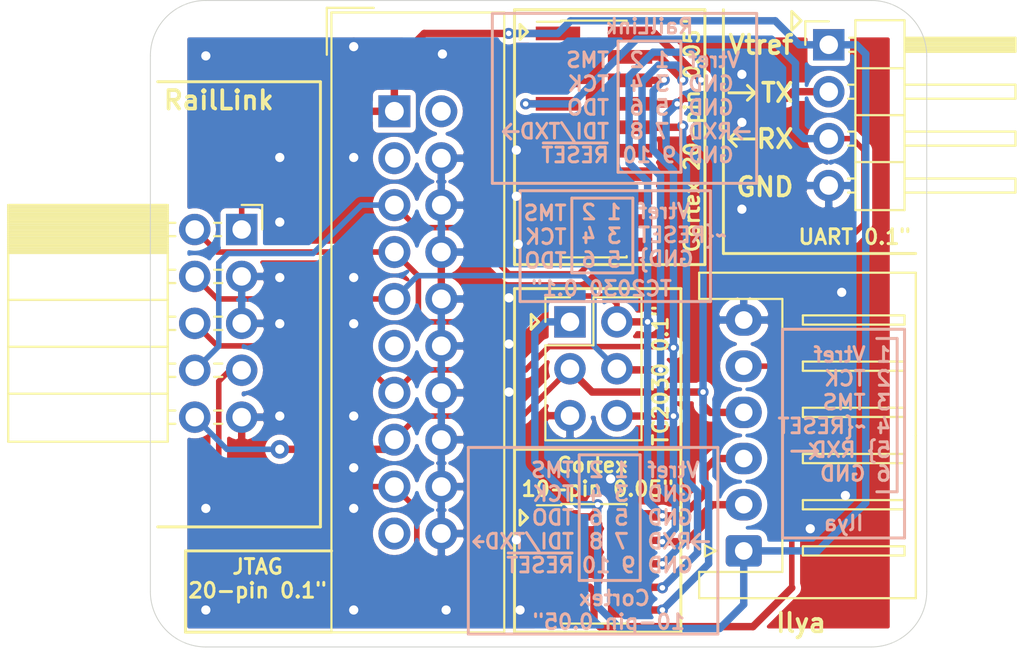
<source format=kicad_pcb>
(kicad_pcb (version 20171130) (host pcbnew 5.1.4+dfsg1-1)

  (general
    (thickness 1.176)
    (drawings 114)
    (tracks 261)
    (zones 0)
    (modules 7)
    (nets 18)
  )

  (page A4)
  (layers
    (0 F.Cu signal)
    (31 B.Cu signal)
    (32 B.Adhes user)
    (33 F.Adhes user)
    (34 B.Paste user)
    (35 F.Paste user)
    (36 B.SilkS user)
    (37 F.SilkS user)
    (38 B.Mask user)
    (39 F.Mask user)
    (40 Dwgs.User user)
    (41 Cmts.User user)
    (42 Eco1.User user)
    (43 Eco2.User user)
    (44 Edge.Cuts user)
    (45 Margin user)
    (46 B.CrtYd user)
    (47 F.CrtYd user)
    (48 B.Fab user)
    (49 F.Fab user)
  )

  (setup
    (last_trace_width 0.3)
    (user_trace_width 0.16)
    (user_trace_width 0.2)
    (user_trace_width 0.3)
    (user_trace_width 0.4)
    (user_trace_width 0.5)
    (user_trace_width 0.6)
    (user_trace_width 0.8)
    (trace_clearance 0.2)
    (zone_clearance 0.508)
    (zone_45_only no)
    (trace_min 0.16)
    (via_size 0.8)
    (via_drill 0.4)
    (via_min_size 0.6)
    (via_min_drill 0.3)
    (user_via 0.6 0.3)
    (user_via 0.7 0.4)
    (user_via 1 0.5)
    (uvia_size 0.3)
    (uvia_drill 0.1)
    (uvias_allowed no)
    (uvia_min_size 0.2)
    (uvia_min_drill 0.1)
    (edge_width 0.05)
    (segment_width 0.2)
    (pcb_text_width 0.3)
    (pcb_text_size 1.5 1.5)
    (mod_edge_width 0.16)
    (mod_text_size 0.8 0.8)
    (mod_text_width 0.16)
    (pad_size 1.524 1.524)
    (pad_drill 0.762)
    (pad_to_mask_clearance 0.051)
    (solder_mask_min_width 0.25)
    (aux_axis_origin 0 0)
    (visible_elements FFFFFF7F)
    (pcbplotparams
      (layerselection 0x010f0_ffffffff)
      (usegerberextensions false)
      (usegerberattributes false)
      (usegerberadvancedattributes false)
      (creategerberjobfile false)
      (excludeedgelayer false)
      (linewidth 0.100000)
      (plotframeref false)
      (viasonmask false)
      (mode 1)
      (useauxorigin true)
      (hpglpennumber 1)
      (hpglpenspeed 20)
      (hpglpendiameter 15.000000)
      (psnegative false)
      (psa4output false)
      (plotreference true)
      (plotvalue true)
      (plotinvisibletext false)
      (padsonsilk false)
      (subtractmaskfromsilk true)
      (outputformat 1)
      (mirror false)
      (drillshape 0)
      (scaleselection 1)
      (outputdirectory "Gerber/"))
  )

  (net 0 "")
  (net 1 /~RESET)
  (net 2 GND)
  (net 3 /TDI)
  (net 4 /RXD)
  (net 5 /TDO)
  (net 6 /TCK)
  (net 7 /TMS)
  (net 8 /Vtref)
  (net 9 "Net-(J4-Pad19)")
  (net 10 "Net-(J4-Pad11)")
  (net 11 "Net-(J4-Pad3)")
  (net 12 "Net-(J4-Pad2)")
  (net 13 "Net-(J5-Pad20)")
  (net 14 "Net-(J5-Pad18)")
  (net 15 "Net-(J5-Pad16)")
  (net 16 "Net-(J5-Pad14)")
  (net 17 "Net-(J5-Pad12)")

  (net_class Default "Это класс цепей по умолчанию."
    (clearance 0.2)
    (trace_width 0.25)
    (via_dia 0.8)
    (via_drill 0.4)
    (uvia_dia 0.3)
    (uvia_drill 0.1)
    (add_net /RXD)
    (add_net /TCK)
    (add_net /TDI)
    (add_net /TDO)
    (add_net /TMS)
    (add_net /Vtref)
    (add_net /~RESET)
    (add_net GND)
    (add_net "Net-(J4-Pad11)")
    (add_net "Net-(J4-Pad19)")
    (add_net "Net-(J4-Pad2)")
    (add_net "Net-(J4-Pad3)")
    (add_net "Net-(J5-Pad12)")
    (add_net "Net-(J5-Pad14)")
    (add_net "Net-(J5-Pad16)")
    (add_net "Net-(J5-Pad18)")
    (add_net "Net-(J5-Pad20)")
  )

  (module Connector_PinSocket_2.54mm:PinSocket_2x05_P2.54mm_Horizontal (layer F.Cu) (tedit 5A19A422) (tstamp 5EA846CD)
    (at 114.94 67.4)
    (descr "Through hole angled socket strip, 2x05, 2.54mm pitch, 8.51mm socket length, double cols (from Kicad 4.0.7), script generated")
    (tags "Through hole angled socket strip THT 2x05 2.54mm double row")
    (path /5EAC1063)
    (fp_text reference J1 (at -5.65 -2.77) (layer F.SilkS) hide
      (effects (font (size 1 1) (thickness 0.15)))
    )
    (fp_text value RailLink (at -5.65 12.93) (layer F.Fab)
      (effects (font (size 1 1) (thickness 0.15)))
    )
    (fp_text user %R (at -8.315 5.08 90) (layer F.Fab)
      (effects (font (size 1 1) (thickness 0.15)))
    )
    (fp_line (start 1.8 11.95) (end 1.8 -1.75) (layer F.CrtYd) (width 0.05))
    (fp_line (start -13.05 11.95) (end 1.8 11.95) (layer F.CrtYd) (width 0.05))
    (fp_line (start -13.05 -1.75) (end -13.05 11.95) (layer F.CrtYd) (width 0.05))
    (fp_line (start 1.8 -1.75) (end -13.05 -1.75) (layer F.CrtYd) (width 0.05))
    (fp_line (start 0 -1.33) (end 1.11 -1.33) (layer F.SilkS) (width 0.12))
    (fp_line (start 1.11 -1.33) (end 1.11 0) (layer F.SilkS) (width 0.12))
    (fp_line (start -12.63 -1.33) (end -12.63 11.49) (layer F.SilkS) (width 0.12))
    (fp_line (start -12.63 11.49) (end -4 11.49) (layer F.SilkS) (width 0.12))
    (fp_line (start -4 -1.33) (end -4 11.49) (layer F.SilkS) (width 0.12))
    (fp_line (start -12.63 -1.33) (end -4 -1.33) (layer F.SilkS) (width 0.12))
    (fp_line (start -12.63 8.89) (end -4 8.89) (layer F.SilkS) (width 0.12))
    (fp_line (start -12.63 6.35) (end -4 6.35) (layer F.SilkS) (width 0.12))
    (fp_line (start -12.63 3.81) (end -4 3.81) (layer F.SilkS) (width 0.12))
    (fp_line (start -12.63 1.27) (end -4 1.27) (layer F.SilkS) (width 0.12))
    (fp_line (start -1.49 10.52) (end -1.05 10.52) (layer F.SilkS) (width 0.12))
    (fp_line (start -4 10.52) (end -3.59 10.52) (layer F.SilkS) (width 0.12))
    (fp_line (start -1.49 9.8) (end -1.05 9.8) (layer F.SilkS) (width 0.12))
    (fp_line (start -4 9.8) (end -3.59 9.8) (layer F.SilkS) (width 0.12))
    (fp_line (start -1.49 7.98) (end -1.05 7.98) (layer F.SilkS) (width 0.12))
    (fp_line (start -4 7.98) (end -3.59 7.98) (layer F.SilkS) (width 0.12))
    (fp_line (start -1.49 7.26) (end -1.05 7.26) (layer F.SilkS) (width 0.12))
    (fp_line (start -4 7.26) (end -3.59 7.26) (layer F.SilkS) (width 0.12))
    (fp_line (start -1.49 5.44) (end -1.05 5.44) (layer F.SilkS) (width 0.12))
    (fp_line (start -4 5.44) (end -3.59 5.44) (layer F.SilkS) (width 0.12))
    (fp_line (start -1.49 4.72) (end -1.05 4.72) (layer F.SilkS) (width 0.12))
    (fp_line (start -4 4.72) (end -3.59 4.72) (layer F.SilkS) (width 0.12))
    (fp_line (start -1.49 2.9) (end -1.05 2.9) (layer F.SilkS) (width 0.12))
    (fp_line (start -4 2.9) (end -3.59 2.9) (layer F.SilkS) (width 0.12))
    (fp_line (start -1.49 2.18) (end -1.05 2.18) (layer F.SilkS) (width 0.12))
    (fp_line (start -4 2.18) (end -3.59 2.18) (layer F.SilkS) (width 0.12))
    (fp_line (start -1.49 0.36) (end -1.11 0.36) (layer F.SilkS) (width 0.12))
    (fp_line (start -4 0.36) (end -3.59 0.36) (layer F.SilkS) (width 0.12))
    (fp_line (start -1.49 -0.36) (end -1.11 -0.36) (layer F.SilkS) (width 0.12))
    (fp_line (start -4 -0.36) (end -3.59 -0.36) (layer F.SilkS) (width 0.12))
    (fp_line (start -12.63 1.1519) (end -4 1.1519) (layer F.SilkS) (width 0.12))
    (fp_line (start -12.63 1.033805) (end -4 1.033805) (layer F.SilkS) (width 0.12))
    (fp_line (start -12.63 0.91571) (end -4 0.91571) (layer F.SilkS) (width 0.12))
    (fp_line (start -12.63 0.797615) (end -4 0.797615) (layer F.SilkS) (width 0.12))
    (fp_line (start -12.63 0.67952) (end -4 0.67952) (layer F.SilkS) (width 0.12))
    (fp_line (start -12.63 0.561425) (end -4 0.561425) (layer F.SilkS) (width 0.12))
    (fp_line (start -12.63 0.44333) (end -4 0.44333) (layer F.SilkS) (width 0.12))
    (fp_line (start -12.63 0.325235) (end -4 0.325235) (layer F.SilkS) (width 0.12))
    (fp_line (start -12.63 0.20714) (end -4 0.20714) (layer F.SilkS) (width 0.12))
    (fp_line (start -12.63 0.089045) (end -4 0.089045) (layer F.SilkS) (width 0.12))
    (fp_line (start -12.63 -0.02905) (end -4 -0.02905) (layer F.SilkS) (width 0.12))
    (fp_line (start -12.63 -0.147145) (end -4 -0.147145) (layer F.SilkS) (width 0.12))
    (fp_line (start -12.63 -0.26524) (end -4 -0.26524) (layer F.SilkS) (width 0.12))
    (fp_line (start -12.63 -0.383335) (end -4 -0.383335) (layer F.SilkS) (width 0.12))
    (fp_line (start -12.63 -0.50143) (end -4 -0.50143) (layer F.SilkS) (width 0.12))
    (fp_line (start -12.63 -0.619525) (end -4 -0.619525) (layer F.SilkS) (width 0.12))
    (fp_line (start -12.63 -0.73762) (end -4 -0.73762) (layer F.SilkS) (width 0.12))
    (fp_line (start -12.63 -0.855715) (end -4 -0.855715) (layer F.SilkS) (width 0.12))
    (fp_line (start -12.63 -0.97381) (end -4 -0.97381) (layer F.SilkS) (width 0.12))
    (fp_line (start -12.63 -1.091905) (end -4 -1.091905) (layer F.SilkS) (width 0.12))
    (fp_line (start -12.63 -1.21) (end -4 -1.21) (layer F.SilkS) (width 0.12))
    (fp_line (start 0 10.46) (end 0 9.86) (layer F.Fab) (width 0.1))
    (fp_line (start -4.06 10.46) (end 0 10.46) (layer F.Fab) (width 0.1))
    (fp_line (start 0 9.86) (end -4.06 9.86) (layer F.Fab) (width 0.1))
    (fp_line (start 0 7.92) (end 0 7.32) (layer F.Fab) (width 0.1))
    (fp_line (start -4.06 7.92) (end 0 7.92) (layer F.Fab) (width 0.1))
    (fp_line (start 0 7.32) (end -4.06 7.32) (layer F.Fab) (width 0.1))
    (fp_line (start 0 5.38) (end 0 4.78) (layer F.Fab) (width 0.1))
    (fp_line (start -4.06 5.38) (end 0 5.38) (layer F.Fab) (width 0.1))
    (fp_line (start 0 4.78) (end -4.06 4.78) (layer F.Fab) (width 0.1))
    (fp_line (start 0 2.84) (end 0 2.24) (layer F.Fab) (width 0.1))
    (fp_line (start -4.06 2.84) (end 0 2.84) (layer F.Fab) (width 0.1))
    (fp_line (start 0 2.24) (end -4.06 2.24) (layer F.Fab) (width 0.1))
    (fp_line (start 0 0.3) (end 0 -0.3) (layer F.Fab) (width 0.1))
    (fp_line (start -4.06 0.3) (end 0 0.3) (layer F.Fab) (width 0.1))
    (fp_line (start 0 -0.3) (end -4.06 -0.3) (layer F.Fab) (width 0.1))
    (fp_line (start -12.57 11.43) (end -12.57 -1.27) (layer F.Fab) (width 0.1))
    (fp_line (start -4.06 11.43) (end -12.57 11.43) (layer F.Fab) (width 0.1))
    (fp_line (start -4.06 -0.3) (end -4.06 11.43) (layer F.Fab) (width 0.1))
    (fp_line (start -5.03 -1.27) (end -4.06 -0.3) (layer F.Fab) (width 0.1))
    (fp_line (start -12.57 -1.27) (end -5.03 -1.27) (layer F.Fab) (width 0.1))
    (pad 10 thru_hole oval (at -2.54 10.16) (size 1.7 1.7) (drill 1) (layers *.Cu *.Mask)
      (net 1 /~RESET))
    (pad 9 thru_hole oval (at 0 10.16) (size 1.7 1.7) (drill 1) (layers *.Cu *.Mask)
      (net 2 GND))
    (pad 8 thru_hole oval (at -2.54 7.62) (size 1.7 1.7) (drill 1) (layers *.Cu *.Mask)
      (net 3 /TDI))
    (pad 7 thru_hole oval (at 0 7.62) (size 1.7 1.7) (drill 1) (layers *.Cu *.Mask)
      (net 4 /RXD))
    (pad 6 thru_hole oval (at -2.54 5.08) (size 1.7 1.7) (drill 1) (layers *.Cu *.Mask)
      (net 5 /TDO))
    (pad 5 thru_hole oval (at 0 5.08) (size 1.7 1.7) (drill 1) (layers *.Cu *.Mask)
      (net 2 GND))
    (pad 4 thru_hole oval (at -2.54 2.54) (size 1.7 1.7) (drill 1) (layers *.Cu *.Mask)
      (net 6 /TCK))
    (pad 3 thru_hole oval (at 0 2.54) (size 1.7 1.7) (drill 1) (layers *.Cu *.Mask)
      (net 2 GND))
    (pad 2 thru_hole oval (at -2.54 0) (size 1.7 1.7) (drill 1) (layers *.Cu *.Mask)
      (net 7 /TMS))
    (pad 1 thru_hole rect (at 0 0) (size 1.7 1.7) (drill 1) (layers *.Cu *.Mask)
      (net 8 /Vtref))
    (model ${KISYS3DMOD}/Connector_PinSocket_2.54mm.3dshapes/PinSocket_2x05_P2.54mm_Horizontal.wrl
      (at (xyz 0 0 0))
      (scale (xyz 1 1 1))
      (rotate (xyz 0 0 0))
    )
  )

  (module Connector_PinHeader_2.54mm:PinHeader_2x03_P2.54mm_Vertical (layer F.Cu) (tedit 59FED5CC) (tstamp 5EAA29C4)
    (at 132.7 72.4)
    (descr "Through hole straight pin header, 2x03, 2.54mm pitch, double rows")
    (tags "Through hole pin header THT 2x03 2.54mm double row")
    (path /5F0F017E)
    (fp_text reference J3 (at 1.27 -2.33) (layer F.SilkS) hide
      (effects (font (size 1 1) (thickness 0.15)))
    )
    (fp_text value TC2030-IDC-NL (at 1.27 7.41) (layer F.Fab)
      (effects (font (size 1 1) (thickness 0.15)))
    )
    (fp_text user %R (at 1.27 2.54 90) (layer F.Fab)
      (effects (font (size 1 1) (thickness 0.15)))
    )
    (fp_line (start 4.35 -1.8) (end -1.8 -1.8) (layer F.CrtYd) (width 0.05))
    (fp_line (start 4.35 6.85) (end 4.35 -1.8) (layer F.CrtYd) (width 0.05))
    (fp_line (start -1.8 6.85) (end 4.35 6.85) (layer F.CrtYd) (width 0.05))
    (fp_line (start -1.8 -1.8) (end -1.8 6.85) (layer F.CrtYd) (width 0.05))
    (fp_line (start -1.33 -1.33) (end 0 -1.33) (layer F.SilkS) (width 0.12))
    (fp_line (start -1.33 0) (end -1.33 -1.33) (layer F.SilkS) (width 0.12))
    (fp_line (start 1.27 -1.33) (end 3.87 -1.33) (layer F.SilkS) (width 0.12))
    (fp_line (start 1.27 1.27) (end 1.27 -1.33) (layer F.SilkS) (width 0.12))
    (fp_line (start -1.33 1.27) (end 1.27 1.27) (layer F.SilkS) (width 0.12))
    (fp_line (start 3.87 -1.33) (end 3.87 6.41) (layer F.SilkS) (width 0.12))
    (fp_line (start -1.33 1.27) (end -1.33 6.41) (layer F.SilkS) (width 0.12))
    (fp_line (start -1.33 6.41) (end 3.87 6.41) (layer F.SilkS) (width 0.12))
    (fp_line (start -1.27 0) (end 0 -1.27) (layer F.Fab) (width 0.1))
    (fp_line (start -1.27 6.35) (end -1.27 0) (layer F.Fab) (width 0.1))
    (fp_line (start 3.81 6.35) (end -1.27 6.35) (layer F.Fab) (width 0.1))
    (fp_line (start 3.81 -1.27) (end 3.81 6.35) (layer F.Fab) (width 0.1))
    (fp_line (start 0 -1.27) (end 3.81 -1.27) (layer F.Fab) (width 0.1))
    (pad 6 thru_hole oval (at 2.54 5.08) (size 1.7 1.7) (drill 1) (layers *.Cu *.Mask)
      (net 5 /TDO))
    (pad 5 thru_hole oval (at 0 5.08) (size 1.7 1.7) (drill 1) (layers *.Cu *.Mask)
      (net 2 GND))
    (pad 4 thru_hole oval (at 2.54 2.54) (size 1.7 1.7) (drill 1) (layers *.Cu *.Mask)
      (net 6 /TCK))
    (pad 3 thru_hole oval (at 0 2.54) (size 1.7 1.7) (drill 1) (layers *.Cu *.Mask)
      (net 1 /~RESET))
    (pad 2 thru_hole oval (at 2.54 0) (size 1.7 1.7) (drill 1) (layers *.Cu *.Mask)
      (net 7 /TMS))
    (pad 1 thru_hole rect (at 0 0) (size 1.7 1.7) (drill 1) (layers *.Cu *.Mask)
      (net 8 /Vtref))
    (model ${KISYS3DMOD}/Connector_PinHeader_2.54mm.3dshapes/PinHeader_2x03_P2.54mm_Vertical.wrl
      (at (xyz 0 0 0))
      (scale (xyz 1 1 1))
      (rotate (xyz 0 0 0))
    )
  )

  (module Connector_JST:JST_XH_S6B-XH-A_1x06_P2.50mm_Horizontal (layer F.Cu) (tedit 5C281475) (tstamp 5EA91EBF)
    (at 142.1 84.8 90)
    (descr "JST XH series connector, S6B-XH-A (http://www.jst-mfg.com/product/pdf/eng/eXH.pdf), generated with kicad-footprint-generator")
    (tags "connector JST XH horizontal")
    (path /5F07B39F)
    (fp_text reference J7 (at 6.25 -3.5 90) (layer F.SilkS) hide
      (effects (font (size 1 1) (thickness 0.15)))
    )
    (fp_text value Ilya (at 6.25 10.4 90) (layer F.Fab)
      (effects (font (size 1 1) (thickness 0.15)))
    )
    (fp_text user %R (at 6.25 3.45 90) (layer F.Fab)
      (effects (font (size 1 1) (thickness 0.15)))
    )
    (fp_line (start 0 1.2) (end 0.625 2.2) (layer F.Fab) (width 0.1))
    (fp_line (start -0.625 2.2) (end 0 1.2) (layer F.Fab) (width 0.1))
    (fp_line (start 0.3 -2.1) (end 0 -1.5) (layer F.SilkS) (width 0.12))
    (fp_line (start -0.3 -2.1) (end 0.3 -2.1) (layer F.SilkS) (width 0.12))
    (fp_line (start 0 -1.5) (end -0.3 -2.1) (layer F.SilkS) (width 0.12))
    (fp_line (start 12.75 3.2) (end 12.25 3.2) (layer F.SilkS) (width 0.12))
    (fp_line (start 12.75 8.7) (end 12.75 3.2) (layer F.SilkS) (width 0.12))
    (fp_line (start 12.25 8.7) (end 12.75 8.7) (layer F.SilkS) (width 0.12))
    (fp_line (start 12.25 3.2) (end 12.25 8.7) (layer F.SilkS) (width 0.12))
    (fp_line (start 10.25 3.2) (end 9.75 3.2) (layer F.SilkS) (width 0.12))
    (fp_line (start 10.25 8.7) (end 10.25 3.2) (layer F.SilkS) (width 0.12))
    (fp_line (start 9.75 8.7) (end 10.25 8.7) (layer F.SilkS) (width 0.12))
    (fp_line (start 9.75 3.2) (end 9.75 8.7) (layer F.SilkS) (width 0.12))
    (fp_line (start 7.75 3.2) (end 7.25 3.2) (layer F.SilkS) (width 0.12))
    (fp_line (start 7.75 8.7) (end 7.75 3.2) (layer F.SilkS) (width 0.12))
    (fp_line (start 7.25 8.7) (end 7.75 8.7) (layer F.SilkS) (width 0.12))
    (fp_line (start 7.25 3.2) (end 7.25 8.7) (layer F.SilkS) (width 0.12))
    (fp_line (start 5.25 3.2) (end 4.75 3.2) (layer F.SilkS) (width 0.12))
    (fp_line (start 5.25 8.7) (end 5.25 3.2) (layer F.SilkS) (width 0.12))
    (fp_line (start 4.75 8.7) (end 5.25 8.7) (layer F.SilkS) (width 0.12))
    (fp_line (start 4.75 3.2) (end 4.75 8.7) (layer F.SilkS) (width 0.12))
    (fp_line (start 2.75 3.2) (end 2.25 3.2) (layer F.SilkS) (width 0.12))
    (fp_line (start 2.75 8.7) (end 2.75 3.2) (layer F.SilkS) (width 0.12))
    (fp_line (start 2.25 8.7) (end 2.75 8.7) (layer F.SilkS) (width 0.12))
    (fp_line (start 2.25 3.2) (end 2.25 8.7) (layer F.SilkS) (width 0.12))
    (fp_line (start 0.25 3.2) (end -0.25 3.2) (layer F.SilkS) (width 0.12))
    (fp_line (start 0.25 8.7) (end 0.25 3.2) (layer F.SilkS) (width 0.12))
    (fp_line (start -0.25 8.7) (end 0.25 8.7) (layer F.SilkS) (width 0.12))
    (fp_line (start -0.25 3.2) (end -0.25 8.7) (layer F.SilkS) (width 0.12))
    (fp_line (start 13.75 2.2) (end 6.25 2.2) (layer F.Fab) (width 0.1))
    (fp_line (start 13.75 -2.3) (end 13.75 2.2) (layer F.Fab) (width 0.1))
    (fp_line (start 14.95 -2.3) (end 13.75 -2.3) (layer F.Fab) (width 0.1))
    (fp_line (start 14.95 9.2) (end 14.95 -2.3) (layer F.Fab) (width 0.1))
    (fp_line (start 6.25 9.2) (end 14.95 9.2) (layer F.Fab) (width 0.1))
    (fp_line (start -1.25 2.2) (end 6.25 2.2) (layer F.Fab) (width 0.1))
    (fp_line (start -1.25 -2.3) (end -1.25 2.2) (layer F.Fab) (width 0.1))
    (fp_line (start -2.45 -2.3) (end -1.25 -2.3) (layer F.Fab) (width 0.1))
    (fp_line (start -2.45 9.2) (end -2.45 -2.3) (layer F.Fab) (width 0.1))
    (fp_line (start 6.25 9.2) (end -2.45 9.2) (layer F.Fab) (width 0.1))
    (fp_line (start 13.64 2.09) (end 6.25 2.09) (layer F.SilkS) (width 0.12))
    (fp_line (start 13.64 -2.41) (end 13.64 2.09) (layer F.SilkS) (width 0.12))
    (fp_line (start 15.06 -2.41) (end 13.64 -2.41) (layer F.SilkS) (width 0.12))
    (fp_line (start 15.06 9.31) (end 15.06 -2.41) (layer F.SilkS) (width 0.12))
    (fp_line (start 6.25 9.31) (end 15.06 9.31) (layer F.SilkS) (width 0.12))
    (fp_line (start -1.14 2.09) (end 6.25 2.09) (layer F.SilkS) (width 0.12))
    (fp_line (start -1.14 -2.41) (end -1.14 2.09) (layer F.SilkS) (width 0.12))
    (fp_line (start -2.56 -2.41) (end -1.14 -2.41) (layer F.SilkS) (width 0.12))
    (fp_line (start -2.56 9.31) (end -2.56 -2.41) (layer F.SilkS) (width 0.12))
    (fp_line (start 6.25 9.31) (end -2.56 9.31) (layer F.SilkS) (width 0.12))
    (fp_line (start 15.45 -2.8) (end -2.95 -2.8) (layer F.CrtYd) (width 0.05))
    (fp_line (start 15.45 9.7) (end 15.45 -2.8) (layer F.CrtYd) (width 0.05))
    (fp_line (start -2.95 9.7) (end 15.45 9.7) (layer F.CrtYd) (width 0.05))
    (fp_line (start -2.95 -2.8) (end -2.95 9.7) (layer F.CrtYd) (width 0.05))
    (pad 6 thru_hole oval (at 12.5 0 90) (size 1.7 1.95) (drill 0.95) (layers *.Cu *.Mask)
      (net 2 GND))
    (pad 5 thru_hole oval (at 10 0 90) (size 1.7 1.95) (drill 0.95) (layers *.Cu *.Mask)
      (net 4 /RXD))
    (pad 4 thru_hole oval (at 7.5 0 90) (size 1.7 1.95) (drill 0.95) (layers *.Cu *.Mask)
      (net 1 /~RESET))
    (pad 3 thru_hole oval (at 5 0 90) (size 1.7 1.95) (drill 0.95) (layers *.Cu *.Mask)
      (net 7 /TMS))
    (pad 2 thru_hole oval (at 2.5 0 90) (size 1.7 1.95) (drill 0.95) (layers *.Cu *.Mask)
      (net 6 /TCK))
    (pad 1 thru_hole roundrect (at 0 0 90) (size 1.7 1.95) (drill 0.95) (layers *.Cu *.Mask) (roundrect_rratio 0.147059)
      (net 8 /Vtref))
    (model ${KISYS3DMOD}/Connector_JST.3dshapes/JST_XH_S6B-XH-A_1x06_P2.50mm_Horizontal.wrl
      (at (xyz 0 0 0))
      (scale (xyz 1 1 1))
      (rotate (xyz 0 0 0))
    )
  )

  (module Connector_PinHeader_2.54mm:PinHeader_1x04_P2.54mm_Horizontal (layer F.Cu) (tedit 59FED5CB) (tstamp 5EAA049A)
    (at 146.7 57.4)
    (descr "Through hole angled pin header, 1x04, 2.54mm pitch, 6mm pin length, single row")
    (tags "Through hole angled pin header THT 1x04 2.54mm single row")
    (path /5F07CD28)
    (fp_text reference J6 (at 4.385 -2.27) (layer F.SilkS) hide
      (effects (font (size 1 1) (thickness 0.15)))
    )
    (fp_text value UART (at 4.385 9.89) (layer F.Fab)
      (effects (font (size 1 1) (thickness 0.15)))
    )
    (fp_text user %R (at 2.77 3.81 90) (layer F.Fab)
      (effects (font (size 1 1) (thickness 0.15)))
    )
    (fp_line (start 10.55 -1.8) (end -1.8 -1.8) (layer F.CrtYd) (width 0.05))
    (fp_line (start 10.55 9.4) (end 10.55 -1.8) (layer F.CrtYd) (width 0.05))
    (fp_line (start -1.8 9.4) (end 10.55 9.4) (layer F.CrtYd) (width 0.05))
    (fp_line (start -1.8 -1.8) (end -1.8 9.4) (layer F.CrtYd) (width 0.05))
    (fp_line (start -1.27 -1.27) (end 0 -1.27) (layer F.SilkS) (width 0.12))
    (fp_line (start -1.27 0) (end -1.27 -1.27) (layer F.SilkS) (width 0.12))
    (fp_line (start 1.042929 8) (end 1.44 8) (layer F.SilkS) (width 0.12))
    (fp_line (start 1.042929 7.24) (end 1.44 7.24) (layer F.SilkS) (width 0.12))
    (fp_line (start 10.1 8) (end 4.1 8) (layer F.SilkS) (width 0.12))
    (fp_line (start 10.1 7.24) (end 10.1 8) (layer F.SilkS) (width 0.12))
    (fp_line (start 4.1 7.24) (end 10.1 7.24) (layer F.SilkS) (width 0.12))
    (fp_line (start 1.44 6.35) (end 4.1 6.35) (layer F.SilkS) (width 0.12))
    (fp_line (start 1.042929 5.46) (end 1.44 5.46) (layer F.SilkS) (width 0.12))
    (fp_line (start 1.042929 4.7) (end 1.44 4.7) (layer F.SilkS) (width 0.12))
    (fp_line (start 10.1 5.46) (end 4.1 5.46) (layer F.SilkS) (width 0.12))
    (fp_line (start 10.1 4.7) (end 10.1 5.46) (layer F.SilkS) (width 0.12))
    (fp_line (start 4.1 4.7) (end 10.1 4.7) (layer F.SilkS) (width 0.12))
    (fp_line (start 1.44 3.81) (end 4.1 3.81) (layer F.SilkS) (width 0.12))
    (fp_line (start 1.042929 2.92) (end 1.44 2.92) (layer F.SilkS) (width 0.12))
    (fp_line (start 1.042929 2.16) (end 1.44 2.16) (layer F.SilkS) (width 0.12))
    (fp_line (start 10.1 2.92) (end 4.1 2.92) (layer F.SilkS) (width 0.12))
    (fp_line (start 10.1 2.16) (end 10.1 2.92) (layer F.SilkS) (width 0.12))
    (fp_line (start 4.1 2.16) (end 10.1 2.16) (layer F.SilkS) (width 0.12))
    (fp_line (start 1.44 1.27) (end 4.1 1.27) (layer F.SilkS) (width 0.12))
    (fp_line (start 1.11 0.38) (end 1.44 0.38) (layer F.SilkS) (width 0.12))
    (fp_line (start 1.11 -0.38) (end 1.44 -0.38) (layer F.SilkS) (width 0.12))
    (fp_line (start 4.1 0.28) (end 10.1 0.28) (layer F.SilkS) (width 0.12))
    (fp_line (start 4.1 0.16) (end 10.1 0.16) (layer F.SilkS) (width 0.12))
    (fp_line (start 4.1 0.04) (end 10.1 0.04) (layer F.SilkS) (width 0.12))
    (fp_line (start 4.1 -0.08) (end 10.1 -0.08) (layer F.SilkS) (width 0.12))
    (fp_line (start 4.1 -0.2) (end 10.1 -0.2) (layer F.SilkS) (width 0.12))
    (fp_line (start 4.1 -0.32) (end 10.1 -0.32) (layer F.SilkS) (width 0.12))
    (fp_line (start 10.1 0.38) (end 4.1 0.38) (layer F.SilkS) (width 0.12))
    (fp_line (start 10.1 -0.38) (end 10.1 0.38) (layer F.SilkS) (width 0.12))
    (fp_line (start 4.1 -0.38) (end 10.1 -0.38) (layer F.SilkS) (width 0.12))
    (fp_line (start 4.1 -1.33) (end 1.44 -1.33) (layer F.SilkS) (width 0.12))
    (fp_line (start 4.1 8.95) (end 4.1 -1.33) (layer F.SilkS) (width 0.12))
    (fp_line (start 1.44 8.95) (end 4.1 8.95) (layer F.SilkS) (width 0.12))
    (fp_line (start 1.44 -1.33) (end 1.44 8.95) (layer F.SilkS) (width 0.12))
    (fp_line (start 4.04 7.94) (end 10.04 7.94) (layer F.Fab) (width 0.1))
    (fp_line (start 10.04 7.3) (end 10.04 7.94) (layer F.Fab) (width 0.1))
    (fp_line (start 4.04 7.3) (end 10.04 7.3) (layer F.Fab) (width 0.1))
    (fp_line (start -0.32 7.94) (end 1.5 7.94) (layer F.Fab) (width 0.1))
    (fp_line (start -0.32 7.3) (end -0.32 7.94) (layer F.Fab) (width 0.1))
    (fp_line (start -0.32 7.3) (end 1.5 7.3) (layer F.Fab) (width 0.1))
    (fp_line (start 4.04 5.4) (end 10.04 5.4) (layer F.Fab) (width 0.1))
    (fp_line (start 10.04 4.76) (end 10.04 5.4) (layer F.Fab) (width 0.1))
    (fp_line (start 4.04 4.76) (end 10.04 4.76) (layer F.Fab) (width 0.1))
    (fp_line (start -0.32 5.4) (end 1.5 5.4) (layer F.Fab) (width 0.1))
    (fp_line (start -0.32 4.76) (end -0.32 5.4) (layer F.Fab) (width 0.1))
    (fp_line (start -0.32 4.76) (end 1.5 4.76) (layer F.Fab) (width 0.1))
    (fp_line (start 4.04 2.86) (end 10.04 2.86) (layer F.Fab) (width 0.1))
    (fp_line (start 10.04 2.22) (end 10.04 2.86) (layer F.Fab) (width 0.1))
    (fp_line (start 4.04 2.22) (end 10.04 2.22) (layer F.Fab) (width 0.1))
    (fp_line (start -0.32 2.86) (end 1.5 2.86) (layer F.Fab) (width 0.1))
    (fp_line (start -0.32 2.22) (end -0.32 2.86) (layer F.Fab) (width 0.1))
    (fp_line (start -0.32 2.22) (end 1.5 2.22) (layer F.Fab) (width 0.1))
    (fp_line (start 4.04 0.32) (end 10.04 0.32) (layer F.Fab) (width 0.1))
    (fp_line (start 10.04 -0.32) (end 10.04 0.32) (layer F.Fab) (width 0.1))
    (fp_line (start 4.04 -0.32) (end 10.04 -0.32) (layer F.Fab) (width 0.1))
    (fp_line (start -0.32 0.32) (end 1.5 0.32) (layer F.Fab) (width 0.1))
    (fp_line (start -0.32 -0.32) (end -0.32 0.32) (layer F.Fab) (width 0.1))
    (fp_line (start -0.32 -0.32) (end 1.5 -0.32) (layer F.Fab) (width 0.1))
    (fp_line (start 1.5 -0.635) (end 2.135 -1.27) (layer F.Fab) (width 0.1))
    (fp_line (start 1.5 8.89) (end 1.5 -0.635) (layer F.Fab) (width 0.1))
    (fp_line (start 4.04 8.89) (end 1.5 8.89) (layer F.Fab) (width 0.1))
    (fp_line (start 4.04 -1.27) (end 4.04 8.89) (layer F.Fab) (width 0.1))
    (fp_line (start 2.135 -1.27) (end 4.04 -1.27) (layer F.Fab) (width 0.1))
    (pad 4 thru_hole oval (at 0 7.62) (size 1.7 1.7) (drill 1) (layers *.Cu *.Mask)
      (net 2 GND))
    (pad 3 thru_hole oval (at 0 5.08) (size 1.7 1.7) (drill 1) (layers *.Cu *.Mask)
      (net 4 /RXD))
    (pad 2 thru_hole oval (at 0 2.54) (size 1.7 1.7) (drill 1) (layers *.Cu *.Mask)
      (net 3 /TDI))
    (pad 1 thru_hole rect (at 0 0) (size 1.7 1.7) (drill 1) (layers *.Cu *.Mask)
      (net 8 /Vtref))
    (model ${KISYS3DMOD}/Connector_PinHeader_2.54mm.3dshapes/PinHeader_1x04_P2.54mm_Horizontal.wrl
      (at (xyz 0 0 0))
      (scale (xyz 1 1 1))
      (rotate (xyz 0 0 0))
    )
  )

  (module Connector_IDC:IDC-Header_2x10_P2.54mm_Vertical (layer F.Cu) (tedit 59DE0251) (tstamp 5EA6E036)
    (at 123.2 61)
    (descr "Through hole straight IDC box header, 2x10, 2.54mm pitch, double rows")
    (tags "Through hole IDC box header THT 2x10 2.54mm double row")
    (path /5EAC2870)
    (fp_text reference J4 (at 1.27 -6.604) (layer F.SilkS) hide
      (effects (font (size 1 1) (thickness 0.15)))
    )
    (fp_text value "Standard JTAG" (at 1.27 29.464) (layer F.Fab)
      (effects (font (size 1 1) (thickness 0.15)))
    )
    (fp_line (start -3.655 -5.6) (end -1.115 -5.6) (layer F.SilkS) (width 0.12))
    (fp_line (start -3.655 -5.6) (end -3.655 -3.06) (layer F.SilkS) (width 0.12))
    (fp_line (start -3.405 -5.35) (end 5.945 -5.35) (layer F.SilkS) (width 0.12))
    (fp_line (start -3.405 28.21) (end -3.405 -5.35) (layer F.SilkS) (width 0.12))
    (fp_line (start 5.945 28.21) (end -3.405 28.21) (layer F.SilkS) (width 0.12))
    (fp_line (start 5.945 -5.35) (end 5.945 28.21) (layer F.SilkS) (width 0.12))
    (fp_line (start -3.41 -5.35) (end 5.95 -5.35) (layer F.CrtYd) (width 0.05))
    (fp_line (start -3.41 28.21) (end -3.41 -5.35) (layer F.CrtYd) (width 0.05))
    (fp_line (start 5.95 28.21) (end -3.41 28.21) (layer F.CrtYd) (width 0.05))
    (fp_line (start 5.95 -5.35) (end 5.95 28.21) (layer F.CrtYd) (width 0.05))
    (fp_line (start -3.155 27.96) (end -2.605 27.4) (layer F.Fab) (width 0.1))
    (fp_line (start -3.155 -5.1) (end -2.605 -4.56) (layer F.Fab) (width 0.1))
    (fp_line (start 5.695 27.96) (end 5.145 27.4) (layer F.Fab) (width 0.1))
    (fp_line (start 5.695 -5.1) (end 5.145 -4.56) (layer F.Fab) (width 0.1))
    (fp_line (start 5.145 27.4) (end -2.605 27.4) (layer F.Fab) (width 0.1))
    (fp_line (start 5.695 27.96) (end -3.155 27.96) (layer F.Fab) (width 0.1))
    (fp_line (start 5.145 -4.56) (end -2.605 -4.56) (layer F.Fab) (width 0.1))
    (fp_line (start 5.695 -5.1) (end -3.155 -5.1) (layer F.Fab) (width 0.1))
    (fp_line (start -2.605 13.68) (end -3.155 13.68) (layer F.Fab) (width 0.1))
    (fp_line (start -2.605 9.18) (end -3.155 9.18) (layer F.Fab) (width 0.1))
    (fp_line (start -2.605 13.68) (end -2.605 27.4) (layer F.Fab) (width 0.1))
    (fp_line (start -2.605 -4.56) (end -2.605 9.18) (layer F.Fab) (width 0.1))
    (fp_line (start -3.155 -5.1) (end -3.155 27.96) (layer F.Fab) (width 0.1))
    (fp_line (start 5.145 -4.56) (end 5.145 27.4) (layer F.Fab) (width 0.1))
    (fp_line (start 5.695 -5.1) (end 5.695 27.96) (layer F.Fab) (width 0.1))
    (fp_text user %R (at 1.27 11.43) (layer F.Fab)
      (effects (font (size 1 1) (thickness 0.15)))
    )
    (pad 20 thru_hole oval (at 2.54 22.86) (size 1.7272 1.7272) (drill 1.016) (layers *.Cu *.Mask)
      (net 2 GND))
    (pad 19 thru_hole oval (at 0 22.86) (size 1.7272 1.7272) (drill 1.016) (layers *.Cu *.Mask)
      (net 9 "Net-(J4-Pad19)"))
    (pad 18 thru_hole oval (at 2.54 20.32) (size 1.7272 1.7272) (drill 1.016) (layers *.Cu *.Mask)
      (net 2 GND))
    (pad 17 thru_hole oval (at 0 20.32) (size 1.7272 1.7272) (drill 1.016) (layers *.Cu *.Mask)
      (net 4 /RXD))
    (pad 16 thru_hole oval (at 2.54 17.78) (size 1.7272 1.7272) (drill 1.016) (layers *.Cu *.Mask)
      (net 2 GND))
    (pad 15 thru_hole oval (at 0 17.78) (size 1.7272 1.7272) (drill 1.016) (layers *.Cu *.Mask)
      (net 1 /~RESET))
    (pad 14 thru_hole oval (at 2.54 15.24) (size 1.7272 1.7272) (drill 1.016) (layers *.Cu *.Mask)
      (net 2 GND))
    (pad 13 thru_hole oval (at 0 15.24) (size 1.7272 1.7272) (drill 1.016) (layers *.Cu *.Mask)
      (net 5 /TDO))
    (pad 12 thru_hole oval (at 2.54 12.7) (size 1.7272 1.7272) (drill 1.016) (layers *.Cu *.Mask)
      (net 2 GND))
    (pad 11 thru_hole oval (at 0 12.7) (size 1.7272 1.7272) (drill 1.016) (layers *.Cu *.Mask)
      (net 10 "Net-(J4-Pad11)"))
    (pad 10 thru_hole oval (at 2.54 10.16) (size 1.7272 1.7272) (drill 1.016) (layers *.Cu *.Mask)
      (net 2 GND))
    (pad 9 thru_hole oval (at 0 10.16) (size 1.7272 1.7272) (drill 1.016) (layers *.Cu *.Mask)
      (net 6 /TCK))
    (pad 8 thru_hole oval (at 2.54 7.62) (size 1.7272 1.7272) (drill 1.016) (layers *.Cu *.Mask)
      (net 2 GND))
    (pad 7 thru_hole oval (at 0 7.62) (size 1.7272 1.7272) (drill 1.016) (layers *.Cu *.Mask)
      (net 7 /TMS))
    (pad 6 thru_hole oval (at 2.54 5.08) (size 1.7272 1.7272) (drill 1.016) (layers *.Cu *.Mask)
      (net 2 GND))
    (pad 5 thru_hole oval (at 0 5.08) (size 1.7272 1.7272) (drill 1.016) (layers *.Cu *.Mask)
      (net 3 /TDI))
    (pad 4 thru_hole oval (at 2.54 2.54) (size 1.7272 1.7272) (drill 1.016) (layers *.Cu *.Mask)
      (net 2 GND))
    (pad 3 thru_hole oval (at 0 2.54) (size 1.7272 1.7272) (drill 1.016) (layers *.Cu *.Mask)
      (net 11 "Net-(J4-Pad3)"))
    (pad 2 thru_hole oval (at 2.54 0) (size 1.7272 1.7272) (drill 1.016) (layers *.Cu *.Mask)
      (net 12 "Net-(J4-Pad2)"))
    (pad 1 thru_hole rect (at 0 0) (size 1.7272 1.7272) (drill 1.016) (layers *.Cu *.Mask)
      (net 8 /Vtref))
    (model ${KISYS3DMOD}/Connector_IDC.3dshapes/IDC-Header_2x10_P2.54mm_Vertical.wrl
      (at (xyz 0 0 0))
      (scale (xyz 1 1 1))
      (rotate (xyz 0 0 0))
    )
  )

  (module Connector_PinHeader_1.27mm:PinHeader_2x10_P1.27mm_Vertical_SMD (layer F.Cu) (tedit 59FED6E3) (tstamp 5EA6C852)
    (at 134 62.5)
    (descr "surface-mounted straight pin header, 2x10, 1.27mm pitch, double rows")
    (tags "Surface mounted pin header SMD 2x10 1.27mm double row")
    (path /5EAD9FC1)
    (attr smd)
    (fp_text reference J5 (at 0 -7.41) (layer F.SilkS) hide
      (effects (font (size 1 1) (thickness 0.15)))
    )
    (fp_text value "20-pin Cortex Debug + ETM" (at 0 7.41) (layer F.Fab)
      (effects (font (size 1 1) (thickness 0.15)))
    )
    (fp_text user %R (at 0 0 90) (layer F.Fab)
      (effects (font (size 1 1) (thickness 0.15)))
    )
    (fp_line (start 4.3 -6.85) (end -4.3 -6.85) (layer F.CrtYd) (width 0.05))
    (fp_line (start 4.3 6.85) (end 4.3 -6.85) (layer F.CrtYd) (width 0.05))
    (fp_line (start -4.3 6.85) (end 4.3 6.85) (layer F.CrtYd) (width 0.05))
    (fp_line (start -4.3 -6.85) (end -4.3 6.85) (layer F.CrtYd) (width 0.05))
    (fp_line (start 1.765 6.345) (end 1.765 6.41) (layer F.SilkS) (width 0.12))
    (fp_line (start -1.765 6.345) (end -1.765 6.41) (layer F.SilkS) (width 0.12))
    (fp_line (start 1.765 -6.41) (end 1.765 -6.345) (layer F.SilkS) (width 0.12))
    (fp_line (start -1.765 -6.41) (end -1.765 -6.345) (layer F.SilkS) (width 0.12))
    (fp_line (start -3.09 -6.345) (end -1.765 -6.345) (layer F.SilkS) (width 0.12))
    (fp_line (start -1.765 6.41) (end 1.765 6.41) (layer F.SilkS) (width 0.12))
    (fp_line (start -1.765 -6.41) (end 1.765 -6.41) (layer F.SilkS) (width 0.12))
    (fp_line (start 2.75 5.915) (end 1.705 5.915) (layer F.Fab) (width 0.1))
    (fp_line (start 2.75 5.515) (end 2.75 5.915) (layer F.Fab) (width 0.1))
    (fp_line (start 1.705 5.515) (end 2.75 5.515) (layer F.Fab) (width 0.1))
    (fp_line (start -2.75 5.915) (end -1.705 5.915) (layer F.Fab) (width 0.1))
    (fp_line (start -2.75 5.515) (end -2.75 5.915) (layer F.Fab) (width 0.1))
    (fp_line (start -1.705 5.515) (end -2.75 5.515) (layer F.Fab) (width 0.1))
    (fp_line (start 2.75 4.645) (end 1.705 4.645) (layer F.Fab) (width 0.1))
    (fp_line (start 2.75 4.245) (end 2.75 4.645) (layer F.Fab) (width 0.1))
    (fp_line (start 1.705 4.245) (end 2.75 4.245) (layer F.Fab) (width 0.1))
    (fp_line (start -2.75 4.645) (end -1.705 4.645) (layer F.Fab) (width 0.1))
    (fp_line (start -2.75 4.245) (end -2.75 4.645) (layer F.Fab) (width 0.1))
    (fp_line (start -1.705 4.245) (end -2.75 4.245) (layer F.Fab) (width 0.1))
    (fp_line (start 2.75 3.375) (end 1.705 3.375) (layer F.Fab) (width 0.1))
    (fp_line (start 2.75 2.975) (end 2.75 3.375) (layer F.Fab) (width 0.1))
    (fp_line (start 1.705 2.975) (end 2.75 2.975) (layer F.Fab) (width 0.1))
    (fp_line (start -2.75 3.375) (end -1.705 3.375) (layer F.Fab) (width 0.1))
    (fp_line (start -2.75 2.975) (end -2.75 3.375) (layer F.Fab) (width 0.1))
    (fp_line (start -1.705 2.975) (end -2.75 2.975) (layer F.Fab) (width 0.1))
    (fp_line (start 2.75 2.105) (end 1.705 2.105) (layer F.Fab) (width 0.1))
    (fp_line (start 2.75 1.705) (end 2.75 2.105) (layer F.Fab) (width 0.1))
    (fp_line (start 1.705 1.705) (end 2.75 1.705) (layer F.Fab) (width 0.1))
    (fp_line (start -2.75 2.105) (end -1.705 2.105) (layer F.Fab) (width 0.1))
    (fp_line (start -2.75 1.705) (end -2.75 2.105) (layer F.Fab) (width 0.1))
    (fp_line (start -1.705 1.705) (end -2.75 1.705) (layer F.Fab) (width 0.1))
    (fp_line (start 2.75 0.835) (end 1.705 0.835) (layer F.Fab) (width 0.1))
    (fp_line (start 2.75 0.435) (end 2.75 0.835) (layer F.Fab) (width 0.1))
    (fp_line (start 1.705 0.435) (end 2.75 0.435) (layer F.Fab) (width 0.1))
    (fp_line (start -2.75 0.835) (end -1.705 0.835) (layer F.Fab) (width 0.1))
    (fp_line (start -2.75 0.435) (end -2.75 0.835) (layer F.Fab) (width 0.1))
    (fp_line (start -1.705 0.435) (end -2.75 0.435) (layer F.Fab) (width 0.1))
    (fp_line (start 2.75 -0.435) (end 1.705 -0.435) (layer F.Fab) (width 0.1))
    (fp_line (start 2.75 -0.835) (end 2.75 -0.435) (layer F.Fab) (width 0.1))
    (fp_line (start 1.705 -0.835) (end 2.75 -0.835) (layer F.Fab) (width 0.1))
    (fp_line (start -2.75 -0.435) (end -1.705 -0.435) (layer F.Fab) (width 0.1))
    (fp_line (start -2.75 -0.835) (end -2.75 -0.435) (layer F.Fab) (width 0.1))
    (fp_line (start -1.705 -0.835) (end -2.75 -0.835) (layer F.Fab) (width 0.1))
    (fp_line (start 2.75 -1.705) (end 1.705 -1.705) (layer F.Fab) (width 0.1))
    (fp_line (start 2.75 -2.105) (end 2.75 -1.705) (layer F.Fab) (width 0.1))
    (fp_line (start 1.705 -2.105) (end 2.75 -2.105) (layer F.Fab) (width 0.1))
    (fp_line (start -2.75 -1.705) (end -1.705 -1.705) (layer F.Fab) (width 0.1))
    (fp_line (start -2.75 -2.105) (end -2.75 -1.705) (layer F.Fab) (width 0.1))
    (fp_line (start -1.705 -2.105) (end -2.75 -2.105) (layer F.Fab) (width 0.1))
    (fp_line (start 2.75 -2.975) (end 1.705 -2.975) (layer F.Fab) (width 0.1))
    (fp_line (start 2.75 -3.375) (end 2.75 -2.975) (layer F.Fab) (width 0.1))
    (fp_line (start 1.705 -3.375) (end 2.75 -3.375) (layer F.Fab) (width 0.1))
    (fp_line (start -2.75 -2.975) (end -1.705 -2.975) (layer F.Fab) (width 0.1))
    (fp_line (start -2.75 -3.375) (end -2.75 -2.975) (layer F.Fab) (width 0.1))
    (fp_line (start -1.705 -3.375) (end -2.75 -3.375) (layer F.Fab) (width 0.1))
    (fp_line (start 2.75 -4.245) (end 1.705 -4.245) (layer F.Fab) (width 0.1))
    (fp_line (start 2.75 -4.645) (end 2.75 -4.245) (layer F.Fab) (width 0.1))
    (fp_line (start 1.705 -4.645) (end 2.75 -4.645) (layer F.Fab) (width 0.1))
    (fp_line (start -2.75 -4.245) (end -1.705 -4.245) (layer F.Fab) (width 0.1))
    (fp_line (start -2.75 -4.645) (end -2.75 -4.245) (layer F.Fab) (width 0.1))
    (fp_line (start -1.705 -4.645) (end -2.75 -4.645) (layer F.Fab) (width 0.1))
    (fp_line (start 2.75 -5.515) (end 1.705 -5.515) (layer F.Fab) (width 0.1))
    (fp_line (start 2.75 -5.915) (end 2.75 -5.515) (layer F.Fab) (width 0.1))
    (fp_line (start 1.705 -5.915) (end 2.75 -5.915) (layer F.Fab) (width 0.1))
    (fp_line (start -2.75 -5.515) (end -1.705 -5.515) (layer F.Fab) (width 0.1))
    (fp_line (start -2.75 -5.915) (end -2.75 -5.515) (layer F.Fab) (width 0.1))
    (fp_line (start -1.705 -5.915) (end -2.75 -5.915) (layer F.Fab) (width 0.1))
    (fp_line (start 1.705 -6.35) (end 1.705 6.35) (layer F.Fab) (width 0.1))
    (fp_line (start -1.705 -5.915) (end -1.27 -6.35) (layer F.Fab) (width 0.1))
    (fp_line (start -1.705 6.35) (end -1.705 -5.915) (layer F.Fab) (width 0.1))
    (fp_line (start -1.27 -6.35) (end 1.705 -6.35) (layer F.Fab) (width 0.1))
    (fp_line (start 1.705 6.35) (end -1.705 6.35) (layer F.Fab) (width 0.1))
    (pad 20 smd rect (at 1.95 5.715) (size 2.4 0.74) (layers F.Cu F.Paste F.Mask)
      (net 13 "Net-(J5-Pad20)"))
    (pad 19 smd rect (at -1.95 5.715) (size 2.4 0.74) (layers F.Cu F.Paste F.Mask)
      (net 2 GND))
    (pad 18 smd rect (at 1.95 4.445) (size 2.4 0.74) (layers F.Cu F.Paste F.Mask)
      (net 14 "Net-(J5-Pad18)"))
    (pad 17 smd rect (at -1.95 4.445) (size 2.4 0.74) (layers F.Cu F.Paste F.Mask)
      (net 2 GND))
    (pad 16 smd rect (at 1.95 3.175) (size 2.4 0.74) (layers F.Cu F.Paste F.Mask)
      (net 15 "Net-(J5-Pad16)"))
    (pad 15 smd rect (at -1.95 3.175) (size 2.4 0.74) (layers F.Cu F.Paste F.Mask)
      (net 2 GND))
    (pad 14 smd rect (at 1.95 1.905) (size 2.4 0.74) (layers F.Cu F.Paste F.Mask)
      (net 16 "Net-(J5-Pad14)"))
    (pad 13 smd rect (at -1.95 1.905) (size 2.4 0.74) (layers F.Cu F.Paste F.Mask)
      (net 2 GND))
    (pad 12 smd rect (at 1.95 0.635) (size 2.4 0.74) (layers F.Cu F.Paste F.Mask)
      (net 17 "Net-(J5-Pad12)"))
    (pad 11 smd rect (at -1.95 0.635) (size 2.4 0.74) (layers F.Cu F.Paste F.Mask)
      (net 2 GND))
    (pad 10 smd rect (at 1.95 -0.635) (size 2.4 0.74) (layers F.Cu F.Paste F.Mask)
      (net 1 /~RESET))
    (pad 9 smd rect (at -1.95 -0.635) (size 2.4 0.74) (layers F.Cu F.Paste F.Mask)
      (net 2 GND))
    (pad 8 smd rect (at 1.95 -1.905) (size 2.4 0.74) (layers F.Cu F.Paste F.Mask)
      (net 3 /TDI))
    (pad 7 smd rect (at -1.95 -1.905) (size 2.4 0.74) (layers F.Cu F.Paste F.Mask)
      (net 4 /RXD))
    (pad 6 smd rect (at 1.95 -3.175) (size 2.4 0.74) (layers F.Cu F.Paste F.Mask)
      (net 5 /TDO))
    (pad 5 smd rect (at -1.95 -3.175) (size 2.4 0.74) (layers F.Cu F.Paste F.Mask)
      (net 2 GND))
    (pad 4 smd rect (at 1.95 -4.445) (size 2.4 0.74) (layers F.Cu F.Paste F.Mask)
      (net 6 /TCK))
    (pad 3 smd rect (at -1.95 -4.445) (size 2.4 0.74) (layers F.Cu F.Paste F.Mask)
      (net 2 GND))
    (pad 2 smd rect (at 1.95 -5.715) (size 2.4 0.74) (layers F.Cu F.Paste F.Mask)
      (net 7 /TMS))
    (pad 1 smd rect (at -1.95 -5.715) (size 2.4 0.74) (layers F.Cu F.Paste F.Mask)
      (net 8 /Vtref))
    (model ${KISYS3DMOD}/Connector_PinHeader_1.27mm.3dshapes/PinHeader_2x10_P1.27mm_Vertical_SMD.wrl
      (at (xyz 0 0 0))
      (scale (xyz 1 1 1))
      (rotate (xyz 0 0 0))
    )
  )

  (module Connector_PinHeader_1.27mm:PinHeader_2x05_P1.27mm_Vertical_SMD (layer F.Cu) (tedit 59FED6E3) (tstamp 5EA6C7BF)
    (at 134 85.5)
    (descr "surface-mounted straight pin header, 2x05, 1.27mm pitch, double rows")
    (tags "Surface mounted pin header SMD 2x05 1.27mm double row")
    (path /5EAD2685)
    (attr smd)
    (fp_text reference J2 (at 0 -4.235) (layer F.SilkS) hide
      (effects (font (size 1 1) (thickness 0.15)))
    )
    (fp_text value "10-pin Cortex Debug" (at 0 4.235) (layer F.Fab)
      (effects (font (size 1 1) (thickness 0.15)))
    )
    (fp_text user %R (at 0 0 90) (layer F.Fab)
      (effects (font (size 1 1) (thickness 0.15)))
    )
    (fp_line (start 4.3 -3.7) (end -4.3 -3.7) (layer F.CrtYd) (width 0.05))
    (fp_line (start 4.3 3.7) (end 4.3 -3.7) (layer F.CrtYd) (width 0.05))
    (fp_line (start -4.3 3.7) (end 4.3 3.7) (layer F.CrtYd) (width 0.05))
    (fp_line (start -4.3 -3.7) (end -4.3 3.7) (layer F.CrtYd) (width 0.05))
    (fp_line (start 1.765 3.17) (end 1.765 3.235) (layer F.SilkS) (width 0.12))
    (fp_line (start -1.765 3.17) (end -1.765 3.235) (layer F.SilkS) (width 0.12))
    (fp_line (start 1.765 -3.235) (end 1.765 -3.17) (layer F.SilkS) (width 0.12))
    (fp_line (start -1.765 -3.235) (end -1.765 -3.17) (layer F.SilkS) (width 0.12))
    (fp_line (start -3.09 -3.17) (end -1.765 -3.17) (layer F.SilkS) (width 0.12))
    (fp_line (start -1.765 3.235) (end 1.765 3.235) (layer F.SilkS) (width 0.12))
    (fp_line (start -1.765 -3.235) (end 1.765 -3.235) (layer F.SilkS) (width 0.12))
    (fp_line (start 2.75 2.74) (end 1.705 2.74) (layer F.Fab) (width 0.1))
    (fp_line (start 2.75 2.34) (end 2.75 2.74) (layer F.Fab) (width 0.1))
    (fp_line (start 1.705 2.34) (end 2.75 2.34) (layer F.Fab) (width 0.1))
    (fp_line (start -2.75 2.74) (end -1.705 2.74) (layer F.Fab) (width 0.1))
    (fp_line (start -2.75 2.34) (end -2.75 2.74) (layer F.Fab) (width 0.1))
    (fp_line (start -1.705 2.34) (end -2.75 2.34) (layer F.Fab) (width 0.1))
    (fp_line (start 2.75 1.47) (end 1.705 1.47) (layer F.Fab) (width 0.1))
    (fp_line (start 2.75 1.07) (end 2.75 1.47) (layer F.Fab) (width 0.1))
    (fp_line (start 1.705 1.07) (end 2.75 1.07) (layer F.Fab) (width 0.1))
    (fp_line (start -2.75 1.47) (end -1.705 1.47) (layer F.Fab) (width 0.1))
    (fp_line (start -2.75 1.07) (end -2.75 1.47) (layer F.Fab) (width 0.1))
    (fp_line (start -1.705 1.07) (end -2.75 1.07) (layer F.Fab) (width 0.1))
    (fp_line (start 2.75 0.2) (end 1.705 0.2) (layer F.Fab) (width 0.1))
    (fp_line (start 2.75 -0.2) (end 2.75 0.2) (layer F.Fab) (width 0.1))
    (fp_line (start 1.705 -0.2) (end 2.75 -0.2) (layer F.Fab) (width 0.1))
    (fp_line (start -2.75 0.2) (end -1.705 0.2) (layer F.Fab) (width 0.1))
    (fp_line (start -2.75 -0.2) (end -2.75 0.2) (layer F.Fab) (width 0.1))
    (fp_line (start -1.705 -0.2) (end -2.75 -0.2) (layer F.Fab) (width 0.1))
    (fp_line (start 2.75 -1.07) (end 1.705 -1.07) (layer F.Fab) (width 0.1))
    (fp_line (start 2.75 -1.47) (end 2.75 -1.07) (layer F.Fab) (width 0.1))
    (fp_line (start 1.705 -1.47) (end 2.75 -1.47) (layer F.Fab) (width 0.1))
    (fp_line (start -2.75 -1.07) (end -1.705 -1.07) (layer F.Fab) (width 0.1))
    (fp_line (start -2.75 -1.47) (end -2.75 -1.07) (layer F.Fab) (width 0.1))
    (fp_line (start -1.705 -1.47) (end -2.75 -1.47) (layer F.Fab) (width 0.1))
    (fp_line (start 2.75 -2.34) (end 1.705 -2.34) (layer F.Fab) (width 0.1))
    (fp_line (start 2.75 -2.74) (end 2.75 -2.34) (layer F.Fab) (width 0.1))
    (fp_line (start 1.705 -2.74) (end 2.75 -2.74) (layer F.Fab) (width 0.1))
    (fp_line (start -2.75 -2.34) (end -1.705 -2.34) (layer F.Fab) (width 0.1))
    (fp_line (start -2.75 -2.74) (end -2.75 -2.34) (layer F.Fab) (width 0.1))
    (fp_line (start -1.705 -2.74) (end -2.75 -2.74) (layer F.Fab) (width 0.1))
    (fp_line (start 1.705 -3.175) (end 1.705 3.175) (layer F.Fab) (width 0.1))
    (fp_line (start -1.705 -2.74) (end -1.27 -3.175) (layer F.Fab) (width 0.1))
    (fp_line (start -1.705 3.175) (end -1.705 -2.74) (layer F.Fab) (width 0.1))
    (fp_line (start -1.27 -3.175) (end 1.705 -3.175) (layer F.Fab) (width 0.1))
    (fp_line (start 1.705 3.175) (end -1.705 3.175) (layer F.Fab) (width 0.1))
    (pad 10 smd rect (at 1.95 2.54) (size 2.4 0.74) (layers F.Cu F.Paste F.Mask)
      (net 1 /~RESET))
    (pad 9 smd rect (at -1.95 2.54) (size 2.4 0.74) (layers F.Cu F.Paste F.Mask)
      (net 2 GND))
    (pad 8 smd rect (at 1.95 1.27) (size 2.4 0.74) (layers F.Cu F.Paste F.Mask)
      (net 3 /TDI))
    (pad 7 smd rect (at -1.95 1.27) (size 2.4 0.74) (layers F.Cu F.Paste F.Mask)
      (net 4 /RXD))
    (pad 6 smd rect (at 1.95 0) (size 2.4 0.74) (layers F.Cu F.Paste F.Mask)
      (net 5 /TDO))
    (pad 5 smd rect (at -1.95 0) (size 2.4 0.74) (layers F.Cu F.Paste F.Mask)
      (net 2 GND))
    (pad 4 smd rect (at 1.95 -1.27) (size 2.4 0.74) (layers F.Cu F.Paste F.Mask)
      (net 6 /TCK))
    (pad 3 smd rect (at -1.95 -1.27) (size 2.4 0.74) (layers F.Cu F.Paste F.Mask)
      (net 2 GND))
    (pad 2 smd rect (at 1.95 -2.54) (size 2.4 0.74) (layers F.Cu F.Paste F.Mask)
      (net 7 /TMS))
    (pad 1 smd rect (at -1.95 -2.54) (size 2.4 0.74) (layers F.Cu F.Paste F.Mask)
      (net 8 /Vtref))
    (model ${KISYS3DMOD}/Connector_PinHeader_1.27mm.3dshapes/PinHeader_2x05_P1.27mm_Vertical_SMD.wrl
      (at (xyz 0 0 0))
      (scale (xyz 1 1 1))
      (rotate (xyz 0 0 0))
    )
  )

  (gr_line (start 144.7 56.6) (end 144.7 55.6) (layer F.SilkS) (width 0.16) (tstamp 5EA96204))
  (gr_line (start 145.2 56.1) (end 144.7 56.6) (layer F.SilkS) (width 0.16))
  (gr_line (start 144.7 55.6) (end 145.2 56.1) (layer F.SilkS) (width 0.16))
  (gr_line (start 127.5 84.3) (end 127.8 84.6) (layer B.SilkS) (width 0.16))
  (gr_line (start 127.5 84.3) (end 127.8 84) (layer B.SilkS) (width 0.16))
  (gr_line (start 128 84.3) (end 127.5 84.3) (layer B.SilkS) (width 0.16))
  (gr_line (start 128.5 64.9) (end 128.5 55.7) (layer B.SilkS) (width 0.16))
  (gr_line (start 142.8 64.9) (end 128.5 64.9) (layer B.SilkS) (width 0.16))
  (gr_line (start 142.8 55.7) (end 142.8 64.9) (layer B.SilkS) (width 0.16))
  (gr_line (start 128.5 55.7) (end 142.8 55.7) (layer B.SilkS) (width 0.16))
  (gr_line (start 129.9 62.1) (end 129.1 62.1) (layer B.SilkS) (width 0.16) (tstamp 5EA95E1D))
  (gr_line (start 129.1 62.1) (end 129.5 61.7) (layer B.SilkS) (width 0.16) (tstamp 5EA95E1A))
  (gr_line (start 129.1 62.1) (end 129.5 62.5) (layer B.SilkS) (width 0.16) (tstamp 5EA95E16))
  (gr_line (start 141.6 62.1) (end 142 62.5) (layer B.SilkS) (width 0.16))
  (gr_line (start 141.6 62.1) (end 142 61.7) (layer B.SilkS) (width 0.16))
  (gr_line (start 141.6 62.1) (end 142.4 62.1) (layer B.SilkS) (width 0.16))
  (gr_text RailLink (at 137 56.4) (layer B.SilkS)
    (effects (font (size 0.8 0.8) (thickness 0.16)) (justify mirror))
  )
  (gr_line (start 135.3 64.3) (end 135.3 57.2) (layer B.SilkS) (width 0.16) (tstamp 5EA95E05))
  (gr_line (start 138.7 64.3) (end 135.3 64.3) (layer B.SilkS) (width 0.16))
  (gr_line (start 138.7 57.2) (end 138.7 64.3) (layer B.SilkS) (width 0.16))
  (gr_line (start 135.3 57.2) (end 138.7 57.2) (layer B.SilkS) (width 0.16))
  (gr_text "TMS\nTCK\nTDO\nTDI/TXD\n~RESET" (at 134.9 60.8) (layer B.SilkS)
    (effects (font (size 0.8 0.8) (thickness 0.16)) (justify left mirror))
  )
  (gr_text "Vtref\nGND\nGND\nRXD\nGND" (at 139 60.8) (layer B.SilkS)
    (effects (font (size 0.8 0.8) (thickness 0.16)) (justify right mirror))
  )
  (gr_text "1 2\n3 4\n5 6\n7 8\n9 10" (at 137 60.8) (layer B.SilkS)
    (effects (font (size 0.8 0.8) (thickness 0.16)) (justify mirror))
  )
  (gr_line (start 130 71.3) (end 130 65.3) (layer B.SilkS) (width 0.16) (tstamp 5EA9574C))
  (gr_text "TMS\nTCK\nTDO" (at 132.6 67.8) (layer B.SilkS) (tstamp 5EA9574B)
    (effects (font (size 0.8 0.8) (thickness 0.16)) (justify left mirror))
  )
  (gr_line (start 132.8 69.75) (end 136.1 69.75) (layer B.SilkS) (width 0.16) (tstamp 5EA9574A))
  (gr_text "Vtref\n~RESET\nGND" (at 136.3 67.7) (layer B.SilkS) (tstamp 5EA95749)
    (effects (font (size 0.8 0.8) (thickness 0.16)) (justify right mirror))
  )
  (gr_line (start 132.8 65.7) (end 132.8 69.75) (layer B.SilkS) (width 0.16) (tstamp 5EA95748))
  (gr_text "1 2\n3 4\n5 6" (at 134.4 67.75) (layer B.SilkS) (tstamp 5EA95747)
    (effects (font (size 0.8 0.8) (thickness 0.16)) (justify mirror))
  )
  (gr_line (start 136.1 65.7) (end 132.8 65.7) (layer B.SilkS) (width 0.16) (tstamp 5EA95746))
  (gr_line (start 136.1 69.75) (end 136.1 65.7) (layer B.SilkS) (width 0.16) (tstamp 5EA95745))
  (gr_line (start 140.3 71.3) (end 130 71.3) (layer B.SilkS) (width 0.16) (tstamp 5EA95743))
  (gr_line (start 130 65.3) (end 140.3 65.3) (layer B.SilkS) (width 0.16) (tstamp 5EA95742))
  (gr_line (start 140.3 65.3) (end 140.3 71.3) (layer B.SilkS) (width 0.16) (tstamp 5EA95741))
  (gr_text "TC2030 0.1\"" (at 134.4 70.6) (layer B.SilkS) (tstamp 5EA95740)
    (effects (font (size 0.8 0.8) (thickness 0.16)) (justify mirror))
  )
  (gr_line (start 139.3 84.3) (end 139.7 84.7) (layer B.SilkS) (width 0.16))
  (gr_line (start 139.3 84.3) (end 139.7 83.9) (layer B.SilkS) (width 0.16))
  (gr_line (start 140.2 84.3) (end 139.3 84.3) (layer B.SilkS) (width 0.16) (tstamp 5EA95692))
  (gr_line (start 140.7 89.3) (end 127.2 89.3) (layer B.SilkS) (width 0.16) (tstamp 5EA9566D))
  (gr_line (start 140.7 79.2) (end 140.7 89.3) (layer B.SilkS) (width 0.16))
  (gr_line (start 127.2 79.2) (end 140.7 79.2) (layer B.SilkS) (width 0.16))
  (gr_line (start 127.2 89.3) (end 127.2 79.2) (layer B.SilkS) (width 0.16))
  (gr_text "Cortex \n10-pin 0.05\"" (at 134.8 88) (layer B.SilkS)
    (effects (font (size 0.8 0.8) (thickness 0.16)) (justify mirror))
  )
  (gr_text "TMS\nTCK\nTDO\nTDI/TXD\n~RESET" (at 133 83) (layer B.SilkS) (tstamp 5EA9565B)
    (effects (font (size 0.8 0.8) (thickness 0.16)) (justify left mirror))
  )
  (gr_text "Vtref\nGND\nGND\nRXD\nGND" (at 136.8 83) (layer B.SilkS)
    (effects (font (size 0.8 0.8) (thickness 0.16)) (justify right mirror))
  )
  (gr_line (start 133.2 79.6) (end 133.2 86.4) (layer B.SilkS) (width 0.16) (tstamp 5EA95651))
  (gr_line (start 136.5 79.6) (end 133.2 79.6) (layer B.SilkS) (width 0.16))
  (gr_line (start 136.5 86.4) (end 136.5 79.6) (layer B.SilkS) (width 0.16))
  (gr_line (start 133.2 86.4) (end 136.5 86.4) (layer B.SilkS) (width 0.16))
  (gr_text "1 2\n3 4\n5 6\n7 8\n9 10" (at 134.8 83) (layer B.SilkS)
    (effects (font (size 0.8 0.8) (thickness 0.16)) (justify mirror))
  )
  (gr_line (start 144.2 72.8) (end 144.2 84.1) (layer B.SilkS) (width 0.16))
  (gr_line (start 150.8 72.8) (end 144.2 72.8) (layer B.SilkS) (width 0.16))
  (gr_line (start 150.8 84.1) (end 150.8 72.8) (layer B.SilkS) (width 0.16))
  (gr_line (start 144.2 84.1) (end 150.8 84.1) (layer B.SilkS) (width 0.16))
  (gr_text Ilya (at 147.5 83.3) (layer B.SilkS)
    (effects (font (size 0.8 0.8) (thickness 0.16)) (justify mirror))
  )
  (gr_line (start 145.7 79.8) (end 146.1 79.4) (layer B.SilkS) (width 0.16) (tstamp 5EA9536B))
  (gr_line (start 145.7 79) (end 146.1 79.4) (layer B.SilkS) (width 0.16) (tstamp 5EA9536A))
  (gr_line (start 146.1 79.4) (end 144.7 79.4) (layer B.SilkS) (width 0.16) (tstamp 5EA95429))
  (gr_text "1 Vtref\n2 TCK\n3 TMS\n4 ~RESET\n5 RXD\n6 GND" (at 150.150476 77.4) (layer B.SilkS)
    (effects (font (size 0.8 0.8) (thickness 0.16)) (justify left mirror))
  )
  (gr_line (start 150.4 73.3) (end 149.3 73.3) (layer B.SilkS) (width 0.16))
  (gr_line (start 150.4 81.6) (end 150.4 73.3) (layer B.SilkS) (width 0.16))
  (gr_line (start 149.3 81.6) (end 150.4 81.6) (layer B.SilkS) (width 0.16))
  (gr_text "TC2030 0.1\"" (at 137.6 75.3 90) (layer F.SilkS) (tstamp 5EA9274A)
    (effects (font (size 0.8 0.8) (thickness 0.16)))
  )
  (gr_line (start 119.2 83.5) (end 110.4 83.5) (layer F.SilkS) (width 0.16))
  (gr_line (start 119.2 59.4) (end 119.2 83.5) (layer F.SilkS) (width 0.16))
  (gr_line (start 110.4 59.4) (end 119.2 59.4) (layer F.SilkS) (width 0.16))
  (gr_line (start 111.9 84.8) (end 119.8 84.8) (layer F.SilkS) (width 0.16))
  (gr_line (start 111.9 89.2) (end 111.9 84.8) (layer F.SilkS) (width 0.16))
  (gr_line (start 119.8 89.2) (end 111.9 89.2) (layer F.SilkS) (width 0.16))
  (gr_line (start 130 82.6) (end 130 83.4) (layer F.SilkS) (width 0.16) (tstamp 5EA93225))
  (gr_line (start 130.4 83) (end 130 82.6) (layer F.SilkS) (width 0.16) (tstamp 5EA93224))
  (gr_line (start 130 83.4) (end 130.4 83) (layer F.SilkS) (width 0.16) (tstamp 5EA93223))
  (gr_line (start 130.6 72.8) (end 131 72.4) (layer F.SilkS) (width 0.16) (tstamp 5EA9321C))
  (gr_line (start 131 72.4) (end 130.6 72) (layer F.SilkS) (width 0.16) (tstamp 5EA9321B))
  (gr_line (start 130.6 72) (end 130.6 72.8) (layer F.SilkS) (width 0.16) (tstamp 5EA9321A))
  (gr_line (start 130.4 56.7) (end 130 56.3) (layer F.SilkS) (width 0.16))
  (gr_line (start 130 57.1) (end 130.4 56.7) (layer F.SilkS) (width 0.16))
  (gr_line (start 130 56.3) (end 130 57.1) (layer F.SilkS) (width 0.16))
  (gr_line (start 129.7 89.2) (end 138.7 89.2) (layer F.SilkS) (width 0.16))
  (gr_line (start 129.7 89.2) (end 129.7 70.6) (layer F.SilkS) (width 0.16) (tstamp 5EA92FE8))
  (gr_line (start 138.7 79.3) (end 129.7 79.3) (layer F.SilkS) (width 0.16))
  (gr_line (start 138.7 70.6) (end 138.7 89.2) (layer F.SilkS) (width 0.16))
  (gr_line (start 129.7 70.6) (end 138.7 70.6) (layer F.SilkS) (width 0.16))
  (gr_line (start 129.7 55.5) (end 140 55.5) (layer F.SilkS) (width 0.16) (tstamp 5EA92E0B))
  (gr_line (start 129.7 69.3) (end 129.7 55.5) (layer F.SilkS) (width 0.16))
  (gr_line (start 140 69.3) (end 129.7 69.3) (layer F.SilkS) (width 0.16))
  (gr_line (start 140 55.5) (end 140 69.3) (layer F.SilkS) (width 0.16))
  (gr_text Ilya (at 145.2 88.7) (layer F.SilkS)
    (effects (font (size 1 1) (thickness 0.2)))
  )
  (gr_text RailLink (at 113.7 60.4) (layer F.SilkS)
    (effects (font (size 1 1) (thickness 0.2)))
  )
  (gr_text "JTAG\n20-pin 0.1\"" (at 115.8 86.3) (layer F.SilkS)
    (effects (font (size 0.8 0.8) (thickness 0.16)))
  )
  (gr_text "Cortex 20-pin 0.05\"" (at 139.3 62.3 90) (layer F.SilkS) (tstamp 5EA9274D)
    (effects (font (size 0.8 0.8) (thickness 0.16)))
  )
  (gr_text "Cortex \n10-pin 0.05\"" (at 134.2 80.8) (layer F.SilkS)
    (effects (font (size 0.8 0.8) (thickness 0.16)))
  )
  (gr_line (start 142.7 62.5) (end 141.3 62.5) (layer F.SilkS) (width 0.16) (tstamp 5EA92464))
  (gr_line (start 141.3 62.5) (end 141.7 62.1) (layer F.SilkS) (width 0.16) (tstamp 5EA92463))
  (gr_line (start 141.3 62.5) (end 141.7 62.9) (layer F.SilkS) (width 0.16) (tstamp 5EA92461))
  (gr_line (start 142.7 60) (end 142.3 60.4) (layer F.SilkS) (width 0.16))
  (gr_line (start 142.7 60) (end 142.3 59.6) (layer F.SilkS) (width 0.16))
  (gr_line (start 141.3 60) (end 142.7 60) (layer F.SilkS) (width 0.16))
  (gr_line (start 141 68.7) (end 151.4 68.7) (layer F.SilkS) (width 0.16))
  (gr_line (start 141 55.5) (end 141 68.7) (layer F.SilkS) (width 0.16))
  (gr_text "UART 0.1\"" (at 148.1 67.8) (layer F.SilkS)
    (effects (font (size 0.8 0.8) (thickness 0.16)))
  )
  (gr_text GND (at 144.9 65.1) (layer F.SilkS) (tstamp 5EA921F5)
    (effects (font (size 1 1) (thickness 0.2)) (justify right))
  )
  (gr_text RX (at 144.9 62.5) (layer F.SilkS) (tstamp 5EA92203)
    (effects (font (size 1 1) (thickness 0.2)) (justify right))
  )
  (gr_text TX (at 144.9 60) (layer F.SilkS) (tstamp 5EA921F1)
    (effects (font (size 1 1) (thickness 0.2)) (justify right))
  )
  (gr_text Vtref (at 144.9 57.4) (layer F.SilkS)
    (effects (font (size 1 1) (thickness 0.2)) (justify right))
  )
  (gr_arc (start 113 58) (end 113 55) (angle -90) (layer Edge.Cuts) (width 0.05))
  (gr_arc (start 113 87) (end 110 87) (angle -90) (layer Edge.Cuts) (width 0.05))
  (gr_arc (start 149 87) (end 149 90) (angle -90) (layer Edge.Cuts) (width 0.05))
  (gr_arc (start 149 58) (end 152 58) (angle -90) (layer Edge.Cuts) (width 0.05))
  (gr_line (start 110 87) (end 110 58) (layer Edge.Cuts) (width 0.05) (tstamp 5EAA221B))
  (gr_line (start 149 90) (end 113 90) (layer Edge.Cuts) (width 0.05))
  (gr_line (start 152 58) (end 152 87) (layer Edge.Cuts) (width 0.05))
  (gr_line (start 113 55) (end 149 55) (layer Edge.Cuts) (width 0.05))

  (via (at 137.7 88) (size 0.6) (drill 0.3) (layers F.Cu B.Cu) (net 1))
  (segment (start 137.66 88.04) (end 137.7 88) (width 0.2) (layer F.Cu) (net 1))
  (segment (start 135.99 88) (end 135.95 88.04) (width 0.4) (layer F.Cu) (net 1))
  (segment (start 137.7 88) (end 135.99 88) (width 0.4) (layer F.Cu) (net 1))
  (segment (start 132.7 74.94) (end 132.7 75) (width 0.4) (layer F.Cu) (net 1))
  (segment (start 137.7 88) (end 140.20001 85.49999) (width 0.4) (layer B.Cu) (net 1))
  (segment (start 140.20001 85.49999) (end 140.20001 81.30001) (width 0.4) (layer B.Cu) (net 1))
  (segment (start 138.735 61.865) (end 135.95 61.865) (width 0.4) (layer F.Cu) (net 1))
  (via (at 138.8 61.8) (size 0.6) (drill 0.3) (layers F.Cu B.Cu) (net 1))
  (segment (start 138.8 61.8) (end 138.735 61.865) (width 0.4) (layer F.Cu) (net 1))
  (via (at 139.9 76.2) (size 0.6) (drill 0.3) (layers F.Cu B.Cu) (net 1))
  (segment (start 140.20001 81.30001) (end 139.9 81) (width 0.4) (layer B.Cu) (net 1))
  (segment (start 139.9 81) (end 139.9 76.2) (width 0.4) (layer B.Cu) (net 1))
  (segment (start 142.1 77.3) (end 140.3 77.3) (width 0.4) (layer F.Cu) (net 1))
  (segment (start 139.9 76.9) (end 139.9 76.2) (width 0.4) (layer F.Cu) (net 1))
  (segment (start 140.3 77.3) (end 139.9 76.9) (width 0.4) (layer F.Cu) (net 1))
  (segment (start 138.8 62.8) (end 138.8 61.8) (width 0.4) (layer B.Cu) (net 1))
  (segment (start 139.9 63.9) (end 138.8 62.8) (width 0.4) (layer B.Cu) (net 1))
  (segment (start 122.68 79.3) (end 123.2 78.78) (width 0.4) (layer B.Cu) (net 1))
  (segment (start 123.2 78.78) (end 124.48 77.5) (width 0.3) (layer F.Cu) (net 1))
  (segment (start 124.48 77.5) (end 130.14 77.5) (width 0.3) (layer F.Cu) (net 1))
  (segment (start 133.9 76.2) (end 139.9 76.2) (width 0.4) (layer F.Cu) (net 1))
  (segment (start 132.7 75) (end 133.9 76.2) (width 0.4) (layer F.Cu) (net 1))
  (segment (start 130.14 77.5) (end 132.7 74.94) (width 0.3) (layer F.Cu) (net 1))
  (segment (start 139.9 76.2) (end 139.9 63.9) (width 0.4) (layer B.Cu) (net 1))
  (segment (start 114.14 79.3) (end 112.4 77.56) (width 0.3) (layer B.Cu) (net 1))
  (segment (start 117 79.3) (end 114.14 79.3) (width 0.3) (layer B.Cu) (net 1))
  (segment (start 122.68 79.3) (end 123.2 78.78) (width 0.4) (layer F.Cu) (net 1))
  (via (at 117 79.3) (size 1) (drill 0.5) (layers F.Cu B.Cu) (net 1))
  (segment (start 117 79.3) (end 122.68 79.3) (width 0.4) (layer F.Cu) (net 1))
  (via (at 113 88) (size 1) (drill 0.5) (layers F.Cu B.Cu) (net 2))
  (via (at 126 88) (size 1) (drill 0.5) (layers F.Cu B.Cu) (net 2))
  (via (at 130 88) (size 1) (drill 0.5) (layers F.Cu B.Cu) (net 2))
  (via (at 142 66.3) (size 1) (drill 0.5) (layers F.Cu B.Cu) (net 2))
  (via (at 142 61.6) (size 1) (drill 0.5) (layers F.Cu B.Cu) (net 2))
  (via (at 142 59) (size 1) (drill 0.5) (layers F.Cu B.Cu) (net 2))
  (via (at 129.9 68.2) (size 1) (drill 0.5) (layers F.Cu B.Cu) (net 2))
  (via (at 129.8 65.6) (size 1) (drill 0.5) (layers F.Cu B.Cu) (net 2))
  (via (at 129.8 63.1) (size 1) (drill 0.5) (layers F.Cu B.Cu) (net 2))
  (via (at 125.8 57.9) (size 1) (drill 0.5) (layers F.Cu B.Cu) (net 2))
  (via (at 129.4 76.2) (size 1) (drill 0.5) (layers F.Cu B.Cu) (net 2))
  (via (at 129.4 73.6) (size 1) (drill 0.5) (layers F.Cu B.Cu) (net 2))
  (via (at 129.4 71.1) (size 1) (drill 0.5) (layers F.Cu B.Cu) (net 2))
  (via (at 129.8 84.2) (size 1) (drill 0.5) (layers F.Cu B.Cu) (net 2))
  (via (at 145.7 83.6) (size 1) (drill 0.5) (layers F.Cu B.Cu) (net 2))
  (via (at 147.4 70.8) (size 1) (drill 0.5) (layers F.Cu B.Cu) (net 2))
  (via (at 147.6 81.8) (size 1) (drill 0.5) (layers F.Cu B.Cu) (net 2))
  (via (at 134.9 80.9) (size 1) (drill 0.5) (layers F.Cu B.Cu) (net 2))
  (via (at 117 70) (size 1) (drill 0.5) (layers F.Cu B.Cu) (net 2))
  (via (at 117 72.5) (size 1) (drill 0.5) (layers F.Cu B.Cu) (net 2))
  (via (at 117 77.5) (size 1) (drill 0.5) (layers F.Cu B.Cu) (net 2))
  (via (at 113 82.5) (size 1) (drill 0.5) (layers F.Cu B.Cu) (net 2))
  (via (at 117 67) (size 1) (drill 0.5) (layers F.Cu B.Cu) (net 2))
  (via (at 117 63.5) (size 1) (drill 0.5) (layers F.Cu B.Cu) (net 2))
  (via (at 113 58) (size 1) (drill 0.5) (layers F.Cu B.Cu) (net 2))
  (via (at 121 77.5) (size 1) (drill 0.5) (layers F.Cu B.Cu) (net 2))
  (via (at 121 88) (size 1) (drill 0.5) (layers F.Cu B.Cu) (net 2))
  (via (at 121 82.5) (size 1) (drill 0.5) (layers F.Cu B.Cu) (net 2))
  (via (at 121 72.5) (size 1) (drill 0.5) (layers F.Cu B.Cu) (net 2))
  (via (at 121 70) (size 1) (drill 0.5) (layers F.Cu B.Cu) (net 2))
  (via (at 121 63.5) (size 1) (drill 0.5) (layers F.Cu B.Cu) (net 2))
  (via (at 121 57.5) (size 1) (drill 0.5) (layers F.Cu B.Cu) (net 2))
  (via (at 121 80.3) (size 1) (drill 0.5) (layers F.Cu B.Cu) (net 2))
  (via (at 137.7 86.8) (size 0.6) (drill 0.3) (layers F.Cu B.Cu) (net 3))
  (segment (start 137.67 86.77) (end 137.7 86.8) (width 0.4) (layer F.Cu) (net 3))
  (segment (start 135.95 86.77) (end 137.67 86.77) (width 0.4) (layer F.Cu) (net 3))
  (segment (start 138.5 60.6) (end 135.955 60.6) (width 0.4) (layer F.Cu) (net 3))
  (via (at 138.5 60.6) (size 0.6) (drill 0.3) (layers F.Cu B.Cu) (net 3))
  (segment (start 135.955 60.6) (end 135.95 60.595) (width 0.4) (layer F.Cu) (net 3))
  (segment (start 137.8 60.6) (end 137.795 60.595) (width 0.2) (layer F.Cu) (net 3))
  (segment (start 138.5 60.6) (end 137.8 60.6) (width 0.2) (layer F.Cu) (net 3))
  (segment (start 135.95 60.595) (end 134.205 60.595) (width 0.3) (layer F.Cu) (net 3))
  (segment (start 134.205 60.595) (end 134 60.8) (width 0.3) (layer F.Cu) (net 3))
  (segment (start 134 60.8) (end 134 69) (width 0.3) (layer F.Cu) (net 3))
  (segment (start 134 69) (end 133.2 69.8) (width 0.3) (layer F.Cu) (net 3))
  (segment (start 133.2 69.8) (end 129.4 69.8) (width 0.3) (layer F.Cu) (net 3))
  (segment (start 129.4 69.8) (end 126.9 67.3) (width 0.3) (layer F.Cu) (net 3))
  (segment (start 124.42 67.3) (end 123.2 66.08) (width 0.3) (layer F.Cu) (net 3))
  (segment (start 126.9 67.3) (end 124.42 67.3) (width 0.3) (layer F.Cu) (net 3))
  (segment (start 139.6 81.6) (end 139.6 84.9) (width 0.4) (layer B.Cu) (net 3))
  (segment (start 137.9 61.2) (end 137.9 62.9) (width 0.4) (layer B.Cu) (net 3))
  (segment (start 138.5 60.6) (end 137.9 61.2) (width 0.4) (layer B.Cu) (net 3))
  (segment (start 137.9 62.9) (end 139 64) (width 0.4) (layer B.Cu) (net 3))
  (segment (start 139.6 84.9) (end 137.7 86.8) (width 0.4) (layer B.Cu) (net 3))
  (segment (start 139 64) (end 139 81) (width 0.4) (layer B.Cu) (net 3))
  (segment (start 139 81) (end 139.6 81.6) (width 0.4) (layer B.Cu) (net 3))
  (segment (start 144.4 60.3) (end 144.76 59.94) (width 0.4) (layer F.Cu) (net 3))
  (segment (start 144.76 59.94) (end 146.7 59.94) (width 0.4) (layer F.Cu) (net 3))
  (segment (start 138.5 60.6) (end 138.8 60.3) (width 0.4) (layer F.Cu) (net 3))
  (segment (start 138.8 60.3) (end 144.4 60.3) (width 0.4) (layer F.Cu) (net 3))
  (segment (start 121.42 66.08) (end 123.2 66.08) (width 0.3) (layer B.Cu) (net 3))
  (segment (start 118.8 68.7) (end 121.42 66.08) (width 0.3) (layer B.Cu) (net 3))
  (segment (start 118.8 68.7) (end 114.2 68.7) (width 0.3) (layer B.Cu) (net 3))
  (segment (start 114.2 68.7) (end 113.7 69.2) (width 0.3) (layer B.Cu) (net 3))
  (segment (start 113.7 73.72) (end 112.4 75.02) (width 0.3) (layer B.Cu) (net 3))
  (segment (start 113.7 69.2) (end 113.7 73.72) (width 0.3) (layer B.Cu) (net 3))
  (via (at 130.3 60.6) (size 0.6) (drill 0.3) (layers F.Cu B.Cu) (net 4))
  (segment (start 130.305 60.595) (end 130.3 60.6) (width 0.4) (layer F.Cu) (net 4))
  (segment (start 132.05 60.595) (end 130.305 60.595) (width 0.4) (layer F.Cu) (net 4))
  (segment (start 132.05 86.77) (end 133.77 86.77) (width 0.4) (layer F.Cu) (net 4))
  (segment (start 133.77 86.77) (end 134 87) (width 0.4) (layer F.Cu) (net 4))
  (segment (start 134 87) (end 134 88.6) (width 0.4) (layer F.Cu) (net 4))
  (segment (start 134 88.6) (end 134.3 88.9) (width 0.4) (layer F.Cu) (net 4))
  (segment (start 134.3 88.9) (end 142.6 88.9) (width 0.4) (layer F.Cu) (net 4))
  (segment (start 142.6 88.9) (end 144.7 86.8) (width 0.4) (layer F.Cu) (net 4))
  (segment (start 132.8 60.6) (end 136.3 57.1) (width 0.4) (layer B.Cu) (net 4))
  (segment (start 136.3 57.1) (end 143.6 57.1) (width 0.4) (layer B.Cu) (net 4))
  (segment (start 145.38 62.48) (end 146.7 62.48) (width 0.4) (layer B.Cu) (net 4))
  (segment (start 130.3 60.6) (end 132.8 60.6) (width 0.4) (layer B.Cu) (net 4))
  (segment (start 143.6 57.1) (end 144.9 58.4) (width 0.4) (layer B.Cu) (net 4))
  (segment (start 144.9 62) (end 145.38 62.48) (width 0.4) (layer B.Cu) (net 4))
  (segment (start 144.9 58.4) (end 144.9 62) (width 0.4) (layer B.Cu) (net 4))
  (segment (start 144.7 71) (end 148.6 67.1) (width 0.3) (layer F.Cu) (net 4))
  (segment (start 148.6 67.1) (end 148.6 63.1) (width 0.3) (layer F.Cu) (net 4))
  (segment (start 147.98 62.48) (end 146.7 62.48) (width 0.3) (layer F.Cu) (net 4))
  (segment (start 148.6 63.1) (end 147.98 62.48) (width 0.3) (layer F.Cu) (net 4))
  (segment (start 142.1 74.8) (end 144.6 74.8) (width 0.3) (layer F.Cu) (net 4))
  (segment (start 144.7 86.8) (end 144.7 74.9) (width 0.3) (layer F.Cu) (net 4))
  (segment (start 144.6 74.8) (end 144.7 74.9) (width 0.3) (layer F.Cu) (net 4))
  (segment (start 144.7 74.9) (end 144.7 71) (width 0.3) (layer F.Cu) (net 4))
  (segment (start 124.413601 85.613601) (end 125.6 86.8) (width 0.3) (layer F.Cu) (net 4))
  (segment (start 123.2 81.32) (end 124.413601 82.533601) (width 0.3) (layer F.Cu) (net 4))
  (segment (start 124.413601 82.533601) (end 124.413601 85.613601) (width 0.3) (layer F.Cu) (net 4))
  (segment (start 132.02 86.8) (end 132.05 86.77) (width 0.3) (layer F.Cu) (net 4))
  (segment (start 125.6 86.8) (end 132.02 86.8) (width 0.3) (layer F.Cu) (net 4))
  (segment (start 114.82 81.32) (end 123.2 81.32) (width 0.3) (layer F.Cu) (net 4))
  (segment (start 113.7 80.2) (end 114.82 81.32) (width 0.3) (layer F.Cu) (net 4))
  (segment (start 114.3 75.02) (end 113.7 75.62) (width 0.3) (layer F.Cu) (net 4))
  (segment (start 113.7 75.62) (end 113.7 80.2) (width 0.3) (layer F.Cu) (net 4))
  (via (at 137.8 59.3) (size 0.6) (drill 0.3) (layers F.Cu B.Cu) (net 5))
  (via (at 137.7 85.5) (size 0.6) (drill 0.3) (layers F.Cu B.Cu) (net 5))
  (segment (start 123.2 76.24) (end 123.2 76.3) (width 0.3) (layer F.Cu) (net 5))
  (segment (start 123.2 76.1) (end 123.2 76.24) (width 0.3) (layer F.Cu) (net 5))
  (segment (start 137.775 59.325) (end 137.8 59.3) (width 0.4) (layer F.Cu) (net 5))
  (segment (start 135.95 59.325) (end 137.775 59.325) (width 0.4) (layer F.Cu) (net 5))
  (segment (start 135.95 85.5) (end 137.7 85.5) (width 0.4) (layer F.Cu) (net 5))
  (segment (start 137.7 85.5) (end 139 84.2) (width 0.4) (layer B.Cu) (net 5))
  (segment (start 139 84.2) (end 139 81.9) (width 0.4) (layer B.Cu) (net 5))
  (via (at 138.3 77.5) (size 0.6) (drill 0.3) (layers F.Cu B.Cu) (net 5))
  (segment (start 139 81.9) (end 138.3 81.2) (width 0.4) (layer B.Cu) (net 5))
  (segment (start 138.3 81.2) (end 138.3 77.5) (width 0.4) (layer B.Cu) (net 5))
  (segment (start 135.26 77.5) (end 135.24 77.48) (width 0.4) (layer F.Cu) (net 5))
  (segment (start 138.3 77.5) (end 135.26 77.5) (width 0.4) (layer F.Cu) (net 5))
  (segment (start 138.3 64.2) (end 137.2 63.1) (width 0.4) (layer B.Cu) (net 5))
  (segment (start 137.2 59.9) (end 137.8 59.3) (width 0.4) (layer B.Cu) (net 5))
  (segment (start 137.2 63.1) (end 137.2 59.9) (width 0.4) (layer B.Cu) (net 5))
  (segment (start 123.16 76.2) (end 123.2 76.24) (width 0.3) (layer F.Cu) (net 5))
  (segment (start 123.2 76.24) (end 124.44 75) (width 0.3) (layer F.Cu) (net 5))
  (segment (start 124.44 75) (end 130.3 75) (width 0.3) (layer F.Cu) (net 5))
  (segment (start 130.3 75) (end 131.560001 73.739999) (width 0.3) (layer F.Cu) (net 5))
  (via (at 138.3 73.8) (size 0.6) (drill 0.3) (layers F.Cu B.Cu) (net 5))
  (segment (start 131.560001 73.739999) (end 138.239999 73.739999) (width 0.3) (layer F.Cu) (net 5))
  (segment (start 138.239999 73.739999) (end 138.3 73.8) (width 0.3) (layer F.Cu) (net 5))
  (segment (start 138.3 64.2) (end 138.3 73.8) (width 0.4) (layer B.Cu) (net 5))
  (segment (start 138.3 73.8) (end 138.3 77.5) (width 0.4) (layer B.Cu) (net 5))
  (segment (start 123.2 76.24) (end 123.14 76.24) (width 0.3) (layer F.Cu) (net 5))
  (segment (start 123.14 76.24) (end 120.6 73.7) (width 0.3) (layer F.Cu) (net 5))
  (segment (start 113.62 73.7) (end 112.4 72.48) (width 0.3) (layer F.Cu) (net 5))
  (segment (start 120.6 73.7) (end 113.62 73.7) (width 0.3) (layer F.Cu) (net 5))
  (via (at 137.7 84.3) (size 0.6) (drill 0.3) (layers F.Cu B.Cu) (net 6))
  (segment (start 123.04 71.16) (end 123.2 71.16) (width 0.3) (layer B.Cu) (net 6))
  (segment (start 123.2 71.16) (end 123.26 71.16) (width 0.3) (layer F.Cu) (net 6))
  (segment (start 142.1 82.3) (end 141.9 82.3) (width 0.3) (layer F.Cu) (net 6))
  (segment (start 137.63 84.23) (end 137.7 84.3) (width 0.4) (layer F.Cu) (net 6))
  (segment (start 135.95 84.23) (end 137.63 84.23) (width 0.4) (layer F.Cu) (net 6))
  (segment (start 137.7 84.3) (end 139 84.3) (width 0.4) (layer F.Cu) (net 6))
  (segment (start 139 84.3) (end 139.9 83.4) (width 0.4) (layer F.Cu) (net 6))
  (segment (start 139.9 83.4) (end 139.9 82.8) (width 0.4) (layer F.Cu) (net 6))
  (segment (start 140.4 82.3) (end 142.1 82.3) (width 0.4) (layer F.Cu) (net 6))
  (segment (start 139.9 82.8) (end 140.4 82.3) (width 0.4) (layer F.Cu) (net 6))
  (segment (start 137.7 84.3) (end 138.4 83.6) (width 0.4) (layer B.Cu) (net 6))
  (segment (start 138.4 83.6) (end 138.4 82.2) (width 0.4) (layer B.Cu) (net 6))
  (via (at 137.6 75) (size 0.6) (drill 0.3) (layers F.Cu B.Cu) (net 6))
  (segment (start 138.4 82.2) (end 137.6 81.4) (width 0.4) (layer B.Cu) (net 6))
  (segment (start 137.6 81.4) (end 137.6 75) (width 0.4) (layer B.Cu) (net 6))
  (segment (start 135.3 75) (end 135.24 74.94) (width 0.4) (layer F.Cu) (net 6))
  (segment (start 137.6 75) (end 135.3 75) (width 0.4) (layer F.Cu) (net 6))
  (segment (start 137.555 58.055) (end 135.95 58.055) (width 0.4) (layer F.Cu) (net 6))
  (via (at 138.8 59.3) (size 0.6) (drill 0.3) (layers F.Cu B.Cu) (net 6))
  (segment (start 138.8 59.3) (end 137.555 58.055) (width 0.4) (layer F.Cu) (net 6))
  (segment (start 138.8 58.8) (end 138.8 59.3) (width 0.4) (layer B.Cu) (net 6))
  (segment (start 138.5 58.5) (end 138.8 58.8) (width 0.4) (layer B.Cu) (net 6))
  (segment (start 137.6 64.5) (end 136.6 63.5) (width 0.4) (layer B.Cu) (net 6))
  (segment (start 137.6 75) (end 137.6 64.5) (width 0.4) (layer B.Cu) (net 6))
  (segment (start 136.6 63.5) (end 136.6 59.4) (width 0.4) (layer B.Cu) (net 6))
  (segment (start 136.6 59.4) (end 137.5 58.5) (width 0.4) (layer B.Cu) (net 6))
  (segment (start 137.5 58.5) (end 138.5 58.5) (width 0.4) (layer B.Cu) (net 6))
  (segment (start 123.2 71.16) (end 124.46 69.9) (width 0.3) (layer B.Cu) (net 6))
  (segment (start 124.46 69.9) (end 133.4 69.9) (width 0.3) (layer B.Cu) (net 6))
  (segment (start 133.4 69.9) (end 134 70.5) (width 0.3) (layer B.Cu) (net 6))
  (segment (start 134 73.7) (end 135.24 74.94) (width 0.3) (layer B.Cu) (net 6))
  (segment (start 134 70.5) (end 134 73.7) (width 0.3) (layer B.Cu) (net 6))
  (segment (start 113.62 71.16) (end 112.4 69.94) (width 0.3) (layer F.Cu) (net 6))
  (segment (start 123.2 71.16) (end 113.62 71.16) (width 0.3) (layer F.Cu) (net 6))
  (via (at 137.7 82.9) (size 0.6) (drill 0.3) (layers F.Cu B.Cu) (net 7))
  (segment (start 123.2 68.62) (end 123.22 68.62) (width 0.3) (layer F.Cu) (net 7))
  (segment (start 137.64 82.96) (end 137.7 82.9) (width 0.4) (layer F.Cu) (net 7))
  (segment (start 135.95 82.96) (end 137.64 82.96) (width 0.4) (layer F.Cu) (net 7))
  (segment (start 137.7 82.9) (end 138.8 82.9) (width 0.4) (layer F.Cu) (net 7))
  (segment (start 138.8 82.9) (end 140 81.7) (width 0.4) (layer F.Cu) (net 7))
  (segment (start 140 81.7) (end 140 80.4) (width 0.4) (layer F.Cu) (net 7))
  (segment (start 140.6 79.8) (end 142.1 79.8) (width 0.4) (layer F.Cu) (net 7))
  (segment (start 140 80.4) (end 140.6 79.8) (width 0.4) (layer F.Cu) (net 7))
  (segment (start 136.9 72.4) (end 135.24 72.4) (width 0.4) (layer F.Cu) (net 7))
  (via (at 136.9 72.4) (size 0.6) (drill 0.3) (layers F.Cu B.Cu) (net 7))
  (segment (start 136.9 82.1) (end 136.9 72.4) (width 0.4) (layer B.Cu) (net 7))
  (segment (start 137.7 82.9) (end 136.9 82.1) (width 0.4) (layer B.Cu) (net 7))
  (via (at 139.8 59.3) (size 0.6) (drill 0.3) (layers F.Cu B.Cu) (net 7))
  (segment (start 137.285 56.785) (end 135.95 56.785) (width 0.4) (layer F.Cu) (net 7))
  (segment (start 139.8 59.3) (end 137.285 56.785) (width 0.4) (layer F.Cu) (net 7))
  (segment (start 139.8 58.3) (end 139.8 59.3) (width 0.4) (layer B.Cu) (net 7))
  (segment (start 136.9 64.8) (end 135.9 63.8) (width 0.4) (layer B.Cu) (net 7))
  (segment (start 139.3 57.8) (end 139.8 58.3) (width 0.4) (layer B.Cu) (net 7))
  (segment (start 136.9 72.4) (end 136.9 64.8) (width 0.4) (layer B.Cu) (net 7))
  (segment (start 135.9 63.8) (end 135.9 59.1) (width 0.4) (layer B.Cu) (net 7))
  (segment (start 135.9 59.1) (end 137.2 57.8) (width 0.4) (layer B.Cu) (net 7))
  (segment (start 137.2 57.8) (end 139.3 57.8) (width 0.4) (layer B.Cu) (net 7))
  (segment (start 123.2 68.62) (end 124.5 69.92) (width 0.3) (layer F.Cu) (net 7))
  (segment (start 124.5 69.92) (end 124.5 71.9) (width 0.3) (layer F.Cu) (net 7))
  (segment (start 124.5 71.9) (end 125 72.4) (width 0.3) (layer F.Cu) (net 7))
  (segment (start 123.18 68.6) (end 123.2 68.62) (width 0.3) (layer F.Cu) (net 7))
  (segment (start 125 72.4) (end 130.1 72.4) (width 0.3) (layer F.Cu) (net 7))
  (segment (start 130.1 72.4) (end 131.5 71) (width 0.3) (layer F.Cu) (net 7))
  (segment (start 131.5 71) (end 134.8 71) (width 0.3) (layer F.Cu) (net 7))
  (segment (start 135.24 71.44) (end 135.24 72.4) (width 0.3) (layer F.Cu) (net 7))
  (segment (start 134.8 71) (end 135.24 71.44) (width 0.3) (layer F.Cu) (net 7))
  (segment (start 113.62 68.62) (end 112.4 67.4) (width 0.3) (layer F.Cu) (net 7))
  (segment (start 123.2 68.62) (end 113.62 68.62) (width 0.3) (layer F.Cu) (net 7))
  (segment (start 132.035 56.8) (end 132.05 56.785) (width 0.3) (layer F.Cu) (net 8))
  (segment (start 123.2 58.4) (end 123.2 61) (width 0.4) (layer F.Cu) (net 8))
  (segment (start 124.815 56.785) (end 123.2 58.4) (width 0.4) (layer F.Cu) (net 8))
  (via (at 129.385 56.785) (size 0.6) (drill 0.3) (layers F.Cu B.Cu) (net 8))
  (segment (start 129.385 56.785) (end 124.815 56.785) (width 0.4) (layer F.Cu) (net 8))
  (segment (start 132.05 56.785) (end 129.385 56.785) (width 0.4) (layer F.Cu) (net 8))
  (segment (start 145.1 57.4) (end 146.7 57.4) (width 0.4) (layer B.Cu) (net 8))
  (segment (start 143.8 56.1) (end 145.1 57.4) (width 0.4) (layer B.Cu) (net 8))
  (segment (start 132.735 56.1) (end 143.8 56.1) (width 0.4) (layer B.Cu) (net 8))
  (segment (start 129.385 56.785) (end 132.05 56.785) (width 0.4) (layer B.Cu) (net 8))
  (segment (start 132.05 56.785) (end 132.735 56.1) (width 0.4) (layer B.Cu) (net 8))
  (segment (start 146.7 57.4) (end 148.2 57.4) (width 0.4) (layer B.Cu) (net 8))
  (segment (start 148.2 57.4) (end 148.7 57.9) (width 0.4) (layer B.Cu) (net 8))
  (segment (start 148.7 57.9) (end 148.7 82.2) (width 0.4) (layer B.Cu) (net 8))
  (segment (start 146.1 84.8) (end 142.1 84.8) (width 0.4) (layer B.Cu) (net 8))
  (segment (start 148.7 82.2) (end 146.1 84.8) (width 0.4) (layer B.Cu) (net 8))
  (segment (start 131.4 72.4) (end 132.7 72.4) (width 0.4) (layer B.Cu) (net 8))
  (segment (start 130.8 73) (end 131.4 72.4) (width 0.4) (layer B.Cu) (net 8))
  (segment (start 130.8 80) (end 130.8 73) (width 0.4) (layer B.Cu) (net 8))
  (segment (start 134.2 82.3) (end 134.2 87.8) (width 0.4) (layer B.Cu) (net 8))
  (segment (start 133.84 82.96) (end 132.05 82.96) (width 0.4) (layer F.Cu) (net 8))
  (segment (start 134.2 82.6) (end 133.84 82.96) (width 0.4) (layer F.Cu) (net 8))
  (segment (start 134.2 82.3) (end 134.2 82.6) (width 0.4) (layer F.Cu) (net 8))
  (segment (start 140.8 89) (end 142.1 87.7) (width 0.4) (layer B.Cu) (net 8))
  (segment (start 134.2 87.8) (end 135.4 89) (width 0.4) (layer B.Cu) (net 8))
  (segment (start 135.4 89) (end 140.8 89) (width 0.4) (layer B.Cu) (net 8))
  (segment (start 134.2 82.3) (end 133.1 82.3) (width 0.4) (layer B.Cu) (net 8))
  (segment (start 142.1 87.7) (end 142.1 84.8) (width 0.4) (layer B.Cu) (net 8))
  (via (at 134.2 82.3) (size 0.6) (drill 0.3) (layers F.Cu B.Cu) (net 8))
  (segment (start 133.1 82.3) (end 130.8 80) (width 0.4) (layer B.Cu) (net 8))
  (segment (start 123.2 61) (end 117.1 61) (width 0.4) (layer F.Cu) (net 8))
  (segment (start 114.94 63.16) (end 114.94 67.4) (width 0.3) (layer F.Cu) (net 8))
  (segment (start 117.1 61) (end 114.94 63.16) (width 0.3) (layer F.Cu) (net 8))

  (zone (net 2) (net_name GND) (layer F.Cu) (tstamp 5EA9D029) (hatch edge 0.508)
    (connect_pads (clearance 0.3))
    (min_thickness 0.2)
    (fill yes (arc_segments 32) (thermal_gap 0.4) (thermal_bridge_width 0.4))
    (polygon
      (pts
        (xy 112 57) (xy 112 89) (xy 150 89) (xy 150 57)
      )
    )
    (filled_polygon
      (pts
        (xy 113.150001 80.172982) (xy 113.14734 80.2) (xy 113.150001 80.227018) (xy 113.155454 80.282379) (xy 113.157959 80.307818)
        (xy 113.189409 80.411494) (xy 113.240479 80.507042) (xy 113.291987 80.569804) (xy 113.291993 80.56981) (xy 113.309211 80.59079)
        (xy 113.330191 80.608008) (xy 114.411992 81.68981) (xy 114.42921 81.71079) (xy 114.45019 81.728008) (xy 114.450195 81.728013)
        (xy 114.502097 81.770607) (xy 114.512958 81.779521) (xy 114.608506 81.830592) (xy 114.712181 81.862042) (xy 114.792982 81.87)
        (xy 114.792991 81.87) (xy 114.819999 81.87266) (xy 114.847007 81.87) (xy 122.0612 81.87) (xy 122.144271 82.025415)
        (xy 122.302177 82.217823) (xy 122.494585 82.375729) (xy 122.714101 82.493063) (xy 122.952291 82.565317) (xy 123.137923 82.5836)
        (xy 123.262077 82.5836) (xy 123.447709 82.565317) (xy 123.616344 82.514162) (xy 123.863601 82.761419) (xy 123.863601 82.781921)
        (xy 123.685899 82.686937) (xy 123.447709 82.614683) (xy 123.262077 82.5964) (xy 123.137923 82.5964) (xy 122.952291 82.614683)
        (xy 122.714101 82.686937) (xy 122.494585 82.804271) (xy 122.302177 82.962177) (xy 122.144271 83.154585) (xy 122.026937 83.374101)
        (xy 121.954683 83.612291) (xy 121.930286 83.86) (xy 121.954683 84.107709) (xy 122.026937 84.345899) (xy 122.144271 84.565415)
        (xy 122.302177 84.757823) (xy 122.494585 84.915729) (xy 122.714101 85.033063) (xy 122.952291 85.105317) (xy 123.137923 85.1236)
        (xy 123.262077 85.1236) (xy 123.447709 85.105317) (xy 123.685899 85.033063) (xy 123.863602 84.938079) (xy 123.863602 85.586583)
        (xy 123.860941 85.613601) (xy 123.863602 85.640619) (xy 123.87156 85.72142) (xy 123.90301 85.825095) (xy 123.95408 85.920643)
        (xy 124.005588 85.983405) (xy 124.005594 85.983411) (xy 124.022812 86.004391) (xy 124.043792 86.021609) (xy 125.191987 87.169804)
        (xy 125.20921 87.19079) (xy 125.230196 87.208013) (xy 125.275392 87.245105) (xy 125.292958 87.259521) (xy 125.388506 87.310592)
        (xy 125.492181 87.342042) (xy 125.572982 87.35) (xy 125.572989 87.35) (xy 125.6 87.35266) (xy 125.627011 87.35)
        (xy 130.465796 87.35) (xy 130.432254 87.390871) (xy 130.385825 87.477733) (xy 130.357235 87.571983) (xy 130.347581 87.67)
        (xy 130.35 87.815) (xy 130.475 87.94) (xy 131.95 87.94) (xy 131.95 87.92) (xy 132.15 87.92)
        (xy 132.15 87.94) (xy 132.17 87.94) (xy 132.17 88.14) (xy 132.15 88.14) (xy 132.15 88.16)
        (xy 131.95 88.16) (xy 131.95 88.14) (xy 130.475 88.14) (xy 130.35 88.265) (xy 130.347581 88.41)
        (xy 130.357235 88.508017) (xy 130.385825 88.602267) (xy 130.432254 88.689129) (xy 130.494736 88.765264) (xy 130.570871 88.827746)
        (xy 130.657733 88.874175) (xy 130.742868 88.9) (xy 112.1 88.9) (xy 112.1 78.775242) (xy 112.154957 78.791913)
        (xy 112.338595 78.81) (xy 112.461405 78.81) (xy 112.645043 78.791913) (xy 112.880669 78.720437) (xy 113.097823 78.604366)
        (xy 113.150001 78.561545)
      )
    )
    (filled_polygon
      (pts
        (xy 145.448065 58.25) (xy 145.455788 58.328414) (xy 145.47866 58.403814) (xy 145.515803 58.473303) (xy 145.565789 58.534211)
        (xy 145.626697 58.584197) (xy 145.696186 58.62134) (xy 145.771586 58.644212) (xy 145.85 58.651935) (xy 147.55 58.651935)
        (xy 147.628414 58.644212) (xy 147.703814 58.62134) (xy 147.773303 58.584197) (xy 147.834211 58.534211) (xy 147.884197 58.473303)
        (xy 147.92134 58.403814) (xy 147.944212 58.328414) (xy 147.951935 58.25) (xy 147.951935 57.1) (xy 149.9 57.1)
        (xy 149.9 88.9) (xy 143.448527 88.9) (xy 145.145104 87.203424) (xy 145.201295 87.134955) (xy 145.257009 87.030722)
        (xy 145.291318 86.917622) (xy 145.302902 86.800001) (xy 145.291318 86.68238) (xy 145.257009 86.56928) (xy 145.25 86.556167)
        (xy 145.25 74.927007) (xy 145.25266 74.899999) (xy 145.25 74.872991) (xy 145.25 71.227817) (xy 148.96981 67.508008)
        (xy 148.99079 67.49079) (xy 149.008008 67.46981) (xy 149.008013 67.469805) (xy 149.059521 67.407042) (xy 149.086589 67.3564)
        (xy 149.110592 67.311494) (xy 149.142042 67.207819) (xy 149.15 67.127018) (xy 149.15 67.127008) (xy 149.15266 67.1)
        (xy 149.15 67.072992) (xy 149.15 63.127007) (xy 149.15266 63.099999) (xy 149.15 63.072991) (xy 149.15 63.072982)
        (xy 149.142042 62.992181) (xy 149.110592 62.888506) (xy 149.059521 62.792958) (xy 149.050607 62.782097) (xy 149.008013 62.730195)
        (xy 149.008008 62.73019) (xy 148.99079 62.70921) (xy 148.969809 62.691992) (xy 148.388013 62.110195) (xy 148.37079 62.08921)
        (xy 148.287042 62.020479) (xy 148.191494 61.969408) (xy 148.087819 61.937958) (xy 148.007018 61.93) (xy 148.007008 61.93)
        (xy 147.98 61.92734) (xy 147.952992 61.93) (xy 147.823379 61.93) (xy 147.744366 61.782177) (xy 147.58816 61.59184)
        (xy 147.397823 61.435634) (xy 147.180669 61.319563) (xy 146.945043 61.248087) (xy 146.761405 61.23) (xy 146.638595 61.23)
        (xy 146.454957 61.248087) (xy 146.219331 61.319563) (xy 146.002177 61.435634) (xy 145.81184 61.59184) (xy 145.655634 61.782177)
        (xy 145.539563 61.999331) (xy 145.468087 62.234957) (xy 145.443952 62.48) (xy 145.468087 62.725043) (xy 145.539563 62.960669)
        (xy 145.655634 63.177823) (xy 145.81184 63.36816) (xy 146.002177 63.524366) (xy 146.219331 63.640437) (xy 146.454957 63.711913)
        (xy 146.599998 63.726198) (xy 146.599998 63.798704) (xy 146.390624 63.705924) (xy 146.140205 63.79153) (xy 145.911299 63.924345)
        (xy 145.712702 64.099266) (xy 145.552046 64.30957) (xy 145.435506 64.547175) (xy 145.385928 64.710625) (xy 145.479088 64.92)
        (xy 146.6 64.92) (xy 146.6 64.9) (xy 146.8 64.9) (xy 146.8 64.92) (xy 146.82 64.92)
        (xy 146.82 65.12) (xy 146.8 65.12) (xy 146.8 66.241295) (xy 147.009376 66.334076) (xy 147.259795 66.24847)
        (xy 147.488701 66.115655) (xy 147.687298 65.940734) (xy 147.847954 65.73043) (xy 147.964494 65.492825) (xy 148.014072 65.329375)
        (xy 147.920913 65.120002) (xy 148.05 65.120002) (xy 148.05 66.872182) (xy 144.330191 70.591992) (xy 144.309211 70.60921)
        (xy 144.291993 70.63019) (xy 144.291987 70.630196) (xy 144.240479 70.692958) (xy 144.199723 70.76921) (xy 144.189409 70.788506)
        (xy 144.169858 70.852958) (xy 144.157959 70.892182) (xy 144.14734 71) (xy 144.150001 71.027018) (xy 144.15 74.25)
        (xy 143.348379 74.25) (xy 143.269366 74.102177) (xy 143.11316 73.91184) (xy 142.922823 73.755634) (xy 142.705669 73.639563)
        (xy 142.572913 73.599292) (xy 142.669123 73.576079) (xy 142.90954 73.464915) (xy 143.12365 73.308984) (xy 143.303226 73.114279)
        (xy 143.441366 72.888281) (xy 143.532762 72.639676) (xy 143.539072 72.609375) (xy 143.445912 72.4) (xy 142.2 72.4)
        (xy 142.2 72.42) (xy 142 72.42) (xy 142 72.4) (xy 140.754088 72.4) (xy 140.660928 72.609375)
        (xy 140.667238 72.639676) (xy 140.758634 72.888281) (xy 140.896774 73.114279) (xy 141.07635 73.308984) (xy 141.29046 73.464915)
        (xy 141.530877 73.576079) (xy 141.627087 73.599292) (xy 141.494331 73.639563) (xy 141.277177 73.755634) (xy 141.08684 73.91184)
        (xy 140.930634 74.102177) (xy 140.814563 74.319331) (xy 140.743087 74.554957) (xy 140.718952 74.8) (xy 140.743087 75.045043)
        (xy 140.814563 75.280669) (xy 140.930634 75.497823) (xy 141.08684 75.68816) (xy 141.277177 75.844366) (xy 141.494331 75.960437)
        (xy 141.729957 76.031913) (xy 141.913595 76.05) (xy 141.729957 76.068087) (xy 141.494331 76.139563) (xy 141.277177 76.255634)
        (xy 141.08684 76.41184) (xy 140.930634 76.602177) (xy 140.878347 76.7) (xy 140.548528 76.7) (xy 140.5 76.651473)
        (xy 140.5 76.562003) (xy 140.520332 76.531574) (xy 140.573099 76.404182) (xy 140.6 76.268944) (xy 140.6 76.131056)
        (xy 140.573099 75.995818) (xy 140.520332 75.868426) (xy 140.443726 75.753776) (xy 140.346224 75.656274) (xy 140.231574 75.579668)
        (xy 140.104182 75.526901) (xy 139.968944 75.5) (xy 139.831056 75.5) (xy 139.695818 75.526901) (xy 139.568426 75.579668)
        (xy 139.537997 75.6) (xy 137.962003 75.6) (xy 138.046224 75.543726) (xy 138.143726 75.446224) (xy 138.220332 75.331574)
        (xy 138.273099 75.204182) (xy 138.3 75.068944) (xy 138.3 74.931056) (xy 138.273099 74.795818) (xy 138.220332 74.668426)
        (xy 138.143726 74.553776) (xy 138.046224 74.456274) (xy 138.031587 74.446494) (xy 138.095818 74.473099) (xy 138.231056 74.5)
        (xy 138.368944 74.5) (xy 138.504182 74.473099) (xy 138.631574 74.420332) (xy 138.746224 74.343726) (xy 138.843726 74.246224)
        (xy 138.920332 74.131574) (xy 138.973099 74.004182) (xy 139 73.868944) (xy 139 73.731056) (xy 138.973099 73.595818)
        (xy 138.920332 73.468426) (xy 138.843726 73.353776) (xy 138.746224 73.256274) (xy 138.631574 73.179668) (xy 138.504182 73.126901)
        (xy 138.368944 73.1) (xy 138.231056 73.1) (xy 138.095818 73.126901) (xy 137.968426 73.179668) (xy 137.952964 73.189999)
        (xy 136.208719 73.189999) (xy 136.284366 73.097823) (xy 136.336653 73) (xy 136.537997 73) (xy 136.568426 73.020332)
        (xy 136.695818 73.073099) (xy 136.831056 73.1) (xy 136.968944 73.1) (xy 137.104182 73.073099) (xy 137.231574 73.020332)
        (xy 137.346224 72.943726) (xy 137.443726 72.846224) (xy 137.520332 72.731574) (xy 137.573099 72.604182) (xy 137.6 72.468944)
        (xy 137.6 72.331056) (xy 137.573099 72.195818) (xy 137.520332 72.068426) (xy 137.468348 71.990625) (xy 140.660928 71.990625)
        (xy 140.754088 72.2) (xy 142 72.2) (xy 142 71.074075) (xy 142.2 71.074075) (xy 142.2 72.2)
        (xy 143.445912 72.2) (xy 143.539072 71.990625) (xy 143.532762 71.960324) (xy 143.441366 71.711719) (xy 143.303226 71.485721)
        (xy 143.12365 71.291016) (xy 142.90954 71.135085) (xy 142.669123 71.023921) (xy 142.411639 70.961796) (xy 142.2 71.074075)
        (xy 142 71.074075) (xy 141.788361 70.961796) (xy 141.530877 71.023921) (xy 141.29046 71.135085) (xy 141.07635 71.291016)
        (xy 140.896774 71.485721) (xy 140.758634 71.711719) (xy 140.667238 71.960324) (xy 140.660928 71.990625) (xy 137.468348 71.990625)
        (xy 137.443726 71.953776) (xy 137.346224 71.856274) (xy 137.231574 71.779668) (xy 137.104182 71.726901) (xy 136.968944 71.7)
        (xy 136.831056 71.7) (xy 136.695818 71.726901) (xy 136.568426 71.779668) (xy 136.537997 71.8) (xy 136.336653 71.8)
        (xy 136.284366 71.702177) (xy 136.12816 71.51184) (xy 135.937823 71.355634) (xy 135.760386 71.260792) (xy 135.750592 71.228506)
        (xy 135.720343 71.171913) (xy 135.699521 71.132957) (xy 135.648013 71.070195) (xy 135.648008 71.07019) (xy 135.63079 71.04921)
        (xy 135.609809 71.031991) (xy 135.208012 70.630195) (xy 135.19079 70.60921) (xy 135.107042 70.540479) (xy 135.011494 70.489408)
        (xy 134.907819 70.457958) (xy 134.827018 70.45) (xy 134.827008 70.45) (xy 134.8 70.44734) (xy 134.772992 70.45)
        (xy 131.527008 70.45) (xy 131.5 70.44734) (xy 131.472992 70.45) (xy 131.472982 70.45) (xy 131.392181 70.457958)
        (xy 131.288506 70.489408) (xy 131.244028 70.513182) (xy 131.192957 70.540479) (xy 131.130195 70.591987) (xy 131.13019 70.591992)
        (xy 131.10921 70.60921) (xy 131.091992 70.63019) (xy 129.872183 71.85) (xy 126.912966 71.85) (xy 127.01688 71.638534)
        (xy 127.067542 71.471508) (xy 126.974557 71.26) (xy 125.84 71.26) (xy 125.84 71.28) (xy 125.64 71.28)
        (xy 125.64 71.26) (xy 125.62 71.26) (xy 125.62 71.06) (xy 125.64 71.06) (xy 125.64 69.925068)
        (xy 125.559913 69.89) (xy 125.64 69.854932) (xy 125.64 68.72) (xy 125.84 68.72) (xy 125.84 69.854932)
        (xy 125.920087 69.89) (xy 125.84 69.925068) (xy 125.84 71.06) (xy 126.974557 71.06) (xy 127.067542 70.848492)
        (xy 127.01688 70.681466) (xy 126.898988 70.441554) (xy 126.736556 70.229251) (xy 126.535827 70.052717) (xy 126.304515 69.918735)
        (xy 126.220254 69.89) (xy 126.304515 69.861265) (xy 126.535827 69.727283) (xy 126.736556 69.550749) (xy 126.898988 69.338446)
        (xy 127.01688 69.098534) (xy 127.067542 68.931508) (xy 126.974557 68.72) (xy 125.84 68.72) (xy 125.64 68.72)
        (xy 125.62 68.72) (xy 125.62 68.52) (xy 125.64 68.52) (xy 125.64 68.5) (xy 125.84 68.5)
        (xy 125.84 68.52) (xy 126.974557 68.52) (xy 127.067542 68.308492) (xy 127.040056 68.217873) (xy 128.991992 70.16981)
        (xy 129.00921 70.19079) (xy 129.03019 70.208008) (xy 129.030195 70.208013) (xy 129.056074 70.229251) (xy 129.092958 70.259521)
        (xy 129.188506 70.310592) (xy 129.292181 70.342042) (xy 129.372982 70.35) (xy 129.372992 70.35) (xy 129.4 70.35266)
        (xy 129.427008 70.35) (xy 133.172992 70.35) (xy 133.2 70.35266) (xy 133.227008 70.35) (xy 133.227018 70.35)
        (xy 133.307819 70.342042) (xy 133.411494 70.310592) (xy 133.507042 70.259521) (xy 133.59079 70.19079) (xy 133.608013 70.169804)
        (xy 134.36981 69.408008) (xy 134.39079 69.39079) (xy 134.408008 69.36981) (xy 134.408013 69.369805) (xy 134.459521 69.307042)
        (xy 134.510592 69.211495) (xy 134.542042 69.107819) (xy 134.547555 69.05184) (xy 134.55 69.027018) (xy 134.55 69.027011)
        (xy 134.55266 69) (xy 134.55 68.972989) (xy 134.55 68.931653) (xy 134.596186 68.95634) (xy 134.671586 68.979212)
        (xy 134.75 68.986935) (xy 137.15 68.986935) (xy 137.228414 68.979212) (xy 137.303814 68.95634) (xy 137.373303 68.919197)
        (xy 137.434211 68.869211) (xy 137.484197 68.808303) (xy 137.52134 68.738814) (xy 137.544212 68.663414) (xy 137.551935 68.585)
        (xy 137.551935 67.845) (xy 137.544212 67.766586) (xy 137.52134 67.691186) (xy 137.484197 67.621697) (xy 137.449977 67.58)
        (xy 137.484197 67.538303) (xy 137.52134 67.468814) (xy 137.544212 67.393414) (xy 137.551935 67.315) (xy 137.551935 66.575)
        (xy 137.544212 66.496586) (xy 137.52134 66.421186) (xy 137.484197 66.351697) (xy 137.449977 66.31) (xy 137.484197 66.268303)
        (xy 137.52134 66.198814) (xy 137.544212 66.123414) (xy 137.551935 66.045) (xy 137.551935 65.329375) (xy 145.385928 65.329375)
        (xy 145.435506 65.492825) (xy 145.552046 65.73043) (xy 145.712702 65.940734) (xy 145.911299 66.115655) (xy 146.140205 66.24847)
        (xy 146.390624 66.334076) (xy 146.6 66.241295) (xy 146.6 65.12) (xy 145.479088 65.12) (xy 145.385928 65.329375)
        (xy 137.551935 65.329375) (xy 137.551935 65.305) (xy 137.544212 65.226586) (xy 137.52134 65.151186) (xy 137.484197 65.081697)
        (xy 137.449977 65.04) (xy 137.484197 64.998303) (xy 137.52134 64.928814) (xy 137.544212 64.853414) (xy 137.551935 64.775)
        (xy 137.551935 64.035) (xy 137.544212 63.956586) (xy 137.52134 63.881186) (xy 137.484197 63.811697) (xy 137.449977 63.77)
        (xy 137.484197 63.728303) (xy 137.52134 63.658814) (xy 137.544212 63.583414) (xy 137.551935 63.505) (xy 137.551935 62.765)
        (xy 137.544212 62.686586) (xy 137.52134 62.611186) (xy 137.484197 62.541697) (xy 137.449977 62.5) (xy 137.478701 62.465)
        (xy 138.576265 62.465) (xy 138.595818 62.473099) (xy 138.731056 62.5) (xy 138.868944 62.5) (xy 139.004182 62.473099)
        (xy 139.131574 62.420332) (xy 139.246224 62.343726) (xy 139.343726 62.246224) (xy 139.420332 62.131574) (xy 139.473099 62.004182)
        (xy 139.5 61.868944) (xy 139.5 61.731056) (xy 139.473099 61.595818) (xy 139.420332 61.468426) (xy 139.343726 61.353776)
        (xy 139.246224 61.256274) (xy 139.131574 61.179668) (xy 139.004182 61.126901) (xy 138.969874 61.120076) (xy 139.043726 61.046224)
        (xy 139.120332 60.931574) (xy 139.13341 60.9) (xy 144.370526 60.9) (xy 144.4 60.902903) (xy 144.429474 60.9)
        (xy 144.517621 60.891318) (xy 144.630721 60.85701) (xy 144.734955 60.801296) (xy 144.826317 60.726317) (xy 144.845113 60.703414)
        (xy 145.008527 60.54) (xy 145.603347 60.54) (xy 145.655634 60.637823) (xy 145.81184 60.82816) (xy 146.002177 60.984366)
        (xy 146.219331 61.100437) (xy 146.454957 61.171913) (xy 146.638595 61.19) (xy 146.761405 61.19) (xy 146.945043 61.171913)
        (xy 147.180669 61.100437) (xy 147.397823 60.984366) (xy 147.58816 60.82816) (xy 147.744366 60.637823) (xy 147.860437 60.420669)
        (xy 147.931913 60.185043) (xy 147.956048 59.94) (xy 147.931913 59.694957) (xy 147.860437 59.459331) (xy 147.744366 59.242177)
        (xy 147.58816 59.05184) (xy 147.397823 58.895634) (xy 147.180669 58.779563) (xy 146.945043 58.708087) (xy 146.761405 58.69)
        (xy 146.638595 58.69) (xy 146.454957 58.708087) (xy 146.219331 58.779563) (xy 146.002177 58.895634) (xy 145.81184 59.05184)
        (xy 145.655634 59.242177) (xy 145.603347 59.34) (xy 144.789474 59.34) (xy 144.76 59.337097) (xy 144.642379 59.348682)
        (xy 144.529278 59.38299) (xy 144.492971 59.402397) (xy 144.425045 59.438704) (xy 144.333683 59.513683) (xy 144.314887 59.536586)
        (xy 144.151473 59.7) (xy 140.374612 59.7) (xy 140.420332 59.631574) (xy 140.473099 59.504182) (xy 140.5 59.368944)
        (xy 140.5 59.231056) (xy 140.473099 59.095818) (xy 140.420332 58.968426) (xy 140.343726 58.853776) (xy 140.246224 58.756274)
        (xy 140.131574 58.679668) (xy 140.004182 58.626901) (xy 139.968289 58.619761) (xy 138.448527 57.1) (xy 145.448065 57.1)
      )
    )
    (filled_polygon
      (pts
        (xy 139.3 76.870526) (xy 139.297097 76.9) (xy 139.3 76.929473) (xy 139.308682 77.01762) (xy 139.34299 77.13072)
        (xy 139.398704 77.234954) (xy 139.473683 77.326317) (xy 139.496586 77.345113) (xy 139.854891 77.703419) (xy 139.873683 77.726317)
        (xy 139.965045 77.801296) (xy 140.069279 77.85701) (xy 140.14807 77.880911) (xy 140.182378 77.891318) (xy 140.19364 77.892427)
        (xy 140.270526 77.9) (xy 140.270533 77.9) (xy 140.299999 77.902902) (xy 140.329465 77.9) (xy 140.878347 77.9)
        (xy 140.930634 77.997823) (xy 141.08684 78.18816) (xy 141.277177 78.344366) (xy 141.494331 78.460437) (xy 141.729957 78.531913)
        (xy 141.913595 78.55) (xy 141.729957 78.568087) (xy 141.494331 78.639563) (xy 141.277177 78.755634) (xy 141.08684 78.91184)
        (xy 140.930634 79.102177) (xy 140.878347 79.2) (xy 140.629473 79.2) (xy 140.599999 79.197097) (xy 140.482379 79.208682)
        (xy 140.369279 79.24299) (xy 140.265045 79.298704) (xy 140.173683 79.373683) (xy 140.154891 79.396581) (xy 139.596581 79.954892)
        (xy 139.573684 79.973683) (xy 139.498705 80.065045) (xy 139.454933 80.146937) (xy 139.442991 80.169279) (xy 139.408682 80.28238)
        (xy 139.397097 80.4) (xy 139.400001 80.429483) (xy 139.4 81.451472) (xy 138.551473 82.3) (xy 138.062003 82.3)
        (xy 138.031574 82.279668) (xy 137.904182 82.226901) (xy 137.768944 82.2) (xy 137.631056 82.2) (xy 137.495818 82.226901)
        (xy 137.390993 82.270321) (xy 137.373303 82.255803) (xy 137.303814 82.21866) (xy 137.228414 82.195788) (xy 137.15 82.188065)
        (xy 134.891448 82.188065) (xy 134.873099 82.095818) (xy 134.820332 81.968426) (xy 134.743726 81.853776) (xy 134.646224 81.756274)
        (xy 134.531574 81.679668) (xy 134.404182 81.626901) (xy 134.268944 81.6) (xy 134.131056 81.6) (xy 133.995818 81.626901)
        (xy 133.868426 81.679668) (xy 133.753776 81.756274) (xy 133.656274 81.853776) (xy 133.579668 81.968426) (xy 133.526901 82.095818)
        (xy 133.5 82.231056) (xy 133.5 82.277713) (xy 133.473303 82.255803) (xy 133.403814 82.21866) (xy 133.328414 82.195788)
        (xy 133.25 82.188065) (xy 130.85 82.188065) (xy 130.771586 82.195788) (xy 130.696186 82.21866) (xy 130.626697 82.255803)
        (xy 130.565789 82.305789) (xy 130.515803 82.366697) (xy 130.47866 82.436186) (xy 130.455788 82.511586) (xy 130.448065 82.59)
        (xy 130.448065 83.33) (xy 130.455788 83.408414) (xy 130.47866 83.483814) (xy 130.491773 83.508346) (xy 130.432254 83.580871)
        (xy 130.385825 83.667733) (xy 130.357235 83.761983) (xy 130.347581 83.86) (xy 130.35 84.005) (xy 130.475 84.13)
        (xy 131.95 84.13) (xy 131.95 84.11) (xy 132.15 84.11) (xy 132.15 84.13) (xy 133.625 84.13)
        (xy 133.75 84.005) (xy 133.752419 83.86) (xy 133.742765 83.761983) (xy 133.714175 83.667733) (xy 133.667746 83.580871)
        (xy 133.650618 83.56) (xy 133.810526 83.56) (xy 133.84 83.562903) (xy 133.869474 83.56) (xy 133.957621 83.551318)
        (xy 134.070721 83.51701) (xy 134.174955 83.461296) (xy 134.266317 83.386317) (xy 134.285113 83.363414) (xy 134.348065 83.300462)
        (xy 134.348065 83.33) (xy 134.355788 83.408414) (xy 134.37866 83.483814) (xy 134.415803 83.553303) (xy 134.450023 83.595)
        (xy 134.415803 83.636697) (xy 134.37866 83.706186) (xy 134.355788 83.781586) (xy 134.348065 83.86) (xy 134.348065 84.6)
        (xy 134.355788 84.678414) (xy 134.37866 84.753814) (xy 134.415803 84.823303) (xy 134.450023 84.865) (xy 134.415803 84.906697)
        (xy 134.37866 84.976186) (xy 134.355788 85.051586) (xy 134.348065 85.13) (xy 134.348065 85.87) (xy 134.355788 85.948414)
        (xy 134.37866 86.023814) (xy 134.415803 86.093303) (xy 134.450023 86.135) (xy 134.415803 86.176697) (xy 134.37866 86.246186)
        (xy 134.355788 86.321586) (xy 134.348065 86.4) (xy 134.348065 86.499538) (xy 134.215113 86.366586) (xy 134.196317 86.343683)
        (xy 134.104955 86.268704) (xy 134.000721 86.21299) (xy 133.887621 86.178682) (xy 133.799474 86.17) (xy 133.77 86.167097)
        (xy 133.740526 86.17) (xy 133.650618 86.17) (xy 133.667746 86.149129) (xy 133.714175 86.062267) (xy 133.742765 85.968017)
        (xy 133.752419 85.87) (xy 133.75 85.725) (xy 133.625 85.6) (xy 132.15 85.6) (xy 132.15 85.62)
        (xy 131.95 85.62) (xy 131.95 85.6) (xy 130.475 85.6) (xy 130.35 85.725) (xy 130.347581 85.87)
        (xy 130.357235 85.968017) (xy 130.385825 86.062267) (xy 130.432254 86.149129) (xy 130.491773 86.221654) (xy 130.47866 86.246186)
        (xy 130.477503 86.25) (xy 125.827817 86.25) (xy 124.963601 85.385784) (xy 124.963601 84.978536) (xy 125.175485 85.101265)
        (xy 125.428491 85.187546) (xy 125.64 85.094932) (xy 125.64 83.96) (xy 125.84 83.96) (xy 125.84 85.094932)
        (xy 126.051509 85.187546) (xy 126.304515 85.101265) (xy 126.535827 84.967283) (xy 126.736556 84.790749) (xy 126.882497 84.6)
        (xy 130.347581 84.6) (xy 130.357235 84.698017) (xy 130.385825 84.792267) (xy 130.424702 84.865) (xy 130.385825 84.937733)
        (xy 130.357235 85.031983) (xy 130.347581 85.13) (xy 130.35 85.275) (xy 130.475 85.4) (xy 131.95 85.4)
        (xy 131.95 84.33) (xy 132.15 84.33) (xy 132.15 85.4) (xy 133.625 85.4) (xy 133.75 85.275)
        (xy 133.752419 85.13) (xy 133.742765 85.031983) (xy 133.714175 84.937733) (xy 133.675298 84.865) (xy 133.714175 84.792267)
        (xy 133.742765 84.698017) (xy 133.752419 84.6) (xy 133.75 84.455) (xy 133.625 84.33) (xy 132.15 84.33)
        (xy 131.95 84.33) (xy 130.475 84.33) (xy 130.35 84.455) (xy 130.347581 84.6) (xy 126.882497 84.6)
        (xy 126.898988 84.578446) (xy 127.01688 84.338534) (xy 127.067542 84.171508) (xy 126.974557 83.96) (xy 125.84 83.96)
        (xy 125.64 83.96) (xy 125.62 83.96) (xy 125.62 83.76) (xy 125.64 83.76) (xy 125.64 82.625068)
        (xy 125.559913 82.59) (xy 125.64 82.554932) (xy 125.64 81.42) (xy 125.84 81.42) (xy 125.84 82.554932)
        (xy 125.920087 82.59) (xy 125.84 82.625068) (xy 125.84 83.76) (xy 126.974557 83.76) (xy 127.067542 83.548492)
        (xy 127.01688 83.381466) (xy 126.898988 83.141554) (xy 126.736556 82.929251) (xy 126.535827 82.752717) (xy 126.304515 82.618735)
        (xy 126.220254 82.59) (xy 126.304515 82.561265) (xy 126.535827 82.427283) (xy 126.736556 82.250749) (xy 126.898988 82.038446)
        (xy 127.01688 81.798534) (xy 127.067542 81.631508) (xy 126.974557 81.42) (xy 125.84 81.42) (xy 125.64 81.42)
        (xy 125.62 81.42) (xy 125.62 81.22) (xy 125.64 81.22) (xy 125.64 80.085068) (xy 125.559913 80.05)
        (xy 125.64 80.014932) (xy 125.64 78.88) (xy 125.84 78.88) (xy 125.84 80.014932) (xy 125.920087 80.05)
        (xy 125.84 80.085068) (xy 125.84 81.22) (xy 126.974557 81.22) (xy 127.067542 81.008492) (xy 127.01688 80.841466)
        (xy 126.898988 80.601554) (xy 126.736556 80.389251) (xy 126.535827 80.212717) (xy 126.304515 80.078735) (xy 126.220254 80.05)
        (xy 126.304515 80.021265) (xy 126.535827 79.887283) (xy 126.736556 79.710749) (xy 126.898988 79.498446) (xy 127.01688 79.258534)
        (xy 127.067542 79.091508) (xy 126.974557 78.88) (xy 125.84 78.88) (xy 125.64 78.88) (xy 125.62 78.88)
        (xy 125.62 78.68) (xy 125.64 78.68) (xy 125.64 78.66) (xy 125.84 78.66) (xy 125.84 78.68)
        (xy 126.974557 78.68) (xy 127.067542 78.468492) (xy 127.01688 78.301466) (xy 126.898988 78.061554) (xy 126.890148 78.05)
        (xy 130.112992 78.05) (xy 130.14 78.05266) (xy 130.167008 78.05) (xy 130.167018 78.05) (xy 130.247819 78.042042)
        (xy 130.351494 78.010592) (xy 130.447042 77.959521) (xy 130.53079 77.89079) (xy 130.548013 77.869804) (xy 130.628442 77.789375)
        (xy 131.385928 77.789375) (xy 131.435506 77.952825) (xy 131.552046 78.19043) (xy 131.712702 78.400734) (xy 131.911299 78.575655)
        (xy 132.140205 78.70847) (xy 132.390624 78.794076) (xy 132.6 78.701295) (xy 132.6 77.58) (xy 131.479088 77.58)
        (xy 131.385928 77.789375) (xy 130.628442 77.789375) (xy 131.459441 76.958376) (xy 131.435506 77.007175) (xy 131.385928 77.170625)
        (xy 131.479088 77.38) (xy 132.6 77.38) (xy 132.6 77.36) (xy 132.8 77.36) (xy 132.8 77.38)
        (xy 132.82 77.38) (xy 132.82 77.58) (xy 132.8 77.58) (xy 132.8 78.701295) (xy 133.009376 78.794076)
        (xy 133.259795 78.70847) (xy 133.488701 78.575655) (xy 133.687298 78.400734) (xy 133.847954 78.19043) (xy 133.964494 77.952825)
        (xy 134.014072 77.789375) (xy 133.920913 77.580002) (xy 133.993801 77.580002) (xy 134.008087 77.725043) (xy 134.079563 77.960669)
        (xy 134.195634 78.177823) (xy 134.35184 78.36816) (xy 134.542177 78.524366) (xy 134.759331 78.640437) (xy 134.994957 78.711913)
        (xy 135.178595 78.73) (xy 135.301405 78.73) (xy 135.485043 78.711913) (xy 135.720669 78.640437) (xy 135.937823 78.524366)
        (xy 136.12816 78.36816) (xy 136.284366 78.177823) (xy 136.325963 78.1) (xy 137.937997 78.1) (xy 137.968426 78.120332)
        (xy 138.095818 78.173099) (xy 138.231056 78.2) (xy 138.368944 78.2) (xy 138.504182 78.173099) (xy 138.631574 78.120332)
        (xy 138.746224 78.043726) (xy 138.843726 77.946224) (xy 138.920332 77.831574) (xy 138.973099 77.704182) (xy 139 77.568944)
        (xy 139 77.431056) (xy 138.973099 77.295818) (xy 138.920332 77.168426) (xy 138.843726 77.053776) (xy 138.746224 76.956274)
        (xy 138.631574 76.879668) (xy 138.504182 76.826901) (xy 138.368944 76.8) (xy 139.3 76.8)
      )
    )
    (filled_polygon
      (pts
        (xy 121.991873 75.869691) (xy 121.954683 75.992291) (xy 121.930286 76.24) (xy 121.954683 76.487709) (xy 122.026937 76.725899)
        (xy 122.144271 76.945415) (xy 122.302177 77.137823) (xy 122.494585 77.295729) (xy 122.714101 77.413063) (xy 122.952291 77.485317)
        (xy 123.137923 77.5036) (xy 123.262077 77.5036) (xy 123.447709 77.485317) (xy 123.685899 77.413063) (xy 123.905415 77.295729)
        (xy 123.911204 77.290978) (xy 123.616344 77.585838) (xy 123.447709 77.534683) (xy 123.262077 77.5164) (xy 123.137923 77.5164)
        (xy 122.952291 77.534683) (xy 122.714101 77.606937) (xy 122.494585 77.724271) (xy 122.302177 77.882177) (xy 122.144271 78.074585)
        (xy 122.026937 78.294101) (xy 121.954683 78.532291) (xy 121.938165 78.7) (xy 117.672793 78.7) (xy 117.573717 78.600924)
        (xy 117.42631 78.50243) (xy 117.26252 78.434586) (xy 117.088642 78.4) (xy 116.911358 78.4) (xy 116.73748 78.434586)
        (xy 116.57369 78.50243) (xy 116.426283 78.600924) (xy 116.300924 78.726283) (xy 116.20243 78.87369) (xy 116.134586 79.03748)
        (xy 116.1 79.211358) (xy 116.1 79.388642) (xy 116.134586 79.56252) (xy 116.20243 79.72631) (xy 116.300924 79.873717)
        (xy 116.426283 79.999076) (xy 116.57369 80.09757) (xy 116.73748 80.165414) (xy 116.911358 80.2) (xy 117.088642 80.2)
        (xy 117.26252 80.165414) (xy 117.42631 80.09757) (xy 117.573717 79.999076) (xy 117.672793 79.9) (xy 122.614827 79.9)
        (xy 122.714101 79.953063) (xy 122.952291 80.025317) (xy 123.137923 80.0436) (xy 123.262077 80.0436) (xy 123.447709 80.025317)
        (xy 123.685899 79.953063) (xy 123.905415 79.835729) (xy 124.097823 79.677823) (xy 124.255729 79.485415) (xy 124.373063 79.265899)
        (xy 124.419211 79.11377) (xy 124.46312 79.258534) (xy 124.581012 79.498446) (xy 124.743444 79.710749) (xy 124.944173 79.887283)
        (xy 125.175485 80.021265) (xy 125.259746 80.05) (xy 125.175485 80.078735) (xy 124.944173 80.212717) (xy 124.743444 80.389251)
        (xy 124.581012 80.601554) (xy 124.46312 80.841466) (xy 124.419211 80.98623) (xy 124.373063 80.834101) (xy 124.255729 80.614585)
        (xy 124.097823 80.422177) (xy 123.905415 80.264271) (xy 123.685899 80.146937) (xy 123.447709 80.074683) (xy 123.262077 80.0564)
        (xy 123.137923 80.0564) (xy 122.952291 80.074683) (xy 122.714101 80.146937) (xy 122.494585 80.264271) (xy 122.302177 80.422177)
        (xy 122.144271 80.614585) (xy 122.0612 80.77) (xy 115.047818 80.77) (xy 114.25 79.972183) (xy 114.25 78.712923)
        (xy 114.380205 78.78847) (xy 114.630624 78.874076) (xy 114.84 78.781295) (xy 114.84 77.66) (xy 115.04 77.66)
        (xy 115.04 78.781295) (xy 115.249376 78.874076) (xy 115.499795 78.78847) (xy 115.728701 78.655655) (xy 115.927298 78.480734)
        (xy 116.087954 78.27043) (xy 116.204494 78.032825) (xy 116.254072 77.869375) (xy 116.160912 77.66) (xy 115.04 77.66)
        (xy 114.84 77.66) (xy 114.82 77.66) (xy 114.82 77.46) (xy 114.84 77.46) (xy 114.84 77.44)
        (xy 115.04 77.44) (xy 115.04 77.46) (xy 116.160912 77.46) (xy 116.254072 77.250625) (xy 116.204494 77.087175)
        (xy 116.087954 76.84957) (xy 115.927298 76.639266) (xy 115.728701 76.464345) (xy 115.499795 76.33153) (xy 115.249376 76.245924)
        (xy 115.040002 76.338704) (xy 115.040002 76.266198) (xy 115.185043 76.251913) (xy 115.420669 76.180437) (xy 115.637823 76.064366)
        (xy 115.82816 75.90816) (xy 115.984366 75.717823) (xy 116.100437 75.500669) (xy 116.171913 75.265043) (xy 116.196048 75.02)
        (xy 116.171913 74.774957) (xy 116.100437 74.539331) (xy 115.984366 74.322177) (xy 115.925132 74.25) (xy 120.372183 74.25)
      )
    )
    (filled_polygon
      (pts
        (xy 131.468087 74.694957) (xy 131.443952 74.94) (xy 131.468087 75.185043) (xy 131.516743 75.34544) (xy 129.912183 76.95)
        (xy 126.903138 76.95) (xy 127.01688 76.718534) (xy 127.067542 76.551508) (xy 126.974557 76.34) (xy 125.84 76.34)
        (xy 125.84 76.36) (xy 125.64 76.36) (xy 125.64 76.34) (xy 125.62 76.34) (xy 125.62 76.14)
        (xy 125.64 76.14) (xy 125.64 76.12) (xy 125.84 76.12) (xy 125.84 76.14) (xy 126.974557 76.14)
        (xy 127.067542 75.928492) (xy 127.01688 75.761466) (xy 126.912966 75.55) (xy 130.272992 75.55) (xy 130.3 75.55266)
        (xy 130.327008 75.55) (xy 130.327018 75.55) (xy 130.407819 75.542042) (xy 130.511494 75.510592) (xy 130.607042 75.459521)
        (xy 130.654383 75.420669) (xy 130.669804 75.408013) (xy 130.69079 75.39079) (xy 130.708013 75.369804) (xy 131.505197 74.57262)
      )
    )
    (filled_polygon
      (pts
        (xy 122.144271 71.865415) (xy 122.302177 72.057823) (xy 122.494585 72.215729) (xy 122.714101 72.333063) (xy 122.952291 72.405317)
        (xy 123.137923 72.4236) (xy 123.262077 72.4236) (xy 123.447709 72.405317) (xy 123.685899 72.333063) (xy 123.905415 72.215729)
        (xy 124.002525 72.136033) (xy 124.040479 72.207042) (xy 124.091987 72.269804) (xy 124.091993 72.26981) (xy 124.109211 72.29079)
        (xy 124.130191 72.308008) (xy 124.591987 72.769804) (xy 124.60921 72.79079) (xy 124.630196 72.808013) (xy 124.681545 72.850155)
        (xy 124.581012 72.981554) (xy 124.46312 73.221466) (xy 124.419211 73.36623) (xy 124.373063 73.214101) (xy 124.255729 72.994585)
        (xy 124.097823 72.802177) (xy 123.905415 72.644271) (xy 123.685899 72.526937) (xy 123.447709 72.454683) (xy 123.262077 72.4364)
        (xy 123.137923 72.4364) (xy 122.952291 72.454683) (xy 122.714101 72.526937) (xy 122.494585 72.644271) (xy 122.302177 72.802177)
        (xy 122.144271 72.994585) (xy 122.026937 73.214101) (xy 121.954683 73.452291) (xy 121.930286 73.7) (xy 121.954683 73.947709)
        (xy 122.026937 74.185899) (xy 122.144271 74.405415) (xy 122.302177 74.597823) (xy 122.494585 74.755729) (xy 122.714101 74.873063)
        (xy 122.952291 74.945317) (xy 123.137923 74.9636) (xy 123.262077 74.9636) (xy 123.447709 74.945317) (xy 123.685899 74.873063)
        (xy 123.905415 74.755729) (xy 123.911209 74.750974) (xy 123.616345 75.045838) (xy 123.447709 74.994683) (xy 123.262077 74.9764)
        (xy 123.137923 74.9764) (xy 122.952291 74.994683) (xy 122.73762 75.059803) (xy 121.008013 73.330196) (xy 120.99079 73.30921)
        (xy 120.907042 73.240479) (xy 120.811494 73.189408) (xy 120.707819 73.157958) (xy 120.627018 73.15) (xy 120.627008 73.15)
        (xy 120.6 73.14734) (xy 120.572992 73.15) (xy 116.107784 73.15) (xy 116.204494 72.952825) (xy 116.254072 72.789375)
        (xy 116.160912 72.58) (xy 115.04 72.58) (xy 115.04 72.6) (xy 114.84 72.6) (xy 114.84 72.58)
        (xy 114.82 72.58) (xy 114.82 72.38) (xy 114.84 72.38) (xy 114.84 72.36) (xy 115.04 72.36)
        (xy 115.04 72.38) (xy 116.160912 72.38) (xy 116.254072 72.170625) (xy 116.204494 72.007175) (xy 116.087954 71.76957)
        (xy 116.042447 71.71) (xy 122.0612 71.71)
      )
    )
    (filled_polygon
      (pts
        (xy 131.448065 73.199206) (xy 131.348507 73.229407) (xy 131.252959 73.280478) (xy 131.169211 73.349209) (xy 131.151988 73.370195)
        (xy 130.072183 74.45) (xy 126.874846 74.45) (xy 126.898988 74.418446) (xy 127.01688 74.178534) (xy 127.067542 74.011508)
        (xy 126.974557 73.8) (xy 125.84 73.8) (xy 125.84 73.82) (xy 125.64 73.82) (xy 125.64 73.8)
        (xy 125.62 73.8) (xy 125.62 73.6) (xy 125.64 73.6) (xy 125.64 73.58) (xy 125.84 73.58)
        (xy 125.84 73.6) (xy 126.974557 73.6) (xy 127.067542 73.388492) (xy 127.01688 73.221466) (xy 126.898988 72.981554)
        (xy 126.874846 72.95) (xy 130.072992 72.95) (xy 130.1 72.95266) (xy 130.127008 72.95) (xy 130.127018 72.95)
        (xy 130.207819 72.942042) (xy 130.311494 72.910592) (xy 130.407042 72.859521) (xy 130.49079 72.79079) (xy 130.508013 72.769804)
        (xy 131.448065 71.829753)
      )
    )
    (filled_polygon
      (pts
        (xy 122.144271 69.325415) (xy 122.302177 69.517823) (xy 122.494585 69.675729) (xy 122.714101 69.793063) (xy 122.952291 69.865317)
        (xy 123.137923 69.8836) (xy 123.262077 69.8836) (xy 123.447709 69.865317) (xy 123.616345 69.814162) (xy 123.911209 70.109026)
        (xy 123.905415 70.104271) (xy 123.685899 69.986937) (xy 123.447709 69.914683) (xy 123.262077 69.8964) (xy 123.137923 69.8964)
        (xy 122.952291 69.914683) (xy 122.714101 69.986937) (xy 122.494585 70.104271) (xy 122.302177 70.262177) (xy 122.144271 70.454585)
        (xy 122.0612 70.61) (xy 116.107784 70.61) (xy 116.204494 70.412825) (xy 116.254072 70.249375) (xy 116.160912 70.04)
        (xy 115.04 70.04) (xy 115.04 70.06) (xy 114.84 70.06) (xy 114.84 70.04) (xy 114.82 70.04)
        (xy 114.82 69.84) (xy 114.84 69.84) (xy 114.84 69.82) (xy 115.04 69.82) (xy 115.04 69.84)
        (xy 116.160912 69.84) (xy 116.254072 69.630625) (xy 116.204494 69.467175) (xy 116.087954 69.22957) (xy 116.042447 69.17)
        (xy 122.0612 69.17)
      )
    )
    (filled_polygon
      (pts
        (xy 134.348065 57.155) (xy 134.355788 57.233414) (xy 134.37866 57.308814) (xy 134.415803 57.378303) (xy 134.450023 57.42)
        (xy 134.415803 57.461697) (xy 134.37866 57.531186) (xy 134.355788 57.606586) (xy 134.348065 57.685) (xy 134.348065 58.425)
        (xy 134.355788 58.503414) (xy 134.37866 58.578814) (xy 134.415803 58.648303) (xy 134.450023 58.69) (xy 134.415803 58.731697)
        (xy 134.37866 58.801186) (xy 134.355788 58.876586) (xy 134.348065 58.955) (xy 134.348065 59.695) (xy 134.355788 59.773414)
        (xy 134.37866 59.848814) (xy 134.415803 59.918303) (xy 134.450023 59.96) (xy 134.415803 60.001697) (xy 134.392657 60.045)
        (xy 134.232011 60.045) (xy 134.205 60.04234) (xy 134.177989 60.045) (xy 134.177982 60.045) (xy 134.097181 60.052958)
        (xy 133.993506 60.084408) (xy 133.897958 60.135479) (xy 133.81421 60.20421) (xy 133.796983 60.2252) (xy 133.651935 60.370248)
        (xy 133.651935 60.225) (xy 133.644212 60.146586) (xy 133.62134 60.071186) (xy 133.608227 60.046654) (xy 133.667746 59.974129)
        (xy 133.714175 59.887267) (xy 133.742765 59.793017) (xy 133.752419 59.695) (xy 133.75 59.55) (xy 133.625 59.425)
        (xy 132.15 59.425) (xy 132.15 59.445) (xy 131.95 59.445) (xy 131.95 59.425) (xy 130.475 59.425)
        (xy 130.35 59.55) (xy 130.347581 59.695) (xy 130.357235 59.793017) (xy 130.385825 59.887267) (xy 130.395449 59.905272)
        (xy 130.368944 59.9) (xy 130.231056 59.9) (xy 130.095818 59.926901) (xy 129.968426 59.979668) (xy 129.853776 60.056274)
        (xy 129.756274 60.153776) (xy 129.679668 60.268426) (xy 129.626901 60.395818) (xy 129.6 60.531056) (xy 129.6 60.668944)
        (xy 129.626901 60.804182) (xy 129.679668 60.931574) (xy 129.756274 61.046224) (xy 129.853776 61.143726) (xy 129.968426 61.220332)
        (xy 130.095818 61.273099) (xy 130.231056 61.3) (xy 130.368944 61.3) (xy 130.389468 61.295917) (xy 130.385825 61.302733)
        (xy 130.357235 61.396983) (xy 130.347581 61.495) (xy 130.35 61.64) (xy 130.475 61.765) (xy 131.95 61.765)
        (xy 131.95 61.745) (xy 132.15 61.745) (xy 132.15 61.765) (xy 132.17 61.765) (xy 132.17 61.965)
        (xy 132.15 61.965) (xy 132.15 63.035) (xy 132.17 63.035) (xy 132.17 63.235) (xy 132.15 63.235)
        (xy 132.15 64.305) (xy 132.17 64.305) (xy 132.17 64.505) (xy 132.15 64.505) (xy 132.15 65.575)
        (xy 132.17 65.575) (xy 132.17 65.775) (xy 132.15 65.775) (xy 132.15 66.845) (xy 132.17 66.845)
        (xy 132.17 67.045) (xy 132.15 67.045) (xy 132.15 68.115) (xy 132.17 68.115) (xy 132.17 68.315)
        (xy 132.15 68.315) (xy 132.15 68.96) (xy 132.275 69.085) (xy 133.135049 69.087134) (xy 132.972183 69.25)
        (xy 129.627818 69.25) (xy 128.962818 68.585) (xy 130.347581 68.585) (xy 130.357235 68.683017) (xy 130.385825 68.777267)
        (xy 130.432254 68.864129) (xy 130.494736 68.940264) (xy 130.570871 69.002746) (xy 130.657733 69.049175) (xy 130.751983 69.077765)
        (xy 130.85 69.087419) (xy 131.825 69.085) (xy 131.95 68.96) (xy 131.95 68.315) (xy 130.475 68.315)
        (xy 130.35 68.44) (xy 130.347581 68.585) (xy 128.962818 68.585) (xy 127.692818 67.315) (xy 130.347581 67.315)
        (xy 130.357235 67.413017) (xy 130.385825 67.507267) (xy 130.424702 67.58) (xy 130.385825 67.652733) (xy 130.357235 67.746983)
        (xy 130.347581 67.845) (xy 130.35 67.99) (xy 130.475 68.115) (xy 131.95 68.115) (xy 131.95 67.045)
        (xy 130.475 67.045) (xy 130.35 67.17) (xy 130.347581 67.315) (xy 127.692818 67.315) (xy 127.308013 66.930196)
        (xy 127.29079 66.90921) (xy 127.207042 66.840479) (xy 127.111494 66.789408) (xy 127.007819 66.757958) (xy 126.927018 66.75)
        (xy 126.927008 66.75) (xy 126.922989 66.749604) (xy 127.01688 66.558534) (xy 127.067542 66.391508) (xy 126.974557 66.18)
        (xy 125.84 66.18) (xy 125.84 66.2) (xy 125.64 66.2) (xy 125.64 66.18) (xy 125.62 66.18)
        (xy 125.62 66.045) (xy 130.347581 66.045) (xy 130.357235 66.143017) (xy 130.385825 66.237267) (xy 130.424702 66.31)
        (xy 130.385825 66.382733) (xy 130.357235 66.476983) (xy 130.347581 66.575) (xy 130.35 66.72) (xy 130.475 66.845)
        (xy 131.95 66.845) (xy 131.95 65.775) (xy 130.475 65.775) (xy 130.35 65.9) (xy 130.347581 66.045)
        (xy 125.62 66.045) (xy 125.62 65.98) (xy 125.64 65.98) (xy 125.64 64.845068) (xy 125.559913 64.81)
        (xy 125.64 64.774932) (xy 125.64 63.64) (xy 125.84 63.64) (xy 125.84 64.774932) (xy 125.920087 64.81)
        (xy 125.84 64.845068) (xy 125.84 65.98) (xy 126.974557 65.98) (xy 127.067542 65.768492) (xy 127.01688 65.601466)
        (xy 126.898988 65.361554) (xy 126.736556 65.149251) (xy 126.535827 64.972717) (xy 126.304515 64.838735) (xy 126.220254 64.81)
        (xy 126.304515 64.781265) (xy 126.315331 64.775) (xy 130.347581 64.775) (xy 130.357235 64.873017) (xy 130.385825 64.967267)
        (xy 130.424702 65.04) (xy 130.385825 65.112733) (xy 130.357235 65.206983) (xy 130.347581 65.305) (xy 130.35 65.45)
        (xy 130.475 65.575) (xy 131.95 65.575) (xy 131.95 64.505) (xy 130.475 64.505) (xy 130.35 64.63)
        (xy 130.347581 64.775) (xy 126.315331 64.775) (xy 126.535827 64.647283) (xy 126.736556 64.470749) (xy 126.898988 64.258446)
        (xy 127.01688 64.018534) (xy 127.067542 63.851508) (xy 126.974557 63.64) (xy 125.84 63.64) (xy 125.64 63.64)
        (xy 125.62 63.64) (xy 125.62 63.505) (xy 130.347581 63.505) (xy 130.357235 63.603017) (xy 130.385825 63.697267)
        (xy 130.424702 63.77) (xy 130.385825 63.842733) (xy 130.357235 63.936983) (xy 130.347581 64.035) (xy 130.35 64.18)
        (xy 130.475 64.305) (xy 131.95 64.305) (xy 131.95 63.235) (xy 130.475 63.235) (xy 130.35 63.36)
        (xy 130.347581 63.505) (xy 125.62 63.505) (xy 125.62 63.44) (xy 125.64 63.44) (xy 125.64 63.42)
        (xy 125.84 63.42) (xy 125.84 63.44) (xy 126.974557 63.44) (xy 127.067542 63.228492) (xy 127.01688 63.061466)
        (xy 126.898988 62.821554) (xy 126.736556 62.609251) (xy 126.535827 62.432717) (xy 126.304515 62.298735) (xy 126.117621 62.235)
        (xy 130.347581 62.235) (xy 130.357235 62.333017) (xy 130.385825 62.427267) (xy 130.424702 62.5) (xy 130.385825 62.572733)
        (xy 130.357235 62.666983) (xy 130.347581 62.765) (xy 130.35 62.91) (xy 130.475 63.035) (xy 131.95 63.035)
        (xy 131.95 61.965) (xy 130.475 61.965) (xy 130.35 62.09) (xy 130.347581 62.235) (xy 126.117621 62.235)
        (xy 126.072474 62.219604) (xy 126.225899 62.173063) (xy 126.445415 62.055729) (xy 126.637823 61.897823) (xy 126.795729 61.705415)
        (xy 126.913063 61.485899) (xy 126.985317 61.247709) (xy 127.009714 61) (xy 126.985317 60.752291) (xy 126.913063 60.514101)
        (xy 126.795729 60.294585) (xy 126.637823 60.102177) (xy 126.445415 59.944271) (xy 126.225899 59.826937) (xy 125.987709 59.754683)
        (xy 125.802077 59.7364) (xy 125.677923 59.7364) (xy 125.492291 59.754683) (xy 125.254101 59.826937) (xy 125.034585 59.944271)
        (xy 124.842177 60.102177) (xy 124.684271 60.294585) (xy 124.566937 60.514101) (xy 124.494683 60.752291) (xy 124.470286 61)
        (xy 124.494683 61.247709) (xy 124.566937 61.485899) (xy 124.684271 61.705415) (xy 124.842177 61.897823) (xy 125.034585 62.055729)
        (xy 125.254101 62.173063) (xy 125.407526 62.219604) (xy 125.175485 62.298735) (xy 124.944173 62.432717) (xy 124.743444 62.609251)
        (xy 124.581012 62.821554) (xy 124.46312 63.061466) (xy 124.419211 63.20623) (xy 124.373063 63.054101) (xy 124.255729 62.834585)
        (xy 124.097823 62.642177) (xy 123.905415 62.484271) (xy 123.685899 62.366937) (xy 123.447709 62.294683) (xy 123.262077 62.2764)
        (xy 123.137923 62.2764) (xy 122.952291 62.294683) (xy 122.714101 62.366937) (xy 122.494585 62.484271) (xy 122.302177 62.642177)
        (xy 122.144271 62.834585) (xy 122.026937 63.054101) (xy 121.954683 63.292291) (xy 121.930286 63.54) (xy 121.954683 63.787709)
        (xy 122.026937 64.025899) (xy 122.144271 64.245415) (xy 122.302177 64.437823) (xy 122.494585 64.595729) (xy 122.714101 64.713063)
        (xy 122.952291 64.785317) (xy 123.137923 64.8036) (xy 123.262077 64.8036) (xy 123.447709 64.785317) (xy 123.685899 64.713063)
        (xy 123.905415 64.595729) (xy 124.097823 64.437823) (xy 124.255729 64.245415) (xy 124.373063 64.025899) (xy 124.419211 63.87377)
        (xy 124.46312 64.018534) (xy 124.581012 64.258446) (xy 124.743444 64.470749) (xy 124.944173 64.647283) (xy 125.175485 64.781265)
        (xy 125.259746 64.81) (xy 125.175485 64.838735) (xy 124.944173 64.972717) (xy 124.743444 65.149251) (xy 124.581012 65.361554)
        (xy 124.46312 65.601466) (xy 124.419211 65.74623) (xy 124.373063 65.594101) (xy 124.255729 65.374585) (xy 124.097823 65.182177)
        (xy 123.905415 65.024271) (xy 123.685899 64.906937) (xy 123.447709 64.834683) (xy 123.262077 64.8164) (xy 123.137923 64.8164)
        (xy 122.952291 64.834683) (xy 122.714101 64.906937) (xy 122.494585 65.024271) (xy 122.302177 65.182177) (xy 122.144271 65.374585)
        (xy 122.026937 65.594101) (xy 121.954683 65.832291) (xy 121.930286 66.08) (xy 121.954683 66.327709) (xy 122.026937 66.565899)
        (xy 122.144271 66.785415) (xy 122.302177 66.977823) (xy 122.494585 67.135729) (xy 122.714101 67.253063) (xy 122.952291 67.325317)
        (xy 123.137923 67.3436) (xy 123.262077 67.3436) (xy 123.447709 67.325317) (xy 123.616345 67.274162) (xy 123.911209 67.569026)
        (xy 123.905415 67.564271) (xy 123.685899 67.446937) (xy 123.447709 67.374683) (xy 123.262077 67.3564) (xy 123.137923 67.3564)
        (xy 122.952291 67.374683) (xy 122.714101 67.446937) (xy 122.494585 67.564271) (xy 122.302177 67.722177) (xy 122.144271 67.914585)
        (xy 122.0612 68.07) (xy 116.191935 68.07) (xy 116.191935 66.55) (xy 116.184212 66.471586) (xy 116.16134 66.396186)
        (xy 116.124197 66.326697) (xy 116.074211 66.265789) (xy 116.013303 66.215803) (xy 115.943814 66.17866) (xy 115.868414 66.155788)
        (xy 115.79 66.148065) (xy 115.49 66.148065) (xy 115.49 63.387817) (xy 117.277818 61.6) (xy 121.934465 61.6)
        (xy 121.934465 61.8636) (xy 121.942188 61.942014) (xy 121.96506 62.017414) (xy 122.002203 62.086903) (xy 122.052189 62.147811)
        (xy 122.113097 62.197797) (xy 122.182586 62.23494) (xy 122.257986 62.257812) (xy 122.3364 62.265535) (xy 124.0636 62.265535)
        (xy 124.142014 62.257812) (xy 124.217414 62.23494) (xy 124.286903 62.197797) (xy 124.347811 62.147811) (xy 124.397797 62.086903)
        (xy 124.43494 62.017414) (xy 124.457812 61.942014) (xy 124.465535 61.8636) (xy 124.465535 60.1364) (xy 124.457812 60.057986)
        (xy 124.43494 59.982586) (xy 124.397797 59.913097) (xy 124.347811 59.852189) (xy 124.286903 59.802203) (xy 124.217414 59.76506)
        (xy 124.142014 59.742188) (xy 124.0636 59.734465) (xy 123.8 59.734465) (xy 123.8 58.648527) (xy 124.023527 58.425)
        (xy 130.347581 58.425) (xy 130.357235 58.523017) (xy 130.385825 58.617267) (xy 130.424702 58.69) (xy 130.385825 58.762733)
        (xy 130.357235 58.856983) (xy 130.347581 58.955) (xy 130.35 59.1) (xy 130.475 59.225) (xy 131.95 59.225)
        (xy 131.95 58.155) (xy 132.15 58.155) (xy 132.15 59.225) (xy 133.625 59.225) (xy 133.75 59.1)
        (xy 133.752419 58.955) (xy 133.742765 58.856983) (xy 133.714175 58.762733) (xy 133.675298 58.69) (xy 133.714175 58.617267)
        (xy 133.742765 58.523017) (xy 133.752419 58.425) (xy 133.75 58.28) (xy 133.625 58.155) (xy 132.15 58.155)
        (xy 131.95 58.155) (xy 130.475 58.155) (xy 130.35 58.28) (xy 130.347581 58.425) (xy 124.023527 58.425)
        (xy 125.063528 57.385) (xy 129.022997 57.385) (xy 129.053426 57.405332) (xy 129.180818 57.458099) (xy 129.316056 57.485)
        (xy 129.453944 57.485) (xy 129.589182 57.458099) (xy 129.716574 57.405332) (xy 129.747003 57.385) (xy 130.449382 57.385)
        (xy 130.432254 57.405871) (xy 130.385825 57.492733) (xy 130.357235 57.586983) (xy 130.347581 57.685) (xy 130.35 57.83)
        (xy 130.475 57.955) (xy 131.95 57.955) (xy 131.95 57.935) (xy 132.15 57.935) (xy 132.15 57.955)
        (xy 133.625 57.955) (xy 133.75 57.83) (xy 133.752419 57.685) (xy 133.742765 57.586983) (xy 133.714175 57.492733)
        (xy 133.667746 57.405871) (xy 133.608227 57.333346) (xy 133.62134 57.308814) (xy 133.644212 57.233414) (xy 133.651935 57.155)
        (xy 133.651935 57.1) (xy 134.348065 57.1)
      )
    )
    (filled_polygon
      (pts
        (xy 122.796586 57.954887) (xy 122.773683 57.973683) (xy 122.698704 58.065046) (xy 122.64299 58.16928) (xy 122.618516 58.249961)
        (xy 122.608682 58.28238) (xy 122.597097 58.4) (xy 122.6 58.429474) (xy 122.600001 59.734465) (xy 122.3364 59.734465)
        (xy 122.257986 59.742188) (xy 122.182586 59.76506) (xy 122.113097 59.802203) (xy 122.052189 59.852189) (xy 122.002203 59.913097)
        (xy 121.96506 59.982586) (xy 121.942188 60.057986) (xy 121.934465 60.1364) (xy 121.934465 60.4) (xy 117.070526 60.4)
        (xy 116.982379 60.408682) (xy 116.869279 60.44299) (xy 116.765045 60.498704) (xy 116.673683 60.573683) (xy 116.598704 60.665045)
        (xy 116.54299 60.769279) (xy 116.538674 60.783508) (xy 114.570196 62.751987) (xy 114.54921 62.76921) (xy 114.531987 62.790196)
        (xy 114.483067 62.849804) (xy 114.480479 62.852958) (xy 114.429408 62.948507) (xy 114.397958 63.052182) (xy 114.39 63.132983)
        (xy 114.39 63.132992) (xy 114.38734 63.16) (xy 114.39 63.187008) (xy 114.390001 66.148065) (xy 114.09 66.148065)
        (xy 114.011586 66.155788) (xy 113.936186 66.17866) (xy 113.866697 66.215803) (xy 113.805789 66.265789) (xy 113.755803 66.326697)
        (xy 113.71866 66.396186) (xy 113.695788 66.471586) (xy 113.688065 66.55) (xy 113.688065 67.910248) (xy 113.583257 67.80544)
        (xy 113.631913 67.645043) (xy 113.656048 67.4) (xy 113.631913 67.154957) (xy 113.560437 66.919331) (xy 113.444366 66.702177)
        (xy 113.28816 66.51184) (xy 113.097823 66.355634) (xy 112.880669 66.239563) (xy 112.645043 66.168087) (xy 112.461405 66.15)
        (xy 112.338595 66.15) (xy 112.154957 66.168087) (xy 112.1 66.184758) (xy 112.1 57.1) (xy 123.651472 57.1)
      )
    )
  )
  (zone (net 2) (net_name GND) (layer B.Cu) (tstamp 5EA9D026) (hatch edge 0.508)
    (connect_pads (clearance 0.3))
    (min_thickness 0.2)
    (fill yes (arc_segments 32) (thermal_gap 0.4) (thermal_bridge_width 0.4))
    (polygon
      (pts
        (xy 112 57) (xy 150 57) (xy 150 89) (xy 112 89)
      )
    )
    (filled_polygon
      (pts
        (xy 124.46312 66.558534) (xy 124.581012 66.798446) (xy 124.743444 67.010749) (xy 124.944173 67.187283) (xy 125.175485 67.321265)
        (xy 125.259746 67.35) (xy 125.175485 67.378735) (xy 124.944173 67.512717) (xy 124.743444 67.689251) (xy 124.581012 67.901554)
        (xy 124.46312 68.141466) (xy 124.419211 68.28623) (xy 124.373063 68.134101) (xy 124.255729 67.914585) (xy 124.097823 67.722177)
        (xy 123.905415 67.564271) (xy 123.685899 67.446937) (xy 123.447709 67.374683) (xy 123.262077 67.3564) (xy 123.137923 67.3564)
        (xy 122.952291 67.374683) (xy 122.714101 67.446937) (xy 122.494585 67.564271) (xy 122.302177 67.722177) (xy 122.144271 67.914585)
        (xy 122.026937 68.134101) (xy 121.954683 68.372291) (xy 121.930286 68.62) (xy 121.954683 68.867709) (xy 122.026937 69.105899)
        (xy 122.144271 69.325415) (xy 122.302177 69.517823) (xy 122.494585 69.675729) (xy 122.714101 69.793063) (xy 122.952291 69.865317)
        (xy 123.137923 69.8836) (xy 123.262077 69.8836) (xy 123.447709 69.865317) (xy 123.685899 69.793063) (xy 123.905415 69.675729)
        (xy 123.911204 69.670978) (xy 123.616344 69.965838) (xy 123.447709 69.914683) (xy 123.262077 69.8964) (xy 123.137923 69.8964)
        (xy 122.952291 69.914683) (xy 122.714101 69.986937) (xy 122.494585 70.104271) (xy 122.302177 70.262177) (xy 122.144271 70.454585)
        (xy 122.026937 70.674101) (xy 121.954683 70.912291) (xy 121.930286 71.16) (xy 121.954683 71.407709) (xy 122.026937 71.645899)
        (xy 122.144271 71.865415) (xy 122.302177 72.057823) (xy 122.494585 72.215729) (xy 122.714101 72.333063) (xy 122.952291 72.405317)
        (xy 123.137923 72.4236) (xy 123.262077 72.4236) (xy 123.447709 72.405317) (xy 123.685899 72.333063) (xy 123.905415 72.215729)
        (xy 124.097823 72.057823) (xy 124.255729 71.865415) (xy 124.373063 71.645899) (xy 124.419211 71.49377) (xy 124.46312 71.638534)
        (xy 124.581012 71.878446) (xy 124.743444 72.090749) (xy 124.944173 72.267283) (xy 125.175485 72.401265) (xy 125.259746 72.43)
        (xy 125.175485 72.458735) (xy 124.944173 72.592717) (xy 124.743444 72.769251) (xy 124.581012 72.981554) (xy 124.46312 73.221466)
        (xy 124.419211 73.36623) (xy 124.373063 73.214101) (xy 124.255729 72.994585) (xy 124.097823 72.802177) (xy 123.905415 72.644271)
        (xy 123.685899 72.526937) (xy 123.447709 72.454683) (xy 123.262077 72.4364) (xy 123.137923 72.4364) (xy 122.952291 72.454683)
        (xy 122.714101 72.526937) (xy 122.494585 72.644271) (xy 122.302177 72.802177) (xy 122.144271 72.994585) (xy 122.026937 73.214101)
        (xy 121.954683 73.452291) (xy 121.930286 73.7) (xy 121.954683 73.947709) (xy 122.026937 74.185899) (xy 122.144271 74.405415)
        (xy 122.302177 74.597823) (xy 122.494585 74.755729) (xy 122.714101 74.873063) (xy 122.952291 74.945317) (xy 123.137923 74.9636)
        (xy 123.262077 74.9636) (xy 123.447709 74.945317) (xy 123.685899 74.873063) (xy 123.905415 74.755729) (xy 124.097823 74.597823)
        (xy 124.255729 74.405415) (xy 124.373063 74.185899) (xy 124.419211 74.03377) (xy 124.46312 74.178534) (xy 124.581012 74.418446)
        (xy 124.743444 74.630749) (xy 124.944173 74.807283) (xy 125.175485 74.941265) (xy 125.259746 74.97) (xy 125.175485 74.998735)
        (xy 124.944173 75.132717) (xy 124.743444 75.309251) (xy 124.581012 75.521554) (xy 124.46312 75.761466) (xy 124.419211 75.90623)
        (xy 124.373063 75.754101) (xy 124.255729 75.534585) (xy 124.097823 75.342177) (xy 123.905415 75.184271) (xy 123.685899 75.066937)
        (xy 123.447709 74.994683) (xy 123.262077 74.9764) (xy 123.137923 74.9764) (xy 122.952291 74.994683) (xy 122.714101 75.066937)
        (xy 122.494585 75.184271) (xy 122.302177 75.342177) (xy 122.144271 75.534585) (xy 122.026937 75.754101) (xy 121.954683 75.992291)
        (xy 121.930286 76.24) (xy 121.954683 76.487709) (xy 122.026937 76.725899) (xy 122.144271 76.945415) (xy 122.302177 77.137823)
        (xy 122.494585 77.295729) (xy 122.714101 77.413063) (xy 122.952291 77.485317) (xy 123.137923 77.5036) (xy 123.262077 77.5036)
        (xy 123.447709 77.485317) (xy 123.685899 77.413063) (xy 123.905415 77.295729) (xy 124.097823 77.137823) (xy 124.255729 76.945415)
        (xy 124.373063 76.725899) (xy 124.419211 76.57377) (xy 124.46312 76.718534) (xy 124.581012 76.958446) (xy 124.743444 77.170749)
        (xy 124.944173 77.347283) (xy 125.175485 77.481265) (xy 125.259746 77.51) (xy 125.175485 77.538735) (xy 124.944173 77.672717)
        (xy 124.743444 77.849251) (xy 124.581012 78.061554) (xy 124.46312 78.301466) (xy 124.419211 78.44623) (xy 124.373063 78.294101)
        (xy 124.255729 78.074585) (xy 124.097823 77.882177) (xy 123.905415 77.724271) (xy 123.685899 77.606937) (xy 123.447709 77.534683)
        (xy 123.262077 77.5164) (xy 123.137923 77.5164) (xy 122.952291 77.534683) (xy 122.714101 77.606937) (xy 122.494585 77.724271)
        (xy 122.302177 77.882177) (xy 122.144271 78.074585) (xy 122.026937 78.294101) (xy 121.954683 78.532291) (xy 121.930286 78.78)
        (xy 121.954683 79.027709) (xy 122.026937 79.265899) (xy 122.08431 79.373237) (xy 122.088682 79.41762) (xy 122.122991 79.530721)
        (xy 122.178705 79.634954) (xy 122.253684 79.726316) (xy 122.345046 79.801295) (xy 122.449279 79.857009) (xy 122.56238 79.891318)
        (xy 122.606763 79.89569) (xy 122.714101 79.953063) (xy 122.952291 80.025317) (xy 123.137923 80.0436) (xy 123.262077 80.0436)
        (xy 123.447709 80.025317) (xy 123.685899 79.953063) (xy 123.905415 79.835729) (xy 124.097823 79.677823) (xy 124.255729 79.485415)
        (xy 124.373063 79.265899) (xy 124.419211 79.11377) (xy 124.46312 79.258534) (xy 124.581012 79.498446) (xy 124.743444 79.710749)
        (xy 124.944173 79.887283) (xy 125.175485 80.021265) (xy 125.259746 80.05) (xy 125.175485 80.078735) (xy 124.944173 80.212717)
        (xy 124.743444 80.389251) (xy 124.581012 80.601554) (xy 124.46312 80.841466) (xy 124.419211 80.98623) (xy 124.373063 80.834101)
        (xy 124.255729 80.614585) (xy 124.097823 80.422177) (xy 123.905415 80.264271) (xy 123.685899 80.146937) (xy 123.447709 80.074683)
        (xy 123.262077 80.0564) (xy 123.137923 80.0564) (xy 122.952291 80.074683) (xy 122.714101 80.146937) (xy 122.494585 80.264271)
        (xy 122.302177 80.422177) (xy 122.144271 80.614585) (xy 122.026937 80.834101) (xy 121.954683 81.072291) (xy 121.930286 81.32)
        (xy 121.954683 81.567709) (xy 122.026937 81.805899) (xy 122.144271 82.025415) (xy 122.302177 82.217823) (xy 122.494585 82.375729)
        (xy 122.714101 82.493063) (xy 122.952291 82.565317) (xy 123.137923 82.5836) (xy 123.262077 82.5836) (xy 123.447709 82.565317)
        (xy 123.685899 82.493063) (xy 123.905415 82.375729) (xy 124.097823 82.217823) (xy 124.255729 82.025415) (xy 124.373063 81.805899)
        (xy 124.419211 81.65377) (xy 124.46312 81.798534) (xy 124.581012 82.038446) (xy 124.743444 82.250749) (xy 124.944173 82.427283)
        (xy 125.175485 82.561265) (xy 125.259746 82.59) (xy 125.175485 82.618735) (xy 124.944173 82.752717) (xy 124.743444 82.929251)
        (xy 124.581012 83.141554) (xy 124.46312 83.381466) (xy 124.419211 83.52623) (xy 124.373063 83.374101) (xy 124.255729 83.154585)
        (xy 124.097823 82.962177) (xy 123.905415 82.804271) (xy 123.685899 82.686937) (xy 123.447709 82.614683) (xy 123.262077 82.5964)
        (xy 123.137923 82.5964) (xy 122.952291 82.614683) (xy 122.714101 82.686937) (xy 122.494585 82.804271) (xy 122.302177 82.962177)
        (xy 122.144271 83.154585) (xy 122.026937 83.374101) (xy 121.954683 83.612291) (xy 121.930286 83.86) (xy 121.954683 84.107709)
        (xy 122.026937 84.345899) (xy 122.144271 84.565415) (xy 122.302177 84.757823) (xy 122.494585 84.915729) (xy 122.714101 85.033063)
        (xy 122.952291 85.105317) (xy 123.137923 85.1236) (xy 123.262077 85.1236) (xy 123.447709 85.105317) (xy 123.685899 85.033063)
        (xy 123.905415 84.915729) (xy 124.097823 84.757823) (xy 124.255729 84.565415) (xy 124.373063 84.345899) (xy 124.419211 84.19377)
        (xy 124.46312 84.338534) (xy 124.581012 84.578446) (xy 124.743444 84.790749) (xy 124.944173 84.967283) (xy 125.175485 85.101265)
        (xy 125.428491 85.187546) (xy 125.64 85.094932) (xy 125.64 83.96) (xy 125.84 83.96) (xy 125.84 85.094932)
        (xy 126.051509 85.187546) (xy 126.304515 85.101265) (xy 126.535827 84.967283) (xy 126.736556 84.790749) (xy 126.898988 84.578446)
        (xy 127.01688 84.338534) (xy 127.067542 84.171508) (xy 126.974557 83.96) (xy 125.84 83.96) (xy 125.64 83.96)
        (xy 125.62 83.96) (xy 125.62 83.76) (xy 125.64 83.76) (xy 125.64 82.625068) (xy 125.559913 82.59)
        (xy 125.64 82.554932) (xy 125.64 81.42) (xy 125.84 81.42) (xy 125.84 82.554932) (xy 125.920087 82.59)
        (xy 125.84 82.625068) (xy 125.84 83.76) (xy 126.974557 83.76) (xy 127.067542 83.548492) (xy 127.01688 83.381466)
        (xy 126.898988 83.141554) (xy 126.736556 82.929251) (xy 126.535827 82.752717) (xy 126.304515 82.618735) (xy 126.220254 82.59)
        (xy 126.304515 82.561265) (xy 126.535827 82.427283) (xy 126.736556 82.250749) (xy 126.898988 82.038446) (xy 127.01688 81.798534)
        (xy 127.067542 81.631508) (xy 126.974557 81.42) (xy 125.84 81.42) (xy 125.64 81.42) (xy 125.62 81.42)
        (xy 125.62 81.22) (xy 125.64 81.22) (xy 125.64 80.085068) (xy 125.559913 80.05) (xy 125.64 80.014932)
        (xy 125.64 78.88) (xy 125.84 78.88) (xy 125.84 80.014932) (xy 125.920087 80.05) (xy 125.84 80.085068)
        (xy 125.84 81.22) (xy 126.974557 81.22) (xy 127.067542 81.008492) (xy 127.01688 80.841466) (xy 126.898988 80.601554)
        (xy 126.736556 80.389251) (xy 126.535827 80.212717) (xy 126.304515 80.078735) (xy 126.220254 80.05) (xy 126.304515 80.021265)
        (xy 126.535827 79.887283) (xy 126.736556 79.710749) (xy 126.898988 79.498446) (xy 127.01688 79.258534) (xy 127.067542 79.091508)
        (xy 126.974557 78.88) (xy 125.84 78.88) (xy 125.64 78.88) (xy 125.62 78.88) (xy 125.62 78.68)
        (xy 125.64 78.68) (xy 125.64 77.545068) (xy 125.559913 77.51) (xy 125.64 77.474932) (xy 125.64 76.34)
        (xy 125.84 76.34) (xy 125.84 77.474932) (xy 125.920087 77.51) (xy 125.84 77.545068) (xy 125.84 78.68)
        (xy 126.974557 78.68) (xy 127.067542 78.468492) (xy 127.01688 78.301466) (xy 126.898988 78.061554) (xy 126.736556 77.849251)
        (xy 126.535827 77.672717) (xy 126.304515 77.538735) (xy 126.220254 77.51) (xy 126.304515 77.481265) (xy 126.535827 77.347283)
        (xy 126.736556 77.170749) (xy 126.898988 76.958446) (xy 127.01688 76.718534) (xy 127.067542 76.551508) (xy 126.974557 76.34)
        (xy 125.84 76.34) (xy 125.64 76.34) (xy 125.62 76.34) (xy 125.62 76.14) (xy 125.64 76.14)
        (xy 125.64 75.005068) (xy 125.559913 74.97) (xy 125.64 74.934932) (xy 125.64 73.8) (xy 125.84 73.8)
        (xy 125.84 74.934932) (xy 125.920087 74.97) (xy 125.84 75.005068) (xy 125.84 76.14) (xy 126.974557 76.14)
        (xy 127.067542 75.928492) (xy 127.01688 75.761466) (xy 126.898988 75.521554) (xy 126.736556 75.309251) (xy 126.535827 75.132717)
        (xy 126.304515 74.998735) (xy 126.220254 74.97) (xy 126.304515 74.941265) (xy 126.535827 74.807283) (xy 126.736556 74.630749)
        (xy 126.898988 74.418446) (xy 127.01688 74.178534) (xy 127.067542 74.011508) (xy 126.974557 73.8) (xy 125.84 73.8)
        (xy 125.64 73.8) (xy 125.62 73.8) (xy 125.62 73.6) (xy 125.64 73.6) (xy 125.64 72.465068)
        (xy 125.559913 72.43) (xy 125.64 72.394932) (xy 125.64 71.26) (xy 125.84 71.26) (xy 125.84 72.394932)
        (xy 125.920087 72.43) (xy 125.84 72.465068) (xy 125.84 73.6) (xy 126.974557 73.6) (xy 127.067542 73.388492)
        (xy 127.01688 73.221466) (xy 126.898988 72.981554) (xy 126.736556 72.769251) (xy 126.535827 72.592717) (xy 126.304515 72.458735)
        (xy 126.220254 72.43) (xy 126.304515 72.401265) (xy 126.535827 72.267283) (xy 126.736556 72.090749) (xy 126.898988 71.878446)
        (xy 127.01688 71.638534) (xy 127.067542 71.471508) (xy 126.974557 71.26) (xy 125.84 71.26) (xy 125.64 71.26)
        (xy 125.62 71.26) (xy 125.62 71.06) (xy 125.64 71.06) (xy 125.64 71.04) (xy 125.84 71.04)
        (xy 125.84 71.06) (xy 126.974557 71.06) (xy 127.067542 70.848492) (xy 127.01688 70.681466) (xy 126.903138 70.45)
        (xy 133.172183 70.45) (xy 133.45 70.727818) (xy 133.45 71.148065) (xy 131.85 71.148065) (xy 131.771586 71.155788)
        (xy 131.696186 71.17866) (xy 131.626697 71.215803) (xy 131.565789 71.265789) (xy 131.515803 71.326697) (xy 131.47866 71.396186)
        (xy 131.455788 71.471586) (xy 131.448065 71.55) (xy 131.448065 71.8) (xy 131.429473 71.8) (xy 131.399999 71.797097)
        (xy 131.282379 71.808682) (xy 131.169279 71.84299) (xy 131.065045 71.898704) (xy 130.973683 71.973683) (xy 130.954891 71.996581)
        (xy 130.396581 72.554892) (xy 130.373684 72.573683) (xy 130.298705 72.665045) (xy 130.243006 72.769251) (xy 130.242991 72.769279)
        (xy 130.208682 72.88238) (xy 130.197097 73) (xy 130.200001 73.029484) (xy 130.2 79.970526) (xy 130.197097 80)
        (xy 130.2 80.029473) (xy 130.208682 80.11762) (xy 130.24299 80.23072) (xy 130.298704 80.334954) (xy 130.373683 80.426317)
        (xy 130.396586 80.445113) (xy 132.654891 82.703419) (xy 132.673683 82.726317) (xy 132.765045 82.801296) (xy 132.869279 82.85701)
        (xy 132.982379 82.891318) (xy 133.099999 82.902903) (xy 133.129473 82.9) (xy 133.6 82.9) (xy 133.600001 87.770516)
        (xy 133.597097 87.8) (xy 133.608682 87.91762) (xy 133.627146 87.978486) (xy 133.642991 88.030721) (xy 133.698705 88.134955)
        (xy 133.773684 88.226317) (xy 133.796581 88.245109) (xy 134.451472 88.9) (xy 112.1 88.9) (xy 112.1 78.775242)
        (xy 112.154957 78.791913) (xy 112.338595 78.81) (xy 112.461405 78.81) (xy 112.645043 78.791913) (xy 112.80544 78.743257)
        (xy 113.731987 79.669804) (xy 113.74921 79.69079) (xy 113.832958 79.759521) (xy 113.928506 79.810592) (xy 114.032181 79.842042)
        (xy 114.112982 79.85) (xy 114.112989 79.85) (xy 114.14 79.85266) (xy 114.167011 79.85) (xy 116.285077 79.85)
        (xy 116.300924 79.873717) (xy 116.426283 79.999076) (xy 116.57369 80.09757) (xy 116.73748 80.165414) (xy 116.911358 80.2)
        (xy 117.088642 80.2) (xy 117.26252 80.165414) (xy 117.42631 80.09757) (xy 117.573717 79.999076) (xy 117.699076 79.873717)
        (xy 117.79757 79.72631) (xy 117.865414 79.56252) (xy 117.9 79.388642) (xy 117.9 79.211358) (xy 117.865414 79.03748)
        (xy 117.79757 78.87369) (xy 117.699076 78.726283) (xy 117.573717 78.600924) (xy 117.42631 78.50243) (xy 117.26252 78.434586)
        (xy 117.088642 78.4) (xy 116.911358 78.4) (xy 116.73748 78.434586) (xy 116.57369 78.50243) (xy 116.426283 78.600924)
        (xy 116.300924 78.726283) (xy 116.285077 78.75) (xy 115.566098 78.75) (xy 115.728701 78.655655) (xy 115.927298 78.480734)
        (xy 116.087954 78.27043) (xy 116.204494 78.032825) (xy 116.254072 77.869375) (xy 116.160912 77.66) (xy 115.04 77.66)
        (xy 115.04 77.68) (xy 114.84 77.68) (xy 114.84 77.66) (xy 114.82 77.66) (xy 114.82 77.46)
        (xy 114.84 77.46) (xy 114.84 77.44) (xy 115.04 77.44) (xy 115.04 77.46) (xy 116.160912 77.46)
        (xy 116.254072 77.250625) (xy 116.204494 77.087175) (xy 116.087954 76.84957) (xy 115.927298 76.639266) (xy 115.728701 76.464345)
        (xy 115.499795 76.33153) (xy 115.249376 76.245924) (xy 115.040002 76.338704) (xy 115.040002 76.266198) (xy 115.185043 76.251913)
        (xy 115.420669 76.180437) (xy 115.637823 76.064366) (xy 115.82816 75.90816) (xy 115.984366 75.717823) (xy 116.100437 75.500669)
        (xy 116.171913 75.265043) (xy 116.196048 75.02) (xy 116.171913 74.774957) (xy 116.100437 74.539331) (xy 115.984366 74.322177)
        (xy 115.82816 74.13184) (xy 115.637823 73.975634) (xy 115.420669 73.859563) (xy 115.185043 73.788087) (xy 115.040002 73.773802)
        (xy 115.040002 73.701296) (xy 115.249376 73.794076) (xy 115.499795 73.70847) (xy 115.728701 73.575655) (xy 115.927298 73.400734)
        (xy 116.087954 73.19043) (xy 116.204494 72.952825) (xy 116.254072 72.789375) (xy 116.160912 72.58) (xy 115.04 72.58)
        (xy 115.04 72.6) (xy 114.84 72.6) (xy 114.84 72.58) (xy 114.82 72.58) (xy 114.82 72.38)
        (xy 114.84 72.38) (xy 114.84 71.258705) (xy 114.730089 71.21) (xy 114.84 71.161295) (xy 114.84 70.04)
        (xy 115.04 70.04) (xy 115.04 71.161295) (xy 115.149911 71.21) (xy 115.04 71.258705) (xy 115.04 72.38)
        (xy 116.160912 72.38) (xy 116.254072 72.170625) (xy 116.204494 72.007175) (xy 116.087954 71.76957) (xy 115.927298 71.559266)
        (xy 115.728701 71.384345) (xy 115.499795 71.25153) (xy 115.378309 71.21) (xy 115.499795 71.16847) (xy 115.728701 71.035655)
        (xy 115.927298 70.860734) (xy 116.087954 70.65043) (xy 116.204494 70.412825) (xy 116.254072 70.249375) (xy 116.160912 70.04)
        (xy 115.04 70.04) (xy 114.84 70.04) (xy 114.82 70.04) (xy 114.82 69.84) (xy 114.84 69.84)
        (xy 114.84 69.82) (xy 115.04 69.82) (xy 115.04 69.84) (xy 116.160912 69.84) (xy 116.254072 69.630625)
        (xy 116.204494 69.467175) (xy 116.097974 69.25) (xy 118.772992 69.25) (xy 118.8 69.25266) (xy 118.827008 69.25)
        (xy 118.827018 69.25) (xy 118.907819 69.242042) (xy 119.011494 69.210592) (xy 119.107042 69.159521) (xy 119.19079 69.09079)
        (xy 119.208013 69.069804) (xy 121.647817 66.63) (xy 122.0612 66.63) (xy 122.144271 66.785415) (xy 122.302177 66.977823)
        (xy 122.494585 67.135729) (xy 122.714101 67.253063) (xy 122.952291 67.325317) (xy 123.137923 67.3436) (xy 123.262077 67.3436)
        (xy 123.447709 67.325317) (xy 123.685899 67.253063) (xy 123.905415 67.135729) (xy 124.097823 66.977823) (xy 124.255729 66.785415)
        (xy 124.373063 66.565899) (xy 124.419211 66.41377)
      )
    )
    (filled_polygon
      (pts
        (xy 132.8 77.38) (xy 132.82 77.38) (xy 132.82 77.58) (xy 132.8 77.58) (xy 132.8 78.701295)
        (xy 133.009376 78.794076) (xy 133.259795 78.70847) (xy 133.488701 78.575655) (xy 133.687298 78.400734) (xy 133.847954 78.19043)
        (xy 133.964494 77.952825) (xy 134.014072 77.789375) (xy 133.920913 77.580002) (xy 133.993801 77.580002) (xy 134.008087 77.725043)
        (xy 134.079563 77.960669) (xy 134.195634 78.177823) (xy 134.35184 78.36816) (xy 134.542177 78.524366) (xy 134.759331 78.640437)
        (xy 134.994957 78.711913) (xy 135.178595 78.73) (xy 135.301405 78.73) (xy 135.485043 78.711913) (xy 135.720669 78.640437)
        (xy 135.937823 78.524366) (xy 136.12816 78.36816) (xy 136.284366 78.177823) (xy 136.3 78.148573) (xy 136.3 82.070526)
        (xy 136.297097 82.1) (xy 136.3 82.129473) (xy 136.308682 82.21762) (xy 136.34299 82.33072) (xy 136.398704 82.434954)
        (xy 136.473683 82.526317) (xy 136.496586 82.545113) (xy 137.019761 83.068289) (xy 137.026901 83.104182) (xy 137.079668 83.231574)
        (xy 137.156274 83.346224) (xy 137.253776 83.443726) (xy 137.368426 83.520332) (xy 137.495818 83.573099) (xy 137.564677 83.586796)
        (xy 137.531711 83.619761) (xy 137.495818 83.626901) (xy 137.368426 83.679668) (xy 137.253776 83.756274) (xy 137.156274 83.853776)
        (xy 137.079668 83.968426) (xy 137.026901 84.095818) (xy 137 84.231056) (xy 137 84.368944) (xy 137.026901 84.504182)
        (xy 137.079668 84.631574) (xy 137.156274 84.746224) (xy 137.253776 84.843726) (xy 137.337997 84.9) (xy 137.253776 84.956274)
        (xy 137.156274 85.053776) (xy 137.079668 85.168426) (xy 137.026901 85.295818) (xy 137 85.431056) (xy 137 85.568944)
        (xy 137.026901 85.704182) (xy 137.079668 85.831574) (xy 137.156274 85.946224) (xy 137.253776 86.043726) (xy 137.368426 86.120332)
        (xy 137.440052 86.15) (xy 137.368426 86.179668) (xy 137.253776 86.256274) (xy 137.156274 86.353776) (xy 137.079668 86.468426)
        (xy 137.026901 86.595818) (xy 137 86.731056) (xy 137 86.868944) (xy 137.026901 87.004182) (xy 137.079668 87.131574)
        (xy 137.156274 87.246224) (xy 137.253776 87.343726) (xy 137.337997 87.4) (xy 137.253776 87.456274) (xy 137.156274 87.553776)
        (xy 137.079668 87.668426) (xy 137.026901 87.795818) (xy 137 87.931056) (xy 137 88.068944) (xy 137.026901 88.204182)
        (xy 137.079668 88.331574) (xy 137.125388 88.4) (xy 135.648528 88.4) (xy 134.8 87.551473) (xy 134.8 82.662003)
        (xy 134.820332 82.631574) (xy 134.873099 82.504182) (xy 134.9 82.368944) (xy 134.9 82.231056) (xy 134.873099 82.095818)
        (xy 134.820332 81.968426) (xy 134.743726 81.853776) (xy 134.646224 81.756274) (xy 134.531574 81.679668) (xy 134.404182 81.626901)
        (xy 134.268944 81.6) (xy 134.131056 81.6) (xy 133.995818 81.626901) (xy 133.868426 81.679668) (xy 133.837997 81.7)
        (xy 133.348528 81.7) (xy 131.4 79.751473) (xy 131.4 77.835768) (xy 131.435506 77.952825) (xy 131.552046 78.19043)
        (xy 131.712702 78.400734) (xy 131.911299 78.575655) (xy 132.140205 78.70847) (xy 132.390624 78.794076) (xy 132.6 78.701295)
        (xy 132.6 77.58) (xy 132.58 77.58) (xy 132.58 77.38) (xy 132.6 77.38) (xy 132.6 77.36)
        (xy 132.8 77.36)
      )
    )
    (filled_polygon
      (pts
        (xy 144.3 58.648528) (xy 144.300001 61.970516) (xy 144.297097 62) (xy 144.308682 62.11762) (xy 144.325501 62.173063)
        (xy 144.342991 62.230721) (xy 144.398705 62.334955) (xy 144.473684 62.426317) (xy 144.496581 62.445108) (xy 144.934891 62.883419)
        (xy 144.953683 62.906317) (xy 145.045045 62.981296) (xy 145.113003 63.01762) (xy 145.149279 63.03701) (xy 145.262379 63.071319)
        (xy 145.38 63.082903) (xy 145.409476 63.08) (xy 145.603347 63.08) (xy 145.655634 63.177823) (xy 145.81184 63.36816)
        (xy 146.002177 63.524366) (xy 146.219331 63.640437) (xy 146.454957 63.711913) (xy 146.599998 63.726198) (xy 146.599998 63.798704)
        (xy 146.390624 63.705924) (xy 146.140205 63.79153) (xy 145.911299 63.924345) (xy 145.712702 64.099266) (xy 145.552046 64.30957)
        (xy 145.435506 64.547175) (xy 145.385928 64.710625) (xy 145.479088 64.92) (xy 146.6 64.92) (xy 146.6 64.9)
        (xy 146.8 64.9) (xy 146.8 64.92) (xy 147.920912 64.92) (xy 148.014072 64.710625) (xy 147.964494 64.547175)
        (xy 147.847954 64.30957) (xy 147.687298 64.099266) (xy 147.488701 63.924345) (xy 147.259795 63.79153) (xy 147.009376 63.705924)
        (xy 146.800002 63.798704) (xy 146.800002 63.726198) (xy 146.945043 63.711913) (xy 147.180669 63.640437) (xy 147.397823 63.524366)
        (xy 147.58816 63.36816) (xy 147.744366 63.177823) (xy 147.860437 62.960669) (xy 147.931913 62.725043) (xy 147.956048 62.48)
        (xy 147.931913 62.234957) (xy 147.860437 61.999331) (xy 147.744366 61.782177) (xy 147.58816 61.59184) (xy 147.397823 61.435634)
        (xy 147.180669 61.319563) (xy 146.945043 61.248087) (xy 146.761405 61.23) (xy 146.638595 61.23) (xy 146.454957 61.248087)
        (xy 146.219331 61.319563) (xy 146.002177 61.435634) (xy 145.81184 61.59184) (xy 145.655634 61.782177) (xy 145.612118 61.86359)
        (xy 145.5 61.751473) (xy 145.5 60.290247) (xy 145.539563 60.420669) (xy 145.655634 60.637823) (xy 145.81184 60.82816)
        (xy 146.002177 60.984366) (xy 146.219331 61.100437) (xy 146.454957 61.171913) (xy 146.638595 61.19) (xy 146.761405 61.19)
        (xy 146.945043 61.171913) (xy 147.180669 61.100437) (xy 147.397823 60.984366) (xy 147.58816 60.82816) (xy 147.744366 60.637823)
        (xy 147.860437 60.420669) (xy 147.931913 60.185043) (xy 147.956048 59.94) (xy 147.931913 59.694957) (xy 147.860437 59.459331)
        (xy 147.744366 59.242177) (xy 147.58816 59.05184) (xy 147.397823 58.895634) (xy 147.180669 58.779563) (xy 146.945043 58.708087)
        (xy 146.761405 58.69) (xy 146.638595 58.69) (xy 146.454957 58.708087) (xy 146.219331 58.779563) (xy 146.002177 58.895634)
        (xy 145.81184 59.05184) (xy 145.655634 59.242177) (xy 145.539563 59.459331) (xy 145.5 59.589753) (xy 145.5 58.443738)
        (xy 145.515803 58.473303) (xy 145.565789 58.534211) (xy 145.626697 58.584197) (xy 145.696186 58.62134) (xy 145.771586 58.644212)
        (xy 145.85 58.651935) (xy 147.55 58.651935) (xy 147.628414 58.644212) (xy 147.703814 58.62134) (xy 147.773303 58.584197)
        (xy 147.834211 58.534211) (xy 147.884197 58.473303) (xy 147.92134 58.403814) (xy 147.944212 58.328414) (xy 147.951935 58.25)
        (xy 147.951935 58.000462) (xy 148.1 58.148528) (xy 148.100001 81.951471) (xy 145.851473 84.2) (xy 143.476935 84.2)
        (xy 143.464408 84.072814) (xy 143.427309 83.950515) (xy 143.367064 83.837804) (xy 143.285988 83.739012) (xy 143.187196 83.657936)
        (xy 143.074485 83.597691) (xy 142.952186 83.560592) (xy 142.825 83.548065) (xy 142.306051 83.548065) (xy 142.470043 83.531913)
        (xy 142.705669 83.460437) (xy 142.922823 83.344366) (xy 143.11316 83.18816) (xy 143.269366 82.997823) (xy 143.385437 82.780669)
        (xy 143.456913 82.545043) (xy 143.481048 82.3) (xy 143.456913 82.054957) (xy 143.385437 81.819331) (xy 143.269366 81.602177)
        (xy 143.11316 81.41184) (xy 142.922823 81.255634) (xy 142.705669 81.139563) (xy 142.470043 81.068087) (xy 142.286405 81.05)
        (xy 142.470043 81.031913) (xy 142.705669 80.960437) (xy 142.922823 80.844366) (xy 143.11316 80.68816) (xy 143.269366 80.497823)
        (xy 143.385437 80.280669) (xy 143.456913 80.045043) (xy 143.481048 79.8) (xy 143.456913 79.554957) (xy 143.385437 79.319331)
        (xy 143.269366 79.102177) (xy 143.11316 78.91184) (xy 142.922823 78.755634) (xy 142.705669 78.639563) (xy 142.470043 78.568087)
        (xy 142.286405 78.55) (xy 142.470043 78.531913) (xy 142.705669 78.460437) (xy 142.922823 78.344366) (xy 143.11316 78.18816)
        (xy 143.269366 77.997823) (xy 143.385437 77.780669) (xy 143.456913 77.545043) (xy 143.481048 77.3) (xy 143.456913 77.054957)
        (xy 143.385437 76.819331) (xy 143.269366 76.602177) (xy 143.11316 76.41184) (xy 142.922823 76.255634) (xy 142.705669 76.139563)
        (xy 142.470043 76.068087) (xy 142.286405 76.05) (xy 142.470043 76.031913) (xy 142.705669 75.960437) (xy 142.922823 75.844366)
        (xy 143.11316 75.68816) (xy 143.269366 75.497823) (xy 143.385437 75.280669) (xy 143.456913 75.045043) (xy 143.481048 74.8)
        (xy 143.456913 74.554957) (xy 143.385437 74.319331) (xy 143.269366 74.102177) (xy 143.11316 73.91184) (xy 142.922823 73.755634)
        (xy 142.705669 73.639563) (xy 142.572913 73.599292) (xy 142.669123 73.576079) (xy 142.90954 73.464915) (xy 143.12365 73.308984)
        (xy 143.303226 73.114279) (xy 143.441366 72.888281) (xy 143.532762 72.639676) (xy 143.539072 72.609375) (xy 143.445912 72.4)
        (xy 142.2 72.4) (xy 142.2 72.42) (xy 142 72.42) (xy 142 72.4) (xy 140.754088 72.4)
        (xy 140.660928 72.609375) (xy 140.667238 72.639676) (xy 140.758634 72.888281) (xy 140.896774 73.114279) (xy 141.07635 73.308984)
        (xy 141.29046 73.464915) (xy 141.530877 73.576079) (xy 141.627087 73.599292) (xy 141.494331 73.639563) (xy 141.277177 73.755634)
        (xy 141.08684 73.91184) (xy 140.930634 74.102177) (xy 140.814563 74.319331) (xy 140.743087 74.554957) (xy 140.718952 74.8)
        (xy 140.743087 75.045043) (xy 140.814563 75.280669) (xy 140.930634 75.497823) (xy 141.08684 75.68816) (xy 141.277177 75.844366)
        (xy 141.494331 75.960437) (xy 141.729957 76.031913) (xy 141.913595 76.05) (xy 141.729957 76.068087) (xy 141.494331 76.139563)
        (xy 141.277177 76.255634) (xy 141.08684 76.41184) (xy 140.930634 76.602177) (xy 140.814563 76.819331) (xy 140.743087 77.054957)
        (xy 140.718952 77.3) (xy 140.743087 77.545043) (xy 140.814563 77.780669) (xy 140.930634 77.997823) (xy 141.08684 78.18816)
        (xy 141.277177 78.344366) (xy 141.494331 78.460437) (xy 141.729957 78.531913) (xy 141.913595 78.55) (xy 141.729957 78.568087)
        (xy 141.494331 78.639563) (xy 141.277177 78.755634) (xy 141.08684 78.91184) (xy 140.930634 79.102177) (xy 140.814563 79.319331)
        (xy 140.743087 79.554957) (xy 140.718952 79.8) (xy 140.743087 80.045043) (xy 140.814563 80.280669) (xy 140.930634 80.497823)
        (xy 141.08684 80.68816) (xy 141.277177 80.844366) (xy 141.494331 80.960437) (xy 141.729957 81.031913) (xy 141.913595 81.05)
        (xy 141.729957 81.068087) (xy 141.494331 81.139563) (xy 141.277177 81.255634) (xy 141.08684 81.41184) (xy 140.930634 81.602177)
        (xy 140.814563 81.819331) (xy 140.80001 81.867306) (xy 140.80001 81.329483) (xy 140.802913 81.300009) (xy 140.791328 81.182389)
        (xy 140.771681 81.117621) (xy 140.75702 81.069289) (xy 140.701306 80.965055) (xy 140.626327 80.873693) (xy 140.603424 80.854897)
        (xy 140.5 80.751473) (xy 140.5 76.562003) (xy 140.520332 76.531574) (xy 140.573099 76.404182) (xy 140.6 76.268944)
        (xy 140.6 76.131056) (xy 140.573099 75.995818) (xy 140.520332 75.868426) (xy 140.5 75.837997) (xy 140.5 71.990625)
        (xy 140.660928 71.990625) (xy 140.754088 72.2) (xy 142 72.2) (xy 142 71.074075) (xy 142.2 71.074075)
        (xy 142.2 72.2) (xy 143.445912 72.2) (xy 143.539072 71.990625) (xy 143.532762 71.960324) (xy 143.441366 71.711719)
        (xy 143.303226 71.485721) (xy 143.12365 71.291016) (xy 142.90954 71.135085) (xy 142.669123 71.023921) (xy 142.411639 70.961796)
        (xy 142.2 71.074075) (xy 142 71.074075) (xy 141.788361 70.961796) (xy 141.530877 71.023921) (xy 141.29046 71.135085)
        (xy 141.07635 71.291016) (xy 140.896774 71.485721) (xy 140.758634 71.711719) (xy 140.667238 71.960324) (xy 140.660928 71.990625)
        (xy 140.5 71.990625) (xy 140.5 65.329375) (xy 145.385928 65.329375) (xy 145.435506 65.492825) (xy 145.552046 65.73043)
        (xy 145.712702 65.940734) (xy 145.911299 66.115655) (xy 146.140205 66.24847) (xy 146.390624 66.334076) (xy 146.6 66.241295)
        (xy 146.6 65.12) (xy 146.8 65.12) (xy 146.8 66.241295) (xy 147.009376 66.334076) (xy 147.259795 66.24847)
        (xy 147.488701 66.115655) (xy 147.687298 65.940734) (xy 147.847954 65.73043) (xy 147.964494 65.492825) (xy 148.014072 65.329375)
        (xy 147.920912 65.12) (xy 146.8 65.12) (xy 146.6 65.12) (xy 145.479088 65.12) (xy 145.385928 65.329375)
        (xy 140.5 65.329375) (xy 140.5 63.929474) (xy 140.502903 63.9) (xy 140.495957 63.829473) (xy 140.491318 63.782379)
        (xy 140.45701 63.669279) (xy 140.401296 63.565045) (xy 140.326317 63.473683) (xy 140.303419 63.454891) (xy 139.4 62.551473)
        (xy 139.4 62.162003) (xy 139.420332 62.131574) (xy 139.473099 62.004182) (xy 139.5 61.868944) (xy 139.5 61.731056)
        (xy 139.473099 61.595818) (xy 139.420332 61.468426) (xy 139.343726 61.353776) (xy 139.246224 61.256274) (xy 139.131574 61.179668)
        (xy 139.004182 61.126901) (xy 138.969874 61.120076) (xy 139.043726 61.046224) (xy 139.120332 60.931574) (xy 139.173099 60.804182)
        (xy 139.2 60.668944) (xy 139.2 60.531056) (xy 139.173099 60.395818) (xy 139.120332 60.268426) (xy 139.043726 60.153776)
        (xy 138.946224 60.056274) (xy 138.862003 60) (xy 138.868944 60) (xy 139.004182 59.973099) (xy 139.131574 59.920332)
        (xy 139.246224 59.843726) (xy 139.3 59.78995) (xy 139.353776 59.843726) (xy 139.468426 59.920332) (xy 139.595818 59.973099)
        (xy 139.731056 60) (xy 139.868944 60) (xy 140.004182 59.973099) (xy 140.131574 59.920332) (xy 140.246224 59.843726)
        (xy 140.343726 59.746224) (xy 140.420332 59.631574) (xy 140.473099 59.504182) (xy 140.5 59.368944) (xy 140.5 59.231056)
        (xy 140.473099 59.095818) (xy 140.420332 58.968426) (xy 140.4 58.937997) (xy 140.4 58.329474) (xy 140.402903 58.3)
        (xy 140.391318 58.182379) (xy 140.35701 58.069278) (xy 140.320771 58.001481) (xy 140.301296 57.965045) (xy 140.226317 57.873683)
        (xy 140.20342 57.854892) (xy 140.048528 57.7) (xy 143.351473 57.7)
      )
    )
    (filled_polygon
      (pts
        (xy 128.764668 57.116574) (xy 128.841274 57.231224) (xy 128.938776 57.328726) (xy 129.053426 57.405332) (xy 129.180818 57.458099)
        (xy 129.316056 57.485) (xy 129.453944 57.485) (xy 129.589182 57.458099) (xy 129.716574 57.405332) (xy 129.747003 57.385)
        (xy 132.020526 57.385) (xy 132.05 57.387903) (xy 132.079474 57.385) (xy 132.167621 57.376318) (xy 132.280721 57.34201)
        (xy 132.384955 57.286296) (xy 132.476317 57.211317) (xy 132.495113 57.188414) (xy 132.583527 57.1) (xy 135.451471 57.1)
        (xy 132.551473 60) (xy 130.662003 60) (xy 130.631574 59.979668) (xy 130.504182 59.926901) (xy 130.368944 59.9)
        (xy 130.231056 59.9) (xy 130.095818 59.926901) (xy 129.968426 59.979668) (xy 129.853776 60.056274) (xy 129.756274 60.153776)
        (xy 129.679668 60.268426) (xy 129.626901 60.395818) (xy 129.6 60.531056) (xy 129.6 60.668944) (xy 129.626901 60.804182)
        (xy 129.679668 60.931574) (xy 129.756274 61.046224) (xy 129.853776 61.143726) (xy 129.968426 61.220332) (xy 130.095818 61.273099)
        (xy 130.231056 61.3) (xy 130.368944 61.3) (xy 130.504182 61.273099) (xy 130.631574 61.220332) (xy 130.662003 61.2)
        (xy 132.770526 61.2) (xy 132.8 61.202903) (xy 132.829474 61.2) (xy 132.917621 61.191318) (xy 133.030721 61.15701)
        (xy 133.134955 61.101296) (xy 133.226317 61.026317) (xy 133.245113 61.003414) (xy 135.327203 58.921325) (xy 135.308682 58.98238)
        (xy 135.297097 59.1) (xy 135.300001 59.129484) (xy 135.3 63.770526) (xy 135.297097 63.8) (xy 135.3 63.829473)
        (xy 135.308682 63.91762) (xy 135.34299 64.03072) (xy 135.398704 64.134954) (xy 135.473683 64.226317) (xy 135.496586 64.245113)
        (xy 136.300001 65.048529) (xy 136.3 71.731426) (xy 136.284366 71.702177) (xy 136.12816 71.51184) (xy 135.937823 71.355634)
        (xy 135.720669 71.239563) (xy 135.485043 71.168087) (xy 135.301405 71.15) (xy 135.178595 71.15) (xy 134.994957 71.168087)
        (xy 134.759331 71.239563) (xy 134.55 71.351453) (xy 134.55 70.527007) (xy 134.55266 70.499999) (xy 134.55 70.472991)
        (xy 134.55 70.472982) (xy 134.542042 70.392181) (xy 134.510592 70.288506) (xy 134.467049 70.207042) (xy 134.459521 70.192957)
        (xy 134.408013 70.130195) (xy 134.408008 70.13019) (xy 134.39079 70.10921) (xy 134.369809 70.091992) (xy 133.808013 69.530195)
        (xy 133.79079 69.50921) (xy 133.707042 69.440479) (xy 133.611494 69.389408) (xy 133.507819 69.357958) (xy 133.427018 69.35)
        (xy 133.427008 69.35) (xy 133.4 69.34734) (xy 133.372992 69.35) (xy 126.890148 69.35) (xy 126.898988 69.338446)
        (xy 127.01688 69.098534) (xy 127.067542 68.931508) (xy 126.974557 68.72) (xy 125.84 68.72) (xy 125.84 68.74)
        (xy 125.64 68.74) (xy 125.64 68.72) (xy 125.62 68.72) (xy 125.62 68.52) (xy 125.64 68.52)
        (xy 125.64 67.385068) (xy 125.559913 67.35) (xy 125.64 67.314932) (xy 125.64 66.18) (xy 125.84 66.18)
        (xy 125.84 67.314932) (xy 125.920087 67.35) (xy 125.84 67.385068) (xy 125.84 68.52) (xy 126.974557 68.52)
        (xy 127.067542 68.308492) (xy 127.01688 68.141466) (xy 126.898988 67.901554) (xy 126.736556 67.689251) (xy 126.535827 67.512717)
        (xy 126.304515 67.378735) (xy 126.220254 67.35) (xy 126.304515 67.321265) (xy 126.535827 67.187283) (xy 126.736556 67.010749)
        (xy 126.898988 66.798446) (xy 127.01688 66.558534) (xy 127.067542 66.391508) (xy 126.974557 66.18) (xy 125.84 66.18)
        (xy 125.64 66.18) (xy 125.62 66.18) (xy 125.62 65.98) (xy 125.64 65.98) (xy 125.64 64.845068)
        (xy 125.559913 64.81) (xy 125.64 64.774932) (xy 125.64 63.64) (xy 125.84 63.64) (xy 125.84 64.774932)
        (xy 125.920087 64.81) (xy 125.84 64.845068) (xy 125.84 65.98) (xy 126.974557 65.98) (xy 127.067542 65.768492)
        (xy 127.01688 65.601466) (xy 126.898988 65.361554) (xy 126.736556 65.149251) (xy 126.535827 64.972717) (xy 126.304515 64.838735)
        (xy 126.220254 64.81) (xy 126.304515 64.781265) (xy 126.535827 64.647283) (xy 126.736556 64.470749) (xy 126.898988 64.258446)
        (xy 127.01688 64.018534) (xy 127.067542 63.851508) (xy 126.974557 63.64) (xy 125.84 63.64) (xy 125.64 63.64)
        (xy 125.62 63.64) (xy 125.62 63.44) (xy 125.64 63.44) (xy 125.64 63.42) (xy 125.84 63.42)
        (xy 125.84 63.44) (xy 126.974557 63.44) (xy 127.067542 63.228492) (xy 127.01688 63.061466) (xy 126.898988 62.821554)
        (xy 126.736556 62.609251) (xy 126.535827 62.432717) (xy 126.304515 62.298735) (xy 126.072474 62.219604) (xy 126.225899 62.173063)
        (xy 126.445415 62.055729) (xy 126.637823 61.897823) (xy 126.795729 61.705415) (xy 126.913063 61.485899) (xy 126.985317 61.247709)
        (xy 127.009714 61) (xy 126.985317 60.752291) (xy 126.913063 60.514101) (xy 126.795729 60.294585) (xy 126.637823 60.102177)
        (xy 126.445415 59.944271) (xy 126.225899 59.826937) (xy 125.987709 59.754683) (xy 125.802077 59.7364) (xy 125.677923 59.7364)
        (xy 125.492291 59.754683) (xy 125.254101 59.826937) (xy 125.034585 59.944271) (xy 124.842177 60.102177) (xy 124.684271 60.294585)
        (xy 124.566937 60.514101) (xy 124.494683 60.752291) (xy 124.470286 61) (xy 124.494683 61.247709) (xy 124.566937 61.485899)
        (xy 124.684271 61.705415) (xy 124.842177 61.897823) (xy 125.034585 62.055729) (xy 125.254101 62.173063) (xy 125.407526 62.219604)
        (xy 125.175485 62.298735) (xy 124.944173 62.432717) (xy 124.743444 62.609251) (xy 124.581012 62.821554) (xy 124.46312 63.061466)
        (xy 124.419211 63.20623) (xy 124.373063 63.054101) (xy 124.255729 62.834585) (xy 124.097823 62.642177) (xy 123.905415 62.484271)
        (xy 123.685899 62.366937) (xy 123.447709 62.294683) (xy 123.262077 62.2764) (xy 123.137923 62.2764) (xy 122.952291 62.294683)
        (xy 122.714101 62.366937) (xy 122.494585 62.484271) (xy 122.302177 62.642177) (xy 122.144271 62.834585) (xy 122.026937 63.054101)
        (xy 121.954683 63.292291) (xy 121.930286 63.54) (xy 121.954683 63.787709) (xy 122.026937 64.025899) (xy 122.144271 64.245415)
        (xy 122.302177 64.437823) (xy 122.494585 64.595729) (xy 122.714101 64.713063) (xy 122.952291 64.785317) (xy 123.137923 64.8036)
        (xy 123.262077 64.8036) (xy 123.447709 64.785317) (xy 123.685899 64.713063) (xy 123.905415 64.595729) (xy 124.097823 64.437823)
        (xy 124.255729 64.245415) (xy 124.373063 64.025899) (xy 124.419211 63.87377) (xy 124.46312 64.018534) (xy 124.581012 64.258446)
        (xy 124.743444 64.470749) (xy 124.944173 64.647283) (xy 125.175485 64.781265) (xy 125.259746 64.81) (xy 125.175485 64.838735)
        (xy 124.944173 64.972717) (xy 124.743444 65.149251) (xy 124.581012 65.361554) (xy 124.46312 65.601466) (xy 124.419211 65.74623)
        (xy 124.373063 65.594101) (xy 124.255729 65.374585) (xy 124.097823 65.182177) (xy 123.905415 65.024271) (xy 123.685899 64.906937)
        (xy 123.447709 64.834683) (xy 123.262077 64.8164) (xy 123.137923 64.8164) (xy 122.952291 64.834683) (xy 122.714101 64.906937)
        (xy 122.494585 65.024271) (xy 122.302177 65.182177) (xy 122.144271 65.374585) (xy 122.0612 65.53) (xy 121.447011 65.53)
        (xy 121.42 65.52734) (xy 121.392989 65.53) (xy 121.392982 65.53) (xy 121.312181 65.537958) (xy 121.208506 65.569408)
        (xy 121.112958 65.620479) (xy 121.02921 65.68921) (xy 121.011987 65.710196) (xy 118.572183 68.15) (xy 116.191935 68.15)
        (xy 116.191935 66.55) (xy 116.184212 66.471586) (xy 116.16134 66.396186) (xy 116.124197 66.326697) (xy 116.074211 66.265789)
        (xy 116.013303 66.215803) (xy 115.943814 66.17866) (xy 115.868414 66.155788) (xy 115.79 66.148065) (xy 114.09 66.148065)
        (xy 114.011586 66.155788) (xy 113.936186 66.17866) (xy 113.866697 66.215803) (xy 113.805789 66.265789) (xy 113.755803 66.326697)
        (xy 113.71866 66.396186) (xy 113.695788 66.471586) (xy 113.688065 66.55) (xy 113.688065 68.25) (xy 113.695788 68.328414)
        (xy 113.718592 68.403591) (xy 113.330196 68.791987) (xy 113.30921 68.80921) (xy 113.240479 68.892958) (xy 113.195988 68.976196)
        (xy 113.097823 68.895634) (xy 112.880669 68.779563) (xy 112.645043 68.708087) (xy 112.461405 68.69) (xy 112.338595 68.69)
        (xy 112.154957 68.708087) (xy 112.1 68.724758) (xy 112.1 68.615242) (xy 112.154957 68.631913) (xy 112.338595 68.65)
        (xy 112.461405 68.65) (xy 112.645043 68.631913) (xy 112.880669 68.560437) (xy 113.097823 68.444366) (xy 113.28816 68.28816)
        (xy 113.444366 68.097823) (xy 113.560437 67.880669) (xy 113.631913 67.645043) (xy 113.656048 67.4) (xy 113.631913 67.154957)
        (xy 113.560437 66.919331) (xy 113.444366 66.702177) (xy 113.28816 66.51184) (xy 113.097823 66.355634) (xy 112.880669 66.239563)
        (xy 112.645043 66.168087) (xy 112.461405 66.15) (xy 112.338595 66.15) (xy 112.154957 66.168087) (xy 112.1 66.184758)
        (xy 112.1 60.1364) (xy 121.934465 60.1364) (xy 121.934465 61.8636) (xy 121.942188 61.942014) (xy 121.96506 62.017414)
        (xy 122.002203 62.086903) (xy 122.052189 62.147811) (xy 122.113097 62.197797) (xy 122.182586 62.23494) (xy 122.257986 62.257812)
        (xy 122.3364 62.265535) (xy 124.0636 62.265535) (xy 124.142014 62.257812) (xy 124.217414 62.23494) (xy 124.286903 62.197797)
        (xy 124.347811 62.147811) (xy 124.397797 62.086903) (xy 124.43494 62.017414) (xy 124.457812 61.942014) (xy 124.465535 61.8636)
        (xy 124.465535 60.1364) (xy 124.457812 60.057986) (xy 124.43494 59.982586) (xy 124.397797 59.913097) (xy 124.347811 59.852189)
        (xy 124.286903 59.802203) (xy 124.217414 59.76506) (xy 124.142014 59.742188) (xy 124.0636 59.734465) (xy 122.3364 59.734465)
        (xy 122.257986 59.742188) (xy 122.182586 59.76506) (xy 122.113097 59.802203) (xy 122.052189 59.852189) (xy 122.002203 59.913097)
        (xy 121.96506 59.982586) (xy 121.942188 60.057986) (xy 121.934465 60.1364) (xy 112.1 60.1364) (xy 112.1 57.1)
        (xy 128.757803 57.1)
      )
    )
  )
)

</source>
